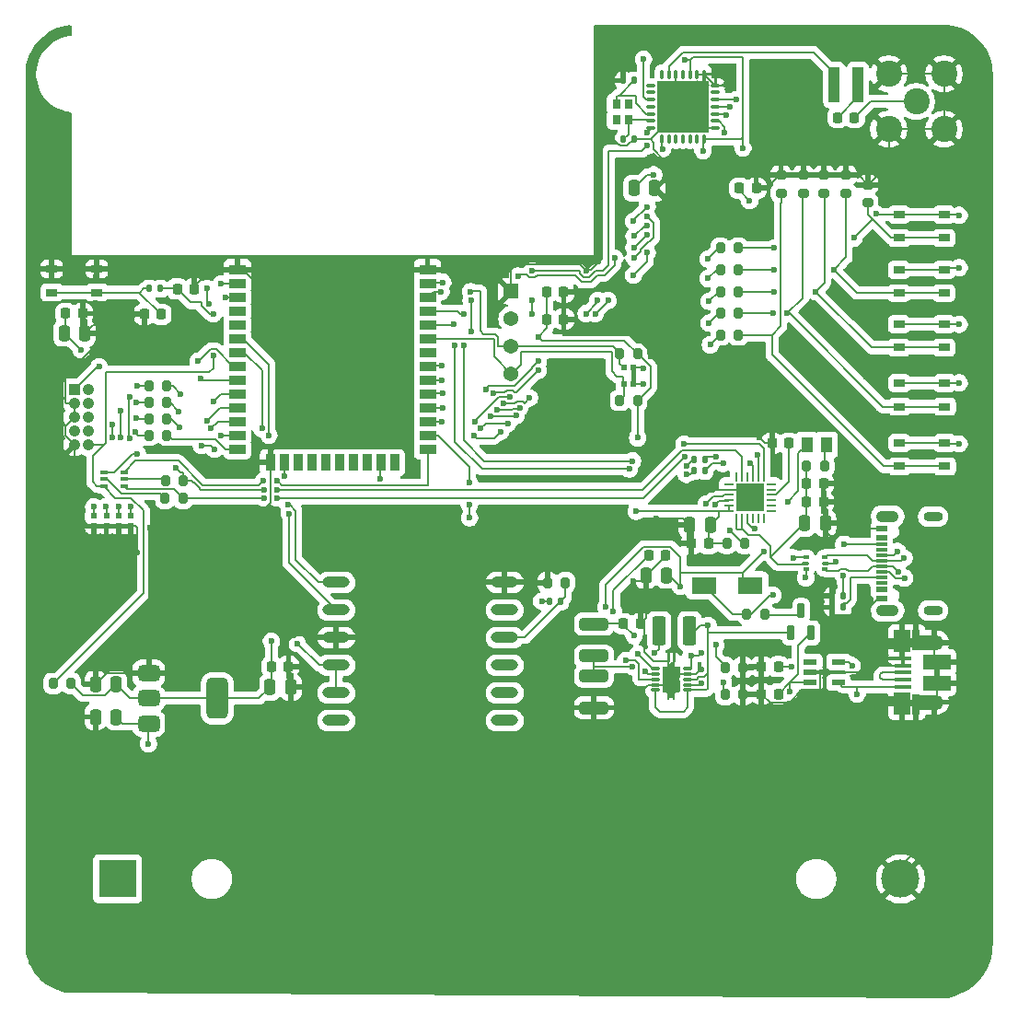
<source format=gbr>
%TF.GenerationSoftware,KiCad,Pcbnew,9.0.0*%
%TF.CreationDate,2025-06-04T09:40:56+09:00*%
%TF.ProjectId,FLP_PCB_host,464c505f-5043-4425-9f68-6f73742e6b69,rev?*%
%TF.SameCoordinates,Original*%
%TF.FileFunction,Copper,L1,Top*%
%TF.FilePolarity,Positive*%
%FSLAX46Y46*%
G04 Gerber Fmt 4.6, Leading zero omitted, Abs format (unit mm)*
G04 Created by KiCad (PCBNEW 9.0.0) date 2025-06-04 09:40:56*
%MOMM*%
%LPD*%
G01*
G04 APERTURE LIST*
G04 Aperture macros list*
%AMRoundRect*
0 Rectangle with rounded corners*
0 $1 Rounding radius*
0 $2 $3 $4 $5 $6 $7 $8 $9 X,Y pos of 4 corners*
0 Add a 4 corners polygon primitive as box body*
4,1,4,$2,$3,$4,$5,$6,$7,$8,$9,$2,$3,0*
0 Add four circle primitives for the rounded corners*
1,1,$1+$1,$2,$3*
1,1,$1+$1,$4,$5*
1,1,$1+$1,$6,$7*
1,1,$1+$1,$8,$9*
0 Add four rect primitives between the rounded corners*
20,1,$1+$1,$2,$3,$4,$5,0*
20,1,$1+$1,$4,$5,$6,$7,0*
20,1,$1+$1,$6,$7,$8,$9,0*
20,1,$1+$1,$8,$9,$2,$3,0*%
G04 Aperture macros list end*
%TA.AperFunction,SMDPad,CuDef*%
%ADD10RoundRect,0.225000X-0.225000X-0.250000X0.225000X-0.250000X0.225000X0.250000X-0.225000X0.250000X0*%
%TD*%
%TA.AperFunction,SMDPad,CuDef*%
%ADD11RoundRect,0.200000X0.275000X-0.200000X0.275000X0.200000X-0.275000X0.200000X-0.275000X-0.200000X0*%
%TD*%
%TA.AperFunction,SMDPad,CuDef*%
%ADD12RoundRect,0.200000X0.200000X0.275000X-0.200000X0.275000X-0.200000X-0.275000X0.200000X-0.275000X0*%
%TD*%
%TA.AperFunction,SMDPad,CuDef*%
%ADD13R,0.980000X0.600000*%
%TD*%
%TA.AperFunction,SMDPad,CuDef*%
%ADD14R,1.000000X0.600000*%
%TD*%
%TA.AperFunction,SMDPad,CuDef*%
%ADD15R,1.140000X0.300000*%
%TD*%
%TA.AperFunction,ComponentPad*%
%ADD16O,2.100000X1.050000*%
%TD*%
%TA.AperFunction,ComponentPad*%
%ADD17O,1.800000X0.900000*%
%TD*%
%TA.AperFunction,SMDPad,CuDef*%
%ADD18R,0.600000X0.490000*%
%TD*%
%TA.AperFunction,SMDPad,CuDef*%
%ADD19RoundRect,0.225000X0.225000X0.250000X-0.225000X0.250000X-0.225000X-0.250000X0.225000X-0.250000X0*%
%TD*%
%TA.AperFunction,SMDPad,CuDef*%
%ADD20R,1.050000X0.650000*%
%TD*%
%TA.AperFunction,SMDPad,CuDef*%
%ADD21R,0.800000X0.900000*%
%TD*%
%TA.AperFunction,SMDPad,CuDef*%
%ADD22RoundRect,0.135000X-0.135000X-0.185000X0.135000X-0.185000X0.135000X0.185000X-0.135000X0.185000X0*%
%TD*%
%TA.AperFunction,SMDPad,CuDef*%
%ADD23RoundRect,0.250000X0.375000X1.075000X-0.375000X1.075000X-0.375000X-1.075000X0.375000X-1.075000X0*%
%TD*%
%TA.AperFunction,SMDPad,CuDef*%
%ADD24R,1.000000X3.200000*%
%TD*%
%TA.AperFunction,ComponentPad*%
%ADD25C,2.400000*%
%TD*%
%TA.AperFunction,SMDPad,CuDef*%
%ADD26RoundRect,0.250000X-1.075000X0.312500X-1.075000X-0.312500X1.075000X-0.312500X1.075000X0.312500X0*%
%TD*%
%TA.AperFunction,SMDPad,CuDef*%
%ADD27RoundRect,0.100000X-0.225000X-0.100000X0.225000X-0.100000X0.225000X0.100000X-0.225000X0.100000X0*%
%TD*%
%TA.AperFunction,SMDPad,CuDef*%
%ADD28R,0.490000X0.600000*%
%TD*%
%TA.AperFunction,ComponentPad*%
%ADD29R,1.050000X1.050000*%
%TD*%
%TA.AperFunction,ComponentPad*%
%ADD30C,1.050000*%
%TD*%
%TA.AperFunction,SMDPad,CuDef*%
%ADD31RoundRect,0.075000X0.225000X-0.575000X0.225000X0.575000X-0.225000X0.575000X-0.225000X-0.575000X0*%
%TD*%
%TA.AperFunction,SMDPad,CuDef*%
%ADD32RoundRect,0.200000X-0.200000X-0.275000X0.200000X-0.275000X0.200000X0.275000X-0.200000X0.275000X0*%
%TD*%
%TA.AperFunction,SMDPad,CuDef*%
%ADD33RoundRect,0.250000X0.250000X0.475000X-0.250000X0.475000X-0.250000X-0.475000X0.250000X-0.475000X0*%
%TD*%
%TA.AperFunction,SMDPad,CuDef*%
%ADD34RoundRect,0.140000X-0.140000X-0.170000X0.140000X-0.170000X0.140000X0.170000X-0.140000X0.170000X0*%
%TD*%
%TA.AperFunction,SMDPad,CuDef*%
%ADD35R,1.140000X1.470000*%
%TD*%
%TA.AperFunction,SMDPad,CuDef*%
%ADD36R,0.280000X0.280000*%
%TD*%
%TA.AperFunction,SMDPad,CuDef*%
%ADD37O,0.850000X0.280000*%
%TD*%
%TA.AperFunction,ComponentPad*%
%ADD38C,0.600000*%
%TD*%
%TA.AperFunction,SMDPad,CuDef*%
%ADD39R,0.680000X1.050000*%
%TD*%
%TA.AperFunction,SMDPad,CuDef*%
%ADD40R,0.260000X0.500000*%
%TD*%
%TA.AperFunction,SMDPad,CuDef*%
%ADD41R,0.280000X0.700000*%
%TD*%
%TA.AperFunction,SMDPad,CuDef*%
%ADD42R,1.650000X2.400000*%
%TD*%
%TA.AperFunction,ComponentPad*%
%ADD43R,3.500000X3.500000*%
%TD*%
%TA.AperFunction,ComponentPad*%
%ADD44C,3.500000*%
%TD*%
%TA.AperFunction,SMDPad,CuDef*%
%ADD45RoundRect,0.250000X-0.250000X-0.475000X0.250000X-0.475000X0.250000X0.475000X-0.250000X0.475000X0*%
%TD*%
%TA.AperFunction,SMDPad,CuDef*%
%ADD46O,2.500000X1.000000*%
%TD*%
%TA.AperFunction,SMDPad,CuDef*%
%ADD47R,1.650000X0.400000*%
%TD*%
%TA.AperFunction,SMDPad,CuDef*%
%ADD48R,0.700000X1.825000*%
%TD*%
%TA.AperFunction,SMDPad,CuDef*%
%ADD49R,1.500000X2.000000*%
%TD*%
%TA.AperFunction,SMDPad,CuDef*%
%ADD50R,2.000000X1.350000*%
%TD*%
%TA.AperFunction,HeatsinkPad*%
%ADD51O,1.700000X1.350000*%
%TD*%
%TA.AperFunction,HeatsinkPad*%
%ADD52O,1.500000X1.100000*%
%TD*%
%TA.AperFunction,SMDPad,CuDef*%
%ADD53R,2.500000X1.430000*%
%TD*%
%TA.AperFunction,SMDPad,CuDef*%
%ADD54RoundRect,0.375000X-0.625000X-0.375000X0.625000X-0.375000X0.625000X0.375000X-0.625000X0.375000X0*%
%TD*%
%TA.AperFunction,SMDPad,CuDef*%
%ADD55RoundRect,0.500000X-0.500000X-1.400000X0.500000X-1.400000X0.500000X1.400000X-0.500000X1.400000X0*%
%TD*%
%TA.AperFunction,SMDPad,CuDef*%
%ADD56R,1.270000X0.558800*%
%TD*%
%TA.AperFunction,ComponentPad*%
%ADD57R,1.370000X1.370000*%
%TD*%
%TA.AperFunction,ComponentPad*%
%ADD58C,1.370000*%
%TD*%
%TA.AperFunction,SMDPad,CuDef*%
%ADD59RoundRect,0.093750X0.156250X0.093750X-0.156250X0.093750X-0.156250X-0.093750X0.156250X-0.093750X0*%
%TD*%
%TA.AperFunction,SMDPad,CuDef*%
%ADD60RoundRect,0.075000X0.250000X0.075000X-0.250000X0.075000X-0.250000X-0.075000X0.250000X-0.075000X0*%
%TD*%
%TA.AperFunction,SMDPad,CuDef*%
%ADD61RoundRect,0.140000X0.140000X0.170000X-0.140000X0.170000X-0.140000X-0.170000X0.140000X-0.170000X0*%
%TD*%
%TA.AperFunction,SMDPad,CuDef*%
%ADD62RoundRect,0.062500X-0.350000X-0.062500X0.350000X-0.062500X0.350000X0.062500X-0.350000X0.062500X0*%
%TD*%
%TA.AperFunction,SMDPad,CuDef*%
%ADD63RoundRect,0.062500X-0.062500X-0.350000X0.062500X-0.350000X0.062500X0.350000X-0.062500X0.350000X0*%
%TD*%
%TA.AperFunction,HeatsinkPad*%
%ADD64R,2.600000X2.600000*%
%TD*%
%TA.AperFunction,SMDPad,CuDef*%
%ADD65R,1.500000X0.900000*%
%TD*%
%TA.AperFunction,SMDPad,CuDef*%
%ADD66R,0.900000X1.500000*%
%TD*%
%TA.AperFunction,HeatsinkPad*%
%ADD67R,0.900000X0.900000*%
%TD*%
%TA.AperFunction,HeatsinkPad*%
%ADD68C,0.600000*%
%TD*%
%TA.AperFunction,SMDPad,CuDef*%
%ADD69RoundRect,0.075000X-0.312500X-0.075000X0.312500X-0.075000X0.312500X0.075000X-0.312500X0.075000X0*%
%TD*%
%TA.AperFunction,SMDPad,CuDef*%
%ADD70RoundRect,0.075000X-0.075000X-0.312500X0.075000X-0.312500X0.075000X0.312500X-0.075000X0.312500X0*%
%TD*%
%TA.AperFunction,HeatsinkPad*%
%ADD71R,4.800000X4.800000*%
%TD*%
%TA.AperFunction,SMDPad,CuDef*%
%ADD72R,2.300000X1.550000*%
%TD*%
%TA.AperFunction,ViaPad*%
%ADD73C,0.600000*%
%TD*%
%TA.AperFunction,Conductor*%
%ADD74C,0.200000*%
%TD*%
G04 APERTURE END LIST*
D10*
%TO.P,C32,1*%
%TO.N,Net-(Q1-D)*%
X70525000Y-70550000D03*
%TO.P,C32,2*%
%TO.N,GND*%
X72075000Y-70550000D03*
%TD*%
D11*
%TO.P,R16,1*%
%TO.N,Net-(Find_Host1-Pad3)*%
X93000000Y-31825000D03*
%TO.P,R16,2*%
%TO.N,GND*%
X93000000Y-30175000D03*
%TD*%
D12*
%TO.P,R28,1*%
%TO.N,Net-(Down1-Pad3)*%
X81075000Y-42000000D03*
%TO.P,R28,2*%
%TO.N,Down*%
X79425000Y-42000000D03*
%TD*%
D13*
%TO.P,UART1,A1_B12*%
%TO.N,N/C*%
X94250000Y-68200000D03*
D14*
%TO.P,UART1,A4_B9*%
X94250000Y-67400000D03*
D15*
%TO.P,UART1,A5,CC1*%
%TO.N,Net-(UART1-CC1)*%
X94250000Y-66250000D03*
%TO.P,UART1,A6,D+*%
%TO.N,Net-(U8-I{slash}O1-Pad1)*%
X94250000Y-65250000D03*
%TO.P,UART1,A7,D-*%
%TO.N,Net-(U8-I{slash}O2-Pad3)*%
X94250000Y-64750000D03*
%TO.P,UART1,A8,SBU1*%
%TO.N,unconnected-(UART1-SBU1-PadA8)*%
X94250000Y-63750000D03*
D13*
%TO.P,UART1,B1_A12*%
%TO.N,N/C*%
X94250000Y-61800000D03*
D14*
%TO.P,UART1,B4_A9*%
X94250000Y-62600000D03*
D15*
%TO.P,UART1,B5,CC2*%
%TO.N,Net-(UART1-CC2)*%
X94250000Y-63250000D03*
%TO.P,UART1,B6,D+*%
%TO.N,Net-(U8-I{slash}O1-Pad1)*%
X94250000Y-64250000D03*
%TO.P,UART1,B7,D-*%
%TO.N,Net-(U8-I{slash}O2-Pad3)*%
X94250000Y-65750000D03*
%TO.P,UART1,B8,SBU2*%
%TO.N,unconnected-(UART1-SBU2-PadB8)*%
X94250000Y-66750000D03*
D16*
%TO.P,UART1,SH1*%
%TO.N,N/C*%
X94820000Y-69320000D03*
%TO.P,UART1,SH2*%
X94820000Y-60680000D03*
D17*
%TO.P,UART1,SH3*%
X99000000Y-69320000D03*
%TO.P,UART1,SH4*%
X99000000Y-60680000D03*
%TD*%
D18*
%TO.P,C15,1*%
%TO.N,Net-(C15-Pad1)*%
X21800000Y-60643000D03*
%TO.P,C15,2*%
%TO.N,GND*%
X21800000Y-61557000D03*
%TD*%
D19*
%TO.P,C20,1*%
%TO.N,Net-(C20-Pad1)*%
X91775000Y-24000000D03*
%TO.P,C20,2*%
%TO.N,Net-(C20-Pad2)*%
X90225000Y-24000000D03*
%TD*%
D18*
%TO.P,C13,1*%
%TO.N,Net-(C13-Pad1)*%
X24100000Y-60643000D03*
%TO.P,C13,2*%
%TO.N,GND*%
X24100000Y-61557000D03*
%TD*%
D20*
%TO.P,Up1,1*%
%TO.N,3.3V OUT*%
X95925000Y-53925000D03*
%TO.P,Up1,2*%
X100075000Y-53925000D03*
%TO.P,Up1,3*%
%TO.N,Net-(R18-Pad1)*%
X95925000Y-56075000D03*
%TO.P,Up1,4*%
X100075000Y-56075000D03*
%TD*%
D21*
%TO.P,Y1,1,1*%
%TO.N,Net-(U7-XTB)*%
X70970000Y-24160000D03*
%TO.P,Y1,2,2*%
%TO.N,N/C*%
X70970000Y-22760000D03*
%TO.P,Y1,3*%
%TO.N,Net-(U7-XTA)*%
X69870000Y-22760000D03*
%TO.P,Y1,4*%
%TO.N,N/C*%
X69870000Y-24160000D03*
%TD*%
D10*
%TO.P,C37,1*%
%TO.N,EN*%
X29485000Y-39760000D03*
%TO.P,C37,2*%
%TO.N,GND*%
X31035000Y-39760000D03*
%TD*%
D20*
%TO.P,S1,1*%
%TO.N,GND*%
X17925000Y-37925000D03*
%TO.P,S1,2*%
X22075000Y-37925000D03*
%TO.P,S1,3*%
%TO.N,Net-(C27-Pad2)*%
X17925000Y-40075000D03*
%TO.P,S1,4*%
X22075000Y-40075000D03*
%TD*%
D11*
%TO.P,R19,1*%
%TO.N,Net-(Down1-Pad3)*%
X87050000Y-30955000D03*
%TO.P,R19,2*%
%TO.N,GND*%
X87050000Y-29305000D03*
%TD*%
D22*
%TO.P,R6,1*%
%TO.N,TX*%
X76990000Y-55400000D03*
%TO.P,R6,2*%
%TO.N,Net-(U5-RXD)*%
X78010000Y-55400000D03*
%TD*%
D10*
%TO.P,C19,1*%
%TO.N,3.3V OUT*%
X63475000Y-42550000D03*
%TO.P,C19,2*%
%TO.N,GND*%
X65025000Y-42550000D03*
%TD*%
D23*
%TO.P,L1,1,1*%
%TO.N,Net-(Q1-D)*%
X76600000Y-71200000D03*
%TO.P,L1,2,2*%
%TO.N,Net-(U2-L)*%
X73800000Y-71200000D03*
%TD*%
D10*
%TO.P,C27,1*%
%TO.N,GND*%
X26450000Y-42100000D03*
%TO.P,C27,2*%
%TO.N,Net-(C27-Pad2)*%
X28000000Y-42100000D03*
%TD*%
D11*
%TO.P,R18,1*%
%TO.N,Net-(R18-Pad1)*%
X85010000Y-30935000D03*
%TO.P,R18,2*%
%TO.N,GND*%
X85010000Y-29285000D03*
%TD*%
D19*
%TO.P,C4,1*%
%TO.N,Net-(Charger1-VBUS)*%
X84775000Y-74490000D03*
%TO.P,C4,2*%
%TO.N,GND*%
X83225000Y-74490000D03*
%TD*%
D22*
%TO.P,R21,1*%
%TO.N,GND*%
X89720000Y-69030000D03*
%TO.P,R21,2*%
%TO.N,Net-(UART1-CC1)*%
X90740000Y-69030000D03*
%TD*%
D24*
%TO.P,L4,1*%
%TO.N,Net-(C20-Pad2)*%
X92100000Y-21000000D03*
%TO.P,L4,2*%
%TO.N,Net-(U7-PA_BOOST)*%
X89900000Y-21000000D03*
%TD*%
D19*
%TO.P,C30,1*%
%TO.N,3.3V OUT*%
X78325000Y-63170000D03*
%TO.P,C30,2*%
%TO.N,GND*%
X76775000Y-63170000D03*
%TD*%
D25*
%TO.P,J5,1*%
%TO.N,Net-(C20-Pad1)*%
X97460000Y-22540000D03*
%TO.P,J5,2*%
%TO.N,GND*%
X100000000Y-25080000D03*
%TO.P,J5,3*%
X100000000Y-20000000D03*
%TO.P,J5,4*%
X94920000Y-20000000D03*
%TO.P,J5,5*%
X94920000Y-25080000D03*
%TD*%
D10*
%TO.P,C35,1*%
%TO.N,3.3V OUT*%
X19205000Y-42020000D03*
%TO.P,C35,2*%
%TO.N,GND*%
X20755000Y-42020000D03*
%TD*%
D26*
%TO.P,R1,1*%
%TO.N,Net-(Q1-D)*%
X67800000Y-70587500D03*
%TO.P,R1,2*%
%TO.N,Net-(U2-UVLO)*%
X67800000Y-73512500D03*
%TD*%
D27*
%TO.P,Q2,1,E1*%
%TO.N,DTR*%
X22700000Y-56600000D03*
%TO.P,Q2,2,B1*%
%TO.N,Net-(Q2A-B1)*%
X22700000Y-57250000D03*
%TO.P,Q2,3,C2*%
%TO.N,EN*%
X22700000Y-57900000D03*
%TO.P,Q2,4,E2*%
%TO.N,RTS*%
X24600000Y-57900000D03*
%TO.P,Q2,5,B2*%
%TO.N,Net-(Q2B-B2)*%
X24600000Y-57250000D03*
%TO.P,Q2,6,C1*%
%TO.N,IO0*%
X24600000Y-56600000D03*
%TD*%
D12*
%TO.P,R33,1*%
%TO.N,DTR*%
X30045000Y-57360000D03*
%TO.P,R33,2*%
%TO.N,Net-(Q2B-B2)*%
X28395000Y-57360000D03*
%TD*%
D10*
%TO.P,C23,1*%
%TO.N,3.3V OUT*%
X81175000Y-30500000D03*
%TO.P,C23,2*%
%TO.N,GND*%
X82725000Y-30500000D03*
%TD*%
D28*
%TO.P,C17,1*%
%TO.N,I2C SDL*%
X70543000Y-48500000D03*
%TO.P,C17,2*%
%TO.N,GND*%
X71457000Y-48500000D03*
%TD*%
D29*
%TO.P,J3,1,1*%
%TO.N,3.3V OUT*%
X20030000Y-49000000D03*
D30*
%TO.P,J3,2,2*%
%TO.N,Net-(C8-Pad1)*%
X21300000Y-49000000D03*
%TO.P,J3,3,3*%
%TO.N,GND*%
X20030000Y-50270000D03*
%TO.P,J3,4,4*%
%TO.N,Net-(C13-Pad1)*%
X21300000Y-50270000D03*
%TO.P,J3,5,5*%
%TO.N,GND*%
X20030000Y-51540000D03*
%TO.P,J3,6,6*%
%TO.N,Net-(C14-Pad1)*%
X21300000Y-51540000D03*
%TO.P,J3,7,7*%
%TO.N,unconnected-(J3-Pad7)*%
X20030000Y-52810000D03*
%TO.P,J3,8,8*%
%TO.N,Net-(C15-Pad1)*%
X21300000Y-52810000D03*
%TO.P,J3,9,9*%
%TO.N,GND*%
X20030000Y-54080000D03*
%TO.P,J3,10,10*%
%TO.N,EN*%
X21300000Y-54080000D03*
%TD*%
D31*
%TO.P,Q1,1,D*%
%TO.N,Net-(Q1-D)*%
X85900000Y-71375000D03*
%TO.P,Q1,2,S*%
%TO.N,Net-(BT1-+)*%
X87800000Y-71375000D03*
%TO.P,Q1,3,G*%
%TO.N,Net-(Q1-G)*%
X86850000Y-69325000D03*
%TD*%
D32*
%TO.P,R23,1*%
%TO.N,Net-(Charger1-VBUS)*%
X81875000Y-69660000D03*
%TO.P,R23,2*%
%TO.N,Net-(Q1-G)*%
X83525000Y-69660000D03*
%TD*%
D22*
%TO.P,R7,1*%
%TO.N,RX*%
X76990000Y-56500000D03*
%TO.P,R7,2*%
%TO.N,Net-(U5-TXD)*%
X78010000Y-56500000D03*
%TD*%
D32*
%TO.P,R3,1*%
%TO.N,Net-(U3-PROG)*%
X79860000Y-77070000D03*
%TO.P,R3,2*%
%TO.N,GND*%
X81510000Y-77070000D03*
%TD*%
D12*
%TO.P,R13,1*%
%TO.N,MTMS*%
X28525000Y-48700000D03*
%TO.P,R13,2*%
%TO.N,Net-(C8-Pad1)*%
X26875000Y-48700000D03*
%TD*%
D33*
%TO.P,C12,1*%
%TO.N,3.3V OUT*%
X23850000Y-76100000D03*
%TO.P,C12,2*%
%TO.N,GND*%
X21950000Y-76100000D03*
%TD*%
D32*
%TO.P,R15,1*%
%TO.N,I2C SDL*%
X70175000Y-50000000D03*
%TO.P,R15,2*%
%TO.N,3.3V OUT*%
X71825000Y-50000000D03*
%TD*%
D34*
%TO.P,C22,1*%
%TO.N,GND*%
X70520000Y-20600000D03*
%TO.P,C22,2*%
%TO.N,Net-(U7-XTA)*%
X71480000Y-20600000D03*
%TD*%
D32*
%TO.P,R14,1*%
%TO.N,I2C SCL*%
X70175000Y-45710000D03*
%TO.P,R14,2*%
%TO.N,3.3V OUT*%
X71825000Y-45710000D03*
%TD*%
D35*
%TO.P,FL1,1*%
%TO.N,Net-(F1-Pad2)*%
X89170000Y-54100000D03*
%TO.P,FL1,2*%
%TO.N,5v OUT*%
X87390000Y-54100000D03*
%TD*%
D12*
%TO.P,R25,1*%
%TO.N,Net-(Find_Host1-Pad3)*%
X81075000Y-36000000D03*
%TO.P,R25,2*%
%TO.N,Find_Host*%
X79425000Y-36000000D03*
%TD*%
D32*
%TO.P,F1,1*%
%TO.N,Net-(U5-REGIN)*%
X87375000Y-56030000D03*
%TO.P,F1,2*%
%TO.N,Net-(F1-Pad2)*%
X89025000Y-56030000D03*
%TD*%
D20*
%TO.P,Ctrl1,1*%
%TO.N,3.3V OUT*%
X95870000Y-38000000D03*
%TO.P,Ctrl1,2*%
X100020000Y-38000000D03*
%TO.P,Ctrl1,3*%
%TO.N,Net-(Ctrl1-Pad3)*%
X95870000Y-40150000D03*
%TO.P,Ctrl1,4*%
X100020000Y-40150000D03*
%TD*%
D36*
%TO.P,U2,1,VAUX*%
%TO.N,Net-(U2-VAUX)*%
X73165000Y-74650000D03*
D37*
X73450000Y-74650000D03*
D36*
%TO.P,U2,2,VOUT*%
%TO.N,5v OUT*%
X73165000Y-75150000D03*
D37*
X73450000Y-75150000D03*
D36*
%TO.P,U2,3,L*%
%TO.N,Net-(U2-L)*%
X73165000Y-75650000D03*
D37*
X73450000Y-75650000D03*
D36*
%TO.P,U2,4,PGND*%
%TO.N,GND*%
X73165000Y-76150000D03*
D37*
X73450000Y-76150000D03*
D36*
%TO.P,U2,5,VIN*%
%TO.N,Net-(Q1-D)*%
X73165000Y-76650000D03*
D37*
X73450000Y-76650000D03*
%TO.P,U2,6,EN*%
X76400000Y-76650000D03*
D36*
X76685000Y-76650000D03*
D37*
%TO.P,U2,7,UVLO*%
%TO.N,Net-(U2-UVLO)*%
X76400000Y-76150000D03*
D36*
X76685000Y-76150000D03*
D37*
%TO.P,U2,8,PS*%
%TO.N,Net-(Q1-D)*%
X76400000Y-75650000D03*
D36*
X76685000Y-75650000D03*
D37*
%TO.P,U2,9,GND*%
%TO.N,GND*%
X76400000Y-75150000D03*
D36*
X76685000Y-75150000D03*
D37*
%TO.P,U2,10,FB*%
%TO.N,5v OUT*%
X76400000Y-74650000D03*
D36*
X76685000Y-74650000D03*
D38*
%TO.P,U2,11,PAD*%
%TO.N,GND*%
X74425000Y-74900000D03*
X74425000Y-76400000D03*
D39*
X74475000Y-75015000D03*
X74475000Y-76285000D03*
D40*
X74675000Y-74020000D03*
D41*
X74675000Y-74100000D03*
X74675000Y-77200000D03*
D40*
X74675000Y-77280000D03*
D38*
X74925000Y-75650000D03*
D42*
X74925000Y-75650000D03*
D40*
X75175000Y-74020000D03*
D41*
X75175000Y-74100000D03*
X75175000Y-77200000D03*
D40*
X75175000Y-77280000D03*
D39*
X75375000Y-75015000D03*
X75375000Y-76285000D03*
D38*
X75425000Y-74900000D03*
X75425000Y-76400000D03*
%TD*%
D32*
%TO.P,R31,1*%
%TO.N,GND*%
X63535000Y-66750000D03*
%TO.P,R31,2*%
%TO.N,Net-(U6-~{RESET})*%
X65185000Y-66750000D03*
%TD*%
D43*
%TO.P,BT1,1,+*%
%TO.N,Net-(BT1-+)*%
X24000000Y-94000000D03*
D44*
%TO.P,BT1,2,-*%
%TO.N,GND*%
X96000000Y-94000000D03*
%TD*%
D22*
%TO.P,R30,1*%
%TO.N,Net-(C27-Pad2)*%
X26900000Y-39730000D03*
%TO.P,R30,2*%
%TO.N,EN*%
X27920000Y-39730000D03*
%TD*%
D11*
%TO.P,R17,1*%
%TO.N,Net-(Enter&space1-Pad3)*%
X88980000Y-30955000D03*
%TO.P,R17,2*%
%TO.N,GND*%
X88980000Y-29305000D03*
%TD*%
D20*
%TO.P,Down1,1*%
%TO.N,3.3V OUT*%
X95925000Y-48425000D03*
%TO.P,Down1,2*%
X100075000Y-48425000D03*
%TO.P,Down1,3*%
%TO.N,Net-(Down1-Pad3)*%
X95925000Y-50575000D03*
%TO.P,Down1,4*%
X100075000Y-50575000D03*
%TD*%
D19*
%TO.P,C10,1*%
%TO.N,Net-(U5-VPP)*%
X85735000Y-53950000D03*
%TO.P,C10,2*%
%TO.N,GND*%
X84185000Y-53950000D03*
%TD*%
D45*
%TO.P,C6,1*%
%TO.N,3.3V OUT*%
X19060000Y-43840000D03*
%TO.P,C6,2*%
%TO.N,GND*%
X20960000Y-43840000D03*
%TD*%
D46*
%TO.P,U6,1,RXD1*%
%TO.N,GPS_Rx*%
X44100000Y-66730000D03*
%TO.P,U6,2,TXD1*%
%TO.N,GPS_TX*%
X44100000Y-69270000D03*
%TO.P,U6,3,GND*%
%TO.N,GND*%
X44100000Y-71810000D03*
%TO.P,U6,4,VCC*%
%TO.N,3.3V OUT*%
X44100000Y-74350000D03*
%TO.P,U6,5,V_BCKP*%
X44100000Y-76890000D03*
%TO.P,U6,6,1PPS*%
%TO.N,unconnected-(U6-1PPS-Pad6)*%
X44100000Y-79430000D03*
%TO.P,U6,7,FORCE_ON*%
%TO.N,unconnected-(U6-FORCE_ON-Pad7)*%
X59600000Y-79430000D03*
%TO.P,U6,8,AADET_N*%
%TO.N,unconnected-(U6-AADET_N-Pad8)*%
X59600000Y-76890000D03*
%TO.P,U6,9*%
%TO.N,N/C*%
X59600000Y-74350000D03*
%TO.P,U6,10,~{RESET}*%
%TO.N,Net-(U6-~{RESET})*%
X59600000Y-71810000D03*
%TO.P,U6,11,EX_ANT*%
%TO.N,unconnected-(U6-EX_ANT-Pad11)*%
X59600000Y-69270000D03*
%TO.P,U6,12,GND*%
%TO.N,GND*%
X59600000Y-66730000D03*
%TD*%
D18*
%TO.P,C14,1*%
%TO.N,Net-(C14-Pad1)*%
X22950000Y-60643000D03*
%TO.P,C14,2*%
%TO.N,GND*%
X22950000Y-61557000D03*
%TD*%
D12*
%TO.P,R12,1*%
%TO.N,MTCK*%
X28525000Y-50200000D03*
%TO.P,R12,2*%
%TO.N,Net-(C13-Pad1)*%
X26875000Y-50200000D03*
%TD*%
D26*
%TO.P,R2,1*%
%TO.N,Net-(U2-UVLO)*%
X67800000Y-75337500D03*
%TO.P,R2,2*%
%TO.N,GND*%
X67800000Y-78262500D03*
%TD*%
D47*
%TO.P,Charger1,1,VBUS*%
%TO.N,Net-(Charger1-VBUS)*%
X96235000Y-76325000D03*
%TO.P,Charger1,2,D-*%
%TO.N,Net-(Charger1-D+)*%
X96235000Y-75675000D03*
%TO.P,Charger1,3,D+*%
X96235000Y-75025000D03*
%TO.P,Charger1,4,ID*%
%TO.N,GND*%
X96235000Y-74375000D03*
%TO.P,Charger1,5,GND*%
X96235000Y-73725000D03*
D48*
%TO.P,Charger1,6,Shield*%
X97435000Y-77975000D03*
D49*
X96135000Y-77875000D03*
D50*
X98185000Y-77755000D03*
D51*
X99115000Y-77755000D03*
D52*
X96115000Y-77445000D03*
D53*
X99385000Y-75985000D03*
X99385000Y-74065000D03*
D52*
X96115000Y-72605000D03*
D51*
X99115000Y-72295000D03*
D50*
X98185000Y-72275000D03*
D49*
X96115000Y-72125000D03*
D48*
X97435000Y-72025000D03*
%TD*%
D12*
%TO.P,R29,1*%
%TO.N,Net-(Ctrl1-Pad3)*%
X81075000Y-38000000D03*
%TO.P,R29,2*%
%TO.N,Ctrl*%
X79425000Y-38000000D03*
%TD*%
%TO.P,R27,1*%
%TO.N,Net-(R18-Pad1)*%
X81075000Y-44000000D03*
%TO.P,R27,2*%
%TO.N,Up*%
X79425000Y-44000000D03*
%TD*%
%TO.P,R22,1*%
%TO.N,Net-(U5-~{RST})*%
X81675000Y-63150000D03*
%TO.P,R22,2*%
%TO.N,3.3V OUT*%
X80025000Y-63150000D03*
%TD*%
D45*
%TO.P,C29,1*%
%TO.N,Net-(U5-REGIN)*%
X87190000Y-61300000D03*
%TO.P,C29,2*%
%TO.N,GND*%
X89090000Y-61300000D03*
%TD*%
D54*
%TO.P,U4,1,GND*%
%TO.N,GND*%
X26850000Y-75100000D03*
%TO.P,U4,2,VO*%
%TO.N,3.3V OUT*%
X26850000Y-77400000D03*
D55*
X33150000Y-77400000D03*
D54*
%TO.P,U4,3,VI*%
%TO.N,5v OUT*%
X26850000Y-79700000D03*
%TD*%
D56*
%TO.P,U3,1,STAT*%
%TO.N,unconnected-(U3-STAT-Pad1)*%
X87704600Y-74060200D03*
%TO.P,U3,2,V_{SS}*%
%TO.N,GND*%
X87704600Y-75000000D03*
%TO.P,U3,3,V_{BAT}*%
%TO.N,Net-(BT1-+)*%
X87704600Y-75939800D03*
%TO.P,U3,4,V_{DD}*%
%TO.N,Net-(Charger1-VBUS)*%
X90295400Y-75939800D03*
%TO.P,U3,5,PROG*%
%TO.N,Net-(U3-PROG)*%
X90295400Y-74060200D03*
%TD*%
D12*
%TO.P,R32,1*%
%TO.N,RTS*%
X30005000Y-59010000D03*
%TO.P,R32,2*%
%TO.N,Net-(Q2A-B1)*%
X28355000Y-59010000D03*
%TD*%
D33*
%TO.P,C24,1*%
%TO.N,GND*%
X73400000Y-30500000D03*
%TO.P,C24,2*%
%TO.N,3.3V OUT*%
X71500000Y-30500000D03*
%TD*%
D57*
%TO.P,J4,01,01*%
%TO.N,GND*%
X60200000Y-39977500D03*
D58*
%TO.P,J4,02,02*%
%TO.N,3.3V OUT*%
X60200000Y-42517500D03*
%TO.P,J4,03,03*%
%TO.N,I2C SCL*%
X60200000Y-45057500D03*
%TO.P,J4,04,04*%
%TO.N,I2C SDL*%
X60200000Y-47597500D03*
%TD*%
D10*
%TO.P,C34,1*%
%TO.N,Net-(U2-VAUX)*%
X72825000Y-64250000D03*
%TO.P,C34,2*%
%TO.N,GND*%
X74375000Y-64250000D03*
%TD*%
D11*
%TO.P,R20,1*%
%TO.N,Net-(Ctrl1-Pad3)*%
X91000000Y-30955000D03*
%TO.P,R20,2*%
%TO.N,GND*%
X91000000Y-29305000D03*
%TD*%
D10*
%TO.P,C18,1*%
%TO.N,3.3V OUT*%
X63475000Y-40040000D03*
%TO.P,C18,2*%
%TO.N,GND*%
X65025000Y-40040000D03*
%TD*%
D59*
%TO.P,U8,1,I/O1*%
%TO.N,Net-(U8-I{slash}O1-Pad1)*%
X89030000Y-65510000D03*
D60*
%TO.P,U8,2,GND*%
%TO.N,GND*%
X89105000Y-64972500D03*
D59*
%TO.P,U8,3,I/O2*%
%TO.N,Net-(U8-I{slash}O2-Pad3)*%
X89030000Y-64435000D03*
%TO.P,U8,4,I/O2*%
%TO.N,Net-(U5-D-)*%
X87330000Y-64435000D03*
D60*
%TO.P,U8,5,VBUS*%
%TO.N,Net-(U5-REGIN)*%
X87255000Y-64972500D03*
D59*
%TO.P,U8,6,I/O1*%
%TO.N,Net-(U5-D+)*%
X87330000Y-65510000D03*
%TD*%
D32*
%TO.P,R9,1*%
%TO.N,EN*%
X18075000Y-76040000D03*
%TO.P,R9,2*%
%TO.N,3.3V OUT*%
X19725000Y-76040000D03*
%TD*%
D19*
%TO.P,C28,1*%
%TO.N,GND*%
X88905000Y-57660000D03*
%TO.P,C28,2*%
%TO.N,Net-(U5-REGIN)*%
X87355000Y-57660000D03*
%TD*%
D12*
%TO.P,R26,1*%
%TO.N,Net-(Enter&space1-Pad3)*%
X81075000Y-40000000D03*
%TO.P,R26,2*%
%TO.N,Enter&space*%
X79425000Y-40000000D03*
%TD*%
D61*
%TO.P,C21,1*%
%TO.N,GND*%
X71480000Y-26000000D03*
%TO.P,C21,2*%
%TO.N,Net-(U7-XTB)*%
X70520000Y-26000000D03*
%TD*%
D45*
%TO.P,C25,1*%
%TO.N,3.3V OUT*%
X38010000Y-76380000D03*
%TO.P,C25,2*%
%TO.N,GND*%
X39910000Y-76380000D03*
%TD*%
D32*
%TO.P,R4,1*%
%TO.N,Net-(Charger1-VBUS)*%
X79860000Y-74570000D03*
%TO.P,R4,2*%
%TO.N,GND*%
X81510000Y-74570000D03*
%TD*%
D12*
%TO.P,R11,1*%
%TO.N,MTDO*%
X28525000Y-51700000D03*
%TO.P,R11,2*%
%TO.N,Net-(C14-Pad1)*%
X26875000Y-51700000D03*
%TD*%
D62*
%TO.P,U5,1,~{RI}*%
%TO.N,unconnected-(U5-~{RI}-Pad1)*%
X80225000Y-57700000D03*
%TO.P,U5,2,GND*%
%TO.N,GND*%
X80225000Y-58200000D03*
%TO.P,U5,3,D+*%
%TO.N,Net-(U5-D+)*%
X80225000Y-58700000D03*
%TO.P,U5,4,D-*%
%TO.N,Net-(U5-D-)*%
X80225000Y-59200000D03*
%TO.P,U5,5,VIO*%
%TO.N,3.3V OUT*%
X80225000Y-59700000D03*
%TO.P,U5,6,VDD*%
X80225000Y-60200000D03*
D63*
%TO.P,U5,7,REGIN*%
%TO.N,Net-(U5-REGIN)*%
X80912500Y-60887500D03*
%TO.P,U5,8,VBUS*%
X81412500Y-60887500D03*
%TO.P,U5,9,~{RST}*%
%TO.N,Net-(U5-~{RST})*%
X81912500Y-60887500D03*
%TO.P,U5,10,NC*%
%TO.N,unconnected-(U5-NC-Pad10)*%
X82412500Y-60887500D03*
%TO.P,U5,11,GPIO.3*%
%TO.N,unconnected-(U5-GPIO.3-Pad11)*%
X82912500Y-60887500D03*
%TO.P,U5,12,RS485/GPIO.2*%
%TO.N,unconnected-(U5-RS485{slash}GPIO.2-Pad12)*%
X83412500Y-60887500D03*
D62*
%TO.P,U5,13,RXT/GPIO.1*%
%TO.N,unconnected-(U5-RXT{slash}GPIO.1-Pad13)*%
X84100000Y-60200000D03*
%TO.P,U5,14,TXT/GPIO.0*%
%TO.N,unconnected-(U5-TXT{slash}GPIO.0-Pad14)*%
X84100000Y-59700000D03*
%TO.P,U5,15,~{SUSPEND}*%
%TO.N,unconnected-(U5-~{SUSPEND}-Pad15)*%
X84100000Y-59200000D03*
%TO.P,U5,16,VPP*%
%TO.N,Net-(U5-VPP)*%
X84100000Y-58700000D03*
%TO.P,U5,17,SUSPEND*%
%TO.N,unconnected-(U5-SUSPEND-Pad17)*%
X84100000Y-58200000D03*
%TO.P,U5,18,~{CTS}*%
%TO.N,unconnected-(U5-~{CTS}-Pad18)*%
X84100000Y-57700000D03*
D63*
%TO.P,U5,19,~{RTS}*%
%TO.N,RTS*%
X83412500Y-57012500D03*
%TO.P,U5,20,RXD*%
%TO.N,Net-(U5-RXD)*%
X82912500Y-57012500D03*
%TO.P,U5,21,TXD*%
%TO.N,Net-(U5-TXD)*%
X82412500Y-57012500D03*
%TO.P,U5,22,~{DSR}*%
%TO.N,unconnected-(U5-~{DSR}-Pad22)*%
X81912500Y-57012500D03*
%TO.P,U5,23,~{DTR}*%
%TO.N,DTR*%
X81412500Y-57012500D03*
%TO.P,U5,24,~{DCD}*%
%TO.N,unconnected-(U5-~{DCD}-Pad24)*%
X80912500Y-57012500D03*
D64*
%TO.P,U5,25,GND*%
%TO.N,GND*%
X82162500Y-58950000D03*
%TD*%
D10*
%TO.P,C7,1*%
%TO.N,3.3V OUT*%
X38160000Y-74480000D03*
%TO.P,C7,2*%
%TO.N,GND*%
X39710000Y-74480000D03*
%TD*%
D65*
%TO.P,U1,1,GND*%
%TO.N,GND*%
X35000000Y-37970000D03*
%TO.P,U1,2,VDD*%
%TO.N,3.3V OUT*%
X35000000Y-39240000D03*
%TO.P,U1,3,EN*%
%TO.N,EN*%
X35000000Y-40510000D03*
%TO.P,U1,4,SENSOR_VP*%
%TO.N,unconnected-(U1-SENSOR_VP-Pad4)*%
X35000000Y-41780000D03*
%TO.P,U1,5,SENSOR_VN*%
%TO.N,unconnected-(U1-SENSOR_VN-Pad5)*%
X35000000Y-43050000D03*
%TO.P,U1,6,IO34*%
%TO.N,Up*%
X35000000Y-44320000D03*
%TO.P,U1,7,IO35*%
%TO.N,Down*%
X35000000Y-45590000D03*
%TO.P,U1,8,IO32*%
%TO.N,GPS_TX*%
X35000000Y-46860000D03*
%TO.P,U1,9,IO33*%
%TO.N,GPS_Rx*%
X35000000Y-48130000D03*
%TO.P,U1,10,IO25*%
%TO.N,Find_Host*%
X35000000Y-49400000D03*
%TO.P,U1,11,IO26*%
%TO.N,DIO0(IRQ)*%
X35000000Y-50670000D03*
%TO.P,U1,12,IO27*%
%TO.N,Enter&space*%
X35000000Y-51940000D03*
%TO.P,U1,13,IO14*%
%TO.N,MTMS*%
X35000000Y-53210000D03*
%TO.P,U1,14,IO12*%
%TO.N,MTDI*%
X35000000Y-54480000D03*
D66*
%TO.P,U1,15,GND*%
%TO.N,GND*%
X38035000Y-55730000D03*
%TO.P,U1,16,IO13*%
%TO.N,MTCK*%
X39305000Y-55730000D03*
%TO.P,U1,17,NC*%
%TO.N,unconnected-(U1-NC-Pad17)*%
X40575000Y-55730000D03*
%TO.P,U1,18,NC*%
%TO.N,unconnected-(U1-NC-Pad18)*%
X41845000Y-55730000D03*
%TO.P,U1,19,NC*%
%TO.N,unconnected-(U1-NC-Pad19)*%
X43115000Y-55730000D03*
%TO.P,U1,20,NC*%
%TO.N,unconnected-(U1-NC-Pad20)*%
X44385000Y-55730000D03*
%TO.P,U1,21,NC*%
%TO.N,unconnected-(U1-NC-Pad21)*%
X45655000Y-55730000D03*
%TO.P,U1,22,NC*%
%TO.N,unconnected-(U1-NC-Pad22)*%
X46925000Y-55730000D03*
%TO.P,U1,23,IO15*%
%TO.N,MTDO*%
X48195000Y-55730000D03*
%TO.P,U1,24,IO2*%
%TO.N,unconnected-(U1-IO2-Pad24)*%
X49465000Y-55730000D03*
D65*
%TO.P,U1,25,IO0*%
%TO.N,IO0*%
X52500000Y-54480000D03*
%TO.P,U1,26,IO4*%
%TO.N,GPS_Reset*%
X52500000Y-53210000D03*
%TO.P,U1,27,IO16*%
%TO.N,RESET*%
X52500000Y-51940000D03*
%TO.P,U1,28,IO17*%
%TO.N,Ctrl*%
X52500000Y-50670000D03*
%TO.P,U1,29,IO5*%
%TO.N,SCK*%
X52500000Y-49400000D03*
%TO.P,U1,30,IO18*%
%TO.N,NSS(CS)*%
X52500000Y-48130000D03*
%TO.P,U1,31,IO19*%
%TO.N,MISO*%
X52500000Y-46860000D03*
%TO.P,U1,32,NC*%
%TO.N,unconnected-(U1-NC-Pad32)*%
X52500000Y-45590000D03*
%TO.P,U1,33,IO21*%
%TO.N,I2C SDL*%
X52500000Y-44320000D03*
%TO.P,U1,34,RXD0/IO3*%
%TO.N,RX*%
X52500000Y-43050000D03*
%TO.P,U1,35,TXD0/IO1*%
%TO.N,TX*%
X52500000Y-41780000D03*
%TO.P,U1,36,IO22*%
%TO.N,I2C SCL*%
X52500000Y-40510000D03*
%TO.P,U1,37,IO23*%
%TO.N,MOSI*%
X52500000Y-39240000D03*
%TO.P,U1,38,GND*%
%TO.N,GND*%
X52500000Y-37970000D03*
D67*
%TO.P,U1,39,GND*%
X40850000Y-44290000D03*
D68*
X40850000Y-44990000D03*
D67*
X40850000Y-45690000D03*
D68*
X40850000Y-46390000D03*
D67*
X40850000Y-47090000D03*
D68*
X41550000Y-44290000D03*
X41550000Y-45690000D03*
X41550000Y-47090000D03*
D67*
X42250000Y-44290000D03*
D68*
X42250000Y-44990000D03*
D67*
X42250000Y-45690000D03*
D68*
X42250000Y-46390000D03*
D67*
X42250000Y-47090000D03*
D68*
X42950000Y-44290000D03*
X42950000Y-45690000D03*
X42950000Y-47090000D03*
D67*
X43650000Y-44290000D03*
D68*
X43650000Y-44990000D03*
D67*
X43650000Y-45690000D03*
D68*
X43650000Y-46390000D03*
D67*
X43650000Y-47090000D03*
%TD*%
D22*
%TO.P,R8,1*%
%TO.N,GND*%
X89730000Y-68010000D03*
%TO.P,R8,2*%
%TO.N,Net-(UART1-CC2)*%
X90750000Y-68010000D03*
%TD*%
D69*
%TO.P,U7,1,RFI_LF*%
%TO.N,unconnected-(U7-RFI_LF-Pad1)*%
X73012500Y-21050000D03*
%TO.P,U7,2,VR_ANA*%
%TO.N,unconnected-(U7-VR_ANA-Pad2)*%
X73012500Y-21700000D03*
%TO.P,U7,3,VBAT_ANA*%
%TO.N,3.3V OUT*%
X73012500Y-22350000D03*
%TO.P,U7,4,VR_DIG*%
%TO.N,unconnected-(U7-VR_DIG-Pad4)*%
X73012500Y-23000000D03*
%TO.P,U7,5,XTA*%
%TO.N,Net-(U7-XTA)*%
X73012500Y-23650000D03*
%TO.P,U7,6,XTB*%
%TO.N,Net-(U7-XTB)*%
X73012500Y-24300000D03*
%TO.P,U7,7,~{RESET}*%
%TO.N,RESET*%
X73012500Y-24950000D03*
D70*
%TO.P,U7,8,DIO0*%
%TO.N,DIO0(IRQ)*%
X74050000Y-25987500D03*
%TO.P,U7,9,DIO1*%
%TO.N,unconnected-(U7-DIO1-Pad9)*%
X74700000Y-25987500D03*
%TO.P,U7,10,DIO2*%
%TO.N,unconnected-(U7-DIO2-Pad10)*%
X75350000Y-25987500D03*
%TO.P,U7,11,DIO3*%
%TO.N,unconnected-(U7-DIO3-Pad11)*%
X76000000Y-25987500D03*
%TO.P,U7,12,DIO4*%
%TO.N,unconnected-(U7-DIO4-Pad12)*%
X76650000Y-25987500D03*
%TO.P,U7,13,DIO5*%
%TO.N,unconnected-(U7-DIO5-Pad13)*%
X77300000Y-25987500D03*
%TO.P,U7,14,VBAT_DIG*%
%TO.N,3.3V OUT*%
X77950000Y-25987500D03*
D69*
%TO.P,U7,15,GND*%
%TO.N,GND*%
X78987500Y-24950000D03*
%TO.P,U7,16,SCK*%
%TO.N,SCK*%
X78987500Y-24300000D03*
%TO.P,U7,17,MISO*%
%TO.N,MISO*%
X78987500Y-23650000D03*
%TO.P,U7,18,MOSI*%
%TO.N,MOSI*%
X78987500Y-23000000D03*
%TO.P,U7,19,NSS*%
%TO.N,NSS(CS)*%
X78987500Y-22350000D03*
%TO.P,U7,20,RXTX/RF_MOD*%
%TO.N,unconnected-(U7-RXTX{slash}RF_MOD-Pad20)*%
X78987500Y-21700000D03*
%TO.P,U7,21,GND*%
%TO.N,GND*%
X78987500Y-21050000D03*
D70*
%TO.P,U7,22,GND*%
X77950000Y-20012500D03*
%TO.P,U7,23,GND*%
X77300000Y-20012500D03*
%TO.P,U7,24,VBAT_RF*%
%TO.N,3.3V OUT*%
X76650000Y-20012500D03*
%TO.P,U7,25,VR_PA*%
%TO.N,unconnected-(U7-VR_PA-Pad25)*%
X76000000Y-20012500D03*
%TO.P,U7,26,GND*%
%TO.N,GND*%
X75350000Y-20012500D03*
%TO.P,U7,27,PA_BOOST*%
%TO.N,Net-(U7-PA_BOOST)*%
X74700000Y-20012500D03*
%TO.P,U7,28,RFO_LF*%
%TO.N,unconnected-(U7-RFO_LF-Pad28)*%
X74050000Y-20012500D03*
D71*
%TO.P,U7,29,GND*%
%TO.N,GND*%
X76000000Y-23000000D03*
%TD*%
D33*
%TO.P,C33,1*%
%TO.N,5v OUT*%
X74500000Y-66100000D03*
%TO.P,C33,2*%
%TO.N,GND*%
X72600000Y-66100000D03*
%TD*%
D18*
%TO.P,C8,1*%
%TO.N,Net-(C8-Pad1)*%
X25200000Y-60643000D03*
%TO.P,C8,2*%
%TO.N,GND*%
X25200000Y-61557000D03*
%TD*%
D10*
%TO.P,C9,1*%
%TO.N,Net-(U5-REGIN)*%
X87375000Y-59340000D03*
%TO.P,C9,2*%
%TO.N,GND*%
X88925000Y-59340000D03*
%TD*%
D72*
%TO.P,D1,A*%
%TO.N,N/C*%
X77900000Y-67000000D03*
%TO.P,D1,C*%
X82200000Y-67000000D03*
%TD*%
D12*
%TO.P,R10,1*%
%TO.N,MTDI*%
X28525000Y-53200000D03*
%TO.P,R10,2*%
%TO.N,Net-(C15-Pad1)*%
X26875000Y-53200000D03*
%TD*%
D28*
%TO.P,C16,1*%
%TO.N,I2C SCL*%
X70543000Y-47000000D03*
%TO.P,C16,2*%
%TO.N,GND*%
X71457000Y-47000000D03*
%TD*%
D20*
%TO.P,Find_Host1,1*%
%TO.N,3.3V OUT*%
X95875000Y-32925000D03*
%TO.P,Find_Host1,2*%
X100025000Y-32925000D03*
%TO.P,Find_Host1,3*%
%TO.N,Net-(Find_Host1-Pad3)*%
X95875000Y-35075000D03*
%TO.P,Find_Host1,4*%
X100025000Y-35075000D03*
%TD*%
%TO.P,Enter&space1,1*%
%TO.N,3.3V OUT*%
X95870000Y-43000000D03*
%TO.P,Enter&space1,2*%
X100020000Y-43000000D03*
%TO.P,Enter&space1,3*%
%TO.N,Net-(Enter&space1-Pad3)*%
X95870000Y-45150000D03*
%TO.P,Enter&space1,4*%
X100020000Y-45150000D03*
%TD*%
D45*
%TO.P,C31,1*%
%TO.N,GND*%
X76600000Y-61450000D03*
%TO.P,C31,2*%
%TO.N,3.3V OUT*%
X78500000Y-61450000D03*
%TD*%
D33*
%TO.P,C11,1*%
%TO.N,5v OUT*%
X23850000Y-79110000D03*
%TO.P,C11,2*%
%TO.N,GND*%
X21950000Y-79110000D03*
%TD*%
D19*
%TO.P,C5,1*%
%TO.N,Net-(BT1-+)*%
X84775000Y-77000000D03*
%TO.P,C5,2*%
%TO.N,GND*%
X83225000Y-77000000D03*
%TD*%
D22*
%TO.P,R5,1*%
%TO.N,GPS_Reset*%
X63740000Y-68500000D03*
%TO.P,R5,2*%
%TO.N,Net-(U6-~{RESET})*%
X64760000Y-68500000D03*
%TD*%
D73*
%TO.N,Net-(Charger1-VBUS)*%
X84250000Y-67900000D03*
X79000000Y-72500000D03*
X92000000Y-77000000D03*
X86000000Y-74500000D03*
%TO.N,3.3V OUT*%
X40492464Y-72333744D03*
X101400000Y-54000000D03*
X101400000Y-37800000D03*
X20640000Y-45370000D03*
X33500000Y-39300000D03*
X38140000Y-72140000D03*
X93749265Y-32850735D03*
X101400000Y-43000000D03*
X72360000Y-18650000D03*
X101400000Y-48400000D03*
X71825000Y-53450000D03*
X62700000Y-44150000D03*
X82130000Y-31630000D03*
X22300000Y-46900000D03*
X73300000Y-29275000D03*
X76174265Y-18674265D03*
X101400000Y-33000000D03*
X77850735Y-27050735D03*
X71700000Y-60200000D03*
X81500000Y-26800000D03*
%TO.N,Net-(C8-Pad1)*%
X25200000Y-59800000D03*
X25800000Y-48700000D03*
X25092607Y-53518511D03*
X25085421Y-49670000D03*
%TO.N,EN*%
X32796902Y-45880000D03*
X32796902Y-42050000D03*
X33880267Y-40528797D03*
%TO.N,Net-(C13-Pad1)*%
X24300000Y-50940000D03*
X24100000Y-59800000D03*
X24300000Y-53410000D03*
X25700000Y-50200000D03*
%TO.N,Net-(C14-Pad1)*%
X23500000Y-52210000D03*
X23500000Y-53410000D03*
X25700000Y-51600000D03*
X22900000Y-59800000D03*
%TO.N,Net-(C15-Pad1)*%
X25600000Y-52900000D03*
X21800000Y-59800000D03*
%TO.N,TX*%
X76299188Y-56004908D03*
X71351765Y-55571765D03*
X55800000Y-42025000D03*
X55800000Y-44920000D03*
%TO.N,RX*%
X76300005Y-56804910D03*
X54999997Y-44920000D03*
X54900000Y-43000000D03*
X71059298Y-56316390D03*
%TO.N,I2C SCL*%
X56468235Y-39998235D03*
X53730000Y-40000000D03*
%TO.N,Net-(Q1-D)*%
X71500000Y-71650000D03*
X78300000Y-70700000D03*
%TO.N,GND*%
X89700000Y-62680000D03*
X73000000Y-46000000D03*
X89990000Y-67110000D03*
X72370000Y-48520000D03*
X25760000Y-64010000D03*
X67100000Y-38100000D03*
X26960000Y-61690000D03*
X80000000Y-21000000D03*
X73500000Y-60840000D03*
X71400000Y-66600000D03*
X77700000Y-74735413D03*
X21950000Y-41050000D03*
X72333235Y-47066765D03*
X83000000Y-53400000D03*
X40191338Y-71592578D03*
X68340000Y-60210000D03*
X66150000Y-39851000D03*
X22000000Y-38700000D03*
X90050000Y-64870000D03*
X82250000Y-74500000D03*
X78700000Y-58200000D03*
%TO.N,5v OUT*%
X83452500Y-63880000D03*
X85610000Y-59350000D03*
X77700000Y-73200000D03*
X68913101Y-68989911D03*
X72550000Y-74955276D03*
X75750000Y-67100000D03*
X76750000Y-73450000D03*
X26820000Y-81570000D03*
%TO.N,Net-(U2-VAUX)*%
X71869052Y-73300001D03*
X69600000Y-69400000D03*
%TO.N,Net-(U2-L)*%
X73400000Y-73250000D03*
X70730832Y-73900000D03*
%TO.N,Net-(U2-UVLO)*%
X71350000Y-74500000D03*
X77700000Y-76026388D03*
%TO.N,Net-(BT1-+)*%
X85800000Y-76800000D03*
%TO.N,Net-(U3-PROG)*%
X79700000Y-75900000D03*
X91550000Y-74400000D03*
%TO.N,Net-(Ctrl1-Pad3)*%
X84400000Y-38000000D03*
X89849265Y-38000735D03*
%TO.N,Net-(Down1-Pad3)*%
X84300000Y-42000000D03*
X85600000Y-42000000D03*
%TO.N,Net-(Enter&space1-Pad3)*%
X88200000Y-40000000D03*
X84400000Y-40000000D03*
%TO.N,Net-(U5-D-)*%
X86120000Y-64480000D03*
X78930000Y-59600000D03*
%TO.N,Net-(U5-D+)*%
X78130000Y-59540000D03*
X87290000Y-66320000D03*
%TO.N,Net-(Find_Host1-Pad3)*%
X84400000Y-36000000D03*
X91724265Y-35075735D03*
%TO.N,Net-(U5-~{RST})*%
X80340000Y-61992067D03*
X82570000Y-61800000D03*
%TO.N,DTR*%
X25800000Y-54950000D03*
X37435000Y-58200000D03*
X38635000Y-58200000D03*
X29377767Y-56202233D03*
%TO.N,MTDO*%
X32900000Y-54500000D03*
X31700000Y-54174265D03*
X48100000Y-57199000D03*
X29700000Y-52500000D03*
%TO.N,MTCK*%
X39320542Y-56987644D03*
X29600000Y-51000000D03*
%TO.N,MTMS*%
X29800000Y-49400000D03*
X33500000Y-53200000D03*
%TO.N,RESET*%
X62100000Y-40825000D03*
X72700000Y-26600000D03*
X60041260Y-49700000D03*
X53800000Y-51950000D03*
X62100000Y-42025000D03*
X56891553Y-51938889D03*
X72700000Y-25400000D03*
X62120000Y-38100000D03*
%TO.N,SCK*%
X53900000Y-49350000D03*
X79798000Y-25387500D03*
X72700000Y-33054418D03*
X68150000Y-40800000D03*
X57831939Y-48988240D03*
X71500000Y-36900000D03*
X62700000Y-46402946D03*
X67077945Y-42025000D03*
%TO.N,NSS(CS)*%
X71450735Y-38500735D03*
X58578883Y-49322587D03*
X72700000Y-36400000D03*
X67926473Y-42025000D03*
X53800000Y-48200000D03*
X62700000Y-47251473D03*
X80900000Y-22350000D03*
X69100000Y-40825000D03*
%TO.N,MISO*%
X69700000Y-36900000D03*
X56490000Y-40825000D03*
X80012816Y-23746679D03*
X72700000Y-33902945D03*
X56490000Y-43670000D03*
X53800000Y-46800000D03*
X71500000Y-34900000D03*
X60800000Y-38570000D03*
%TO.N,MOSI*%
X71500000Y-35950000D03*
X80300000Y-23000000D03*
X72700000Y-34751473D03*
X53900000Y-39150000D03*
%TO.N,DIO0(IRQ)*%
X74100000Y-26900000D03*
X32196902Y-51908975D03*
X32190000Y-39710000D03*
X71450000Y-33550000D03*
X32396111Y-41164424D03*
X72700000Y-32201472D03*
%TO.N,RTS*%
X76124265Y-55224265D03*
X38635000Y-59000003D03*
X76100000Y-54000000D03*
X37435000Y-59000003D03*
%TO.N,IO0*%
X37379136Y-57401950D03*
X38635000Y-57399997D03*
%TO.N,GPS_Reset*%
X63000000Y-68470000D03*
X56360000Y-57600000D03*
X56340000Y-59610000D03*
X56360000Y-60810000D03*
%TO.N,Net-(U5-RXD)*%
X79000000Y-55200000D03*
X82812500Y-55000000D03*
%TO.N,Net-(U5-TXD)*%
X79700000Y-55800000D03*
X82200000Y-55800000D03*
%TO.N,Net-(UART1-CC2)*%
X90760000Y-66110000D03*
X90780000Y-63210000D03*
%TO.N,GPS_TX*%
X39757413Y-60396251D03*
X31370000Y-46410000D03*
%TO.N,Find_Host*%
X78300000Y-37000000D03*
X59512110Y-50300000D03*
X61874265Y-49774265D03*
X32800000Y-50100000D03*
%TO.N,Enter&space*%
X78400000Y-40900000D03*
X58274953Y-51500000D03*
X32600000Y-52600000D03*
X60626369Y-51400000D03*
%TO.N,Up*%
X78500000Y-44900000D03*
X59200000Y-52900000D03*
X37900000Y-53200000D03*
X56751473Y-53200000D03*
%TO.N,Down*%
X59900000Y-52100000D03*
X57375735Y-52575735D03*
X78400000Y-42900000D03*
X37261397Y-52600000D03*
%TO.N,Ctrl*%
X53900000Y-50700000D03*
X60978530Y-50670000D03*
X78300000Y-38800000D03*
X58858032Y-50900000D03*
%TO.N,Net-(U8-I{slash}O2-Pad3)*%
X96340000Y-64500000D03*
X96380000Y-66350000D03*
%TO.N,Net-(U8-I{slash}O1-Pad1)*%
X95740000Y-63900000D03*
X95790000Y-65750000D03*
%TO.N,GPS_Rx*%
X31596902Y-47990000D03*
X39680000Y-59600003D03*
%TD*%
D74*
%TO.N,Net-(Charger1-VBUS)*%
X84035000Y-67900000D02*
X84250000Y-67900000D01*
X84785000Y-74500000D02*
X84775000Y-74490000D01*
X92000000Y-76325000D02*
X96235000Y-76325000D01*
X90295400Y-75939800D02*
X90680600Y-76325000D01*
X82275000Y-69660000D02*
X84035000Y-67900000D01*
X90680600Y-76325000D02*
X92000000Y-76325000D01*
X92000000Y-76325000D02*
X92000000Y-77000000D01*
X86000000Y-74500000D02*
X84785000Y-74500000D01*
X79000000Y-72500000D02*
X79000000Y-73550000D01*
X80560000Y-69660000D02*
X81875000Y-69660000D01*
X79000000Y-73550000D02*
X79860000Y-74410000D01*
X77900000Y-67000000D02*
X80560000Y-69660000D01*
X81875000Y-69660000D02*
X82275000Y-69660000D01*
X79860000Y-74410000D02*
X79860000Y-74570000D01*
%TO.N,3.3V OUT*%
X38130000Y-74580000D02*
X38130000Y-76255000D01*
X77850735Y-26086765D02*
X77950000Y-25987500D01*
X37985000Y-76400000D02*
X36985000Y-77400000D01*
X101400000Y-48400000D02*
X100100000Y-48400000D01*
X95870000Y-38000000D02*
X100020000Y-38000000D01*
X81500000Y-18401000D02*
X76950000Y-18401000D01*
X20590000Y-45370000D02*
X20640000Y-45370000D01*
X19060000Y-43840000D02*
X20590000Y-45370000D01*
X23850000Y-76100000D02*
X25150000Y-77400000D01*
X22820000Y-77130000D02*
X23850000Y-76100000D01*
X40492464Y-72333744D02*
X42508720Y-74350000D01*
X79270000Y-60680000D02*
X79270000Y-60200000D01*
X76750500Y-18600500D02*
X76650000Y-18701000D01*
X19205000Y-42020000D02*
X19205000Y-43695000D01*
X95870000Y-43000000D02*
X100020000Y-43000000D01*
X72360000Y-21318824D02*
X72360000Y-21431176D01*
X78325000Y-63170000D02*
X78325000Y-61625000D01*
X34940000Y-39300000D02*
X35000000Y-39240000D01*
X19725000Y-76040000D02*
X20815000Y-77130000D01*
X63475000Y-40040000D02*
X63475000Y-42550000D01*
X78500000Y-61450000D02*
X79270000Y-60680000D01*
X95875000Y-32925000D02*
X100025000Y-32925000D01*
X100075000Y-53925000D02*
X95925000Y-53925000D01*
X80225000Y-60200000D02*
X79270000Y-60200000D01*
X81500000Y-25800000D02*
X81500000Y-25700000D01*
X72360000Y-20781176D02*
X72324000Y-20817176D01*
X77950000Y-25987500D02*
X81312500Y-25987500D01*
X72360000Y-21968824D02*
X72360000Y-22063969D01*
X42508720Y-74350000D02*
X44100000Y-74350000D01*
X101400000Y-37800000D02*
X100220000Y-37800000D01*
X100100000Y-48400000D02*
X100075000Y-48425000D01*
X71500000Y-30500000D02*
X72725000Y-29275000D01*
X70615000Y-44500000D02*
X63050000Y-44500000D01*
X72324000Y-21467176D02*
X72324000Y-21932824D01*
X72360000Y-18650000D02*
X72360000Y-20781176D01*
X33150000Y-77400000D02*
X26850000Y-77400000D01*
X100025000Y-32925000D02*
X101325000Y-32925000D01*
X72324000Y-20817176D02*
X72324000Y-21282824D01*
X101400000Y-54000000D02*
X100150000Y-54000000D01*
X95925000Y-48425000D02*
X100075000Y-48425000D01*
X101325000Y-32925000D02*
X101400000Y-33000000D01*
X25150000Y-77400000D02*
X26850000Y-77400000D01*
X36985000Y-77400000D02*
X31875000Y-77400000D01*
X101400000Y-43000000D02*
X100020000Y-43000000D01*
X71825000Y-45710000D02*
X70615000Y-44500000D01*
X76950000Y-18401000D02*
X76750500Y-18600500D01*
X78325000Y-61625000D02*
X78500000Y-61450000D01*
X81500000Y-26800000D02*
X81500000Y-25700000D01*
X22130000Y-46900000D02*
X22300000Y-46900000D01*
X72360000Y-22063969D02*
X72646031Y-22350000D01*
X78345000Y-63150000D02*
X78325000Y-63170000D01*
X72360000Y-21431176D02*
X72324000Y-21467176D01*
X63475000Y-43375000D02*
X63475000Y-42550000D01*
X77850735Y-27050735D02*
X77850735Y-26086765D01*
X100220000Y-37800000D02*
X100020000Y-38000000D01*
X38130000Y-76255000D02*
X37985000Y-76400000D01*
X71825000Y-53450000D02*
X71825000Y-50000000D01*
X81175000Y-30675000D02*
X82130000Y-31630000D01*
X72324000Y-21282824D02*
X72360000Y-21318824D01*
X19205000Y-43695000D02*
X19060000Y-43840000D01*
X38130000Y-72150000D02*
X38140000Y-72140000D01*
X44100000Y-74350000D02*
X44100000Y-76890000D01*
X93749265Y-32850735D02*
X93823530Y-32925000D01*
X73000000Y-46885000D02*
X73000000Y-48825000D01*
X71825000Y-45710000D02*
X73000000Y-46885000D01*
X33500000Y-39300000D02*
X34940000Y-39300000D01*
X72646031Y-22350000D02*
X73012500Y-22350000D01*
X38130000Y-74580000D02*
X38130000Y-72150000D01*
X20030000Y-49000000D02*
X22130000Y-46900000D01*
X72324000Y-21932824D02*
X72360000Y-21968824D01*
X62700000Y-44150000D02*
X63475000Y-43375000D01*
X81500000Y-25700000D02*
X81500000Y-18401000D01*
X100150000Y-54000000D02*
X100075000Y-53925000D01*
X76650000Y-18701000D02*
X76650000Y-20012500D01*
X80025000Y-63150000D02*
X78345000Y-63150000D01*
X63050000Y-44500000D02*
X62700000Y-44150000D01*
X80225000Y-60200000D02*
X80225000Y-59700000D01*
X81175000Y-30500000D02*
X81175000Y-30675000D01*
X81312500Y-25987500D02*
X81500000Y-25800000D01*
X76174265Y-18674265D02*
X76676735Y-18674265D01*
X76676735Y-18674265D02*
X76750500Y-18600500D01*
X93823530Y-32925000D02*
X95875000Y-32925000D01*
X72725000Y-29275000D02*
X73300000Y-29275000D01*
X20815000Y-77130000D02*
X22820000Y-77130000D01*
X73000000Y-48825000D02*
X71825000Y-50000000D01*
X79270000Y-60200000D02*
X71700000Y-60200000D01*
%TO.N,Net-(C8-Pad1)*%
X24999000Y-49756421D02*
X25085421Y-49670000D01*
X26875000Y-48700000D02*
X25800000Y-48700000D01*
X24999000Y-53424904D02*
X24999000Y-49756421D01*
X25092607Y-53518511D02*
X24999000Y-53424904D01*
X25200000Y-60643000D02*
X25200000Y-59800000D01*
%TO.N,EN*%
X32431744Y-42050000D02*
X32796902Y-42050000D01*
X22700000Y-57900000D02*
X23760000Y-58960000D01*
X21700000Y-57500000D02*
X22100000Y-57900000D01*
X27920000Y-39730000D02*
X29455000Y-39730000D01*
X22720000Y-54080000D02*
X21700000Y-55100000D01*
X31720000Y-41338256D02*
X32431744Y-42050000D01*
X22100000Y-57900000D02*
X22700000Y-57900000D01*
X22900000Y-47420000D02*
X22930000Y-47390000D01*
X30725000Y-41000000D02*
X31720000Y-41000000D01*
X29455000Y-39730000D02*
X29485000Y-39760000D01*
X29485000Y-39760000D02*
X30725000Y-41000000D01*
X25209943Y-58960000D02*
X26360000Y-60110057D01*
X22720000Y-54080000D02*
X22900000Y-53900000D01*
X22720000Y-54080000D02*
X21300000Y-54080000D01*
X21700000Y-55100000D02*
X21700000Y-57500000D01*
X22930000Y-47390000D02*
X32430000Y-47390000D01*
X22900000Y-53900000D02*
X22900000Y-47420000D01*
X23760000Y-58960000D02*
X25209943Y-58960000D01*
X32430000Y-47390000D02*
X32796902Y-47023098D01*
X26360000Y-67755000D02*
X18075000Y-76040000D01*
X26360000Y-60110057D02*
X26360000Y-67755000D01*
X33899064Y-40510000D02*
X35000000Y-40510000D01*
X32796902Y-47023098D02*
X32796902Y-45880000D01*
X31720000Y-41000000D02*
X31720000Y-41338256D01*
%TO.N,Net-(C13-Pad1)*%
X26875000Y-50200000D02*
X25700000Y-50200000D01*
X24300000Y-53410000D02*
X24300000Y-50940000D01*
X24100000Y-60643000D02*
X24100000Y-59800000D01*
%TO.N,Net-(C14-Pad1)*%
X26875000Y-51700000D02*
X25800000Y-51700000D01*
X22950000Y-60643000D02*
X22950000Y-59850000D01*
X22950000Y-59850000D02*
X22900000Y-59800000D01*
X25800000Y-51700000D02*
X25700000Y-51600000D01*
X23500000Y-53410000D02*
X23500000Y-52210000D01*
%TO.N,Net-(C15-Pad1)*%
X25900000Y-53200000D02*
X25600000Y-52900000D01*
X26875000Y-53200000D02*
X25900000Y-53200000D01*
X21800000Y-60643000D02*
X21800000Y-59800000D01*
%TO.N,TX*%
X55280000Y-41780000D02*
X52500000Y-41780000D01*
X76990000Y-55400000D02*
X76904096Y-55400000D01*
X71351765Y-55571765D02*
X57721822Y-55571765D01*
X55525000Y-42025000D02*
X55280000Y-41780000D01*
X57721822Y-55571765D02*
X55800000Y-53649943D01*
X55800000Y-53649943D02*
X55800000Y-44920000D01*
X76904096Y-55400000D02*
X76299188Y-56004908D01*
X55800000Y-42025000D02*
X55525000Y-42025000D01*
%TO.N,RX*%
X54900000Y-43000000D02*
X54850000Y-43050000D01*
X70994120Y-56320000D02*
X57520000Y-56320000D01*
X54850000Y-43050000D02*
X52500000Y-43050000D01*
X54999997Y-53799997D02*
X54999997Y-44920000D01*
X76990000Y-56500000D02*
X76685090Y-56804910D01*
X57520000Y-56320000D02*
X54999997Y-53799997D01*
X71059298Y-56316390D02*
X71059298Y-56385178D01*
X76685090Y-56804910D02*
X76300005Y-56804910D01*
X71059298Y-56385178D02*
X70994120Y-56320000D01*
%TO.N,I2C SCL*%
X52500000Y-40510000D02*
X53010000Y-40000000D01*
X58736100Y-43919000D02*
X59001000Y-44183900D01*
X59001000Y-45057500D02*
X60200000Y-45057500D01*
X57649000Y-43919000D02*
X58736100Y-43919000D01*
X57360000Y-39969015D02*
X57360000Y-43630000D01*
X70175000Y-46632000D02*
X70543000Y-47000000D01*
X69522500Y-45057500D02*
X70175000Y-45710000D01*
X53010000Y-40000000D02*
X53730000Y-40000000D01*
X56497455Y-39969015D02*
X57360000Y-39969015D01*
X57360000Y-43630000D02*
X57649000Y-43919000D01*
X60200000Y-45057500D02*
X69522500Y-45057500D01*
X56468235Y-39998235D02*
X56497455Y-39969015D01*
X70175000Y-45710000D02*
X70175000Y-46632000D01*
X59001000Y-44183900D02*
X59001000Y-45057500D01*
%TO.N,I2C SDL*%
X58570000Y-44320000D02*
X52500000Y-44320000D01*
X58600000Y-44350000D02*
X58600000Y-45997500D01*
X69450000Y-45551050D02*
X69450000Y-47350000D01*
X70543000Y-49632000D02*
X70175000Y-50000000D01*
X61100865Y-45551050D02*
X69450000Y-45551050D01*
X58570000Y-44320000D02*
X58600000Y-44350000D01*
X61075957Y-46721543D02*
X61075957Y-45575958D01*
X70500000Y-48457000D02*
X70543000Y-48500000D01*
X60200000Y-47597500D02*
X61075957Y-46721543D01*
X70543000Y-48500000D02*
X70543000Y-49632000D01*
X58600000Y-45997500D02*
X60200000Y-47597500D01*
X69900000Y-47800000D02*
X70500000Y-47800000D01*
X70500000Y-47800000D02*
X70500000Y-48457000D01*
X61075957Y-45575958D02*
X61100865Y-45551050D01*
X69450000Y-47350000D02*
X69900000Y-47800000D01*
%TO.N,Net-(C20-Pad1)*%
X91775000Y-24000000D02*
X93235000Y-22540000D01*
X93235000Y-22540000D02*
X97460000Y-22540000D01*
%TO.N,Net-(C20-Pad2)*%
X92100000Y-21000000D02*
X92100000Y-22125000D01*
X92100000Y-22125000D02*
X90225000Y-24000000D01*
%TO.N,Net-(U7-XTB)*%
X70970000Y-24160000D02*
X72872500Y-24160000D01*
X70970000Y-25550000D02*
X70970000Y-24160000D01*
X72872500Y-24160000D02*
X73012500Y-24300000D01*
X70520000Y-26000000D02*
X70970000Y-25550000D01*
%TO.N,Net-(U7-XTA)*%
X69870000Y-22110000D02*
X69870000Y-22760000D01*
X71671000Y-22695999D02*
X71671000Y-22009000D01*
X72625001Y-23650000D02*
X71671000Y-22695999D01*
X73012500Y-23650000D02*
X72625001Y-23650000D01*
X70116000Y-21964000D02*
X71480000Y-20600000D01*
X71671000Y-22009000D02*
X69971000Y-22009000D01*
X69870000Y-22110000D02*
X69971000Y-22009000D01*
%TO.N,Net-(U5-REGIN)*%
X81300000Y-61900000D02*
X81412500Y-61787500D01*
X87355000Y-57660000D02*
X87355000Y-59320000D01*
X84706000Y-65081000D02*
X84052500Y-64427500D01*
X87190000Y-61300000D02*
X84062500Y-64427500D01*
X87355000Y-59320000D02*
X87375000Y-59340000D01*
X81000000Y-61900000D02*
X81300000Y-61900000D01*
X84052500Y-63402500D02*
X83050000Y-62400000D01*
X87255000Y-64972500D02*
X87056642Y-64972500D01*
X80912500Y-60887500D02*
X80912500Y-61812500D01*
X87375000Y-61115000D02*
X87190000Y-61300000D01*
X84062500Y-64427500D02*
X84052500Y-64427500D01*
X87375000Y-57640000D02*
X87355000Y-57660000D01*
X81999000Y-62374000D02*
X81412500Y-61787500D01*
X87375000Y-56030000D02*
X87375000Y-57640000D01*
X82088064Y-62374000D02*
X81999000Y-62374000D01*
X82114064Y-62400000D02*
X82088064Y-62374000D01*
X83050000Y-62400000D02*
X82114064Y-62400000D01*
X80912500Y-61812500D02*
X81000000Y-61900000D01*
X84052500Y-64427500D02*
X84052500Y-63402500D01*
X87375000Y-59340000D02*
X87375000Y-61115000D01*
X81412500Y-61787500D02*
X81412500Y-60887500D01*
X87056642Y-64972500D02*
X86948142Y-65081000D01*
X86948142Y-65081000D02*
X84706000Y-65081000D01*
%TO.N,Net-(Q1-D)*%
X77600000Y-70700000D02*
X77100000Y-71200000D01*
X77948942Y-75425388D02*
X77948943Y-75425388D01*
X78300000Y-70700000D02*
X77600000Y-70700000D01*
X76400000Y-76650000D02*
X76400000Y-78250000D01*
X78150000Y-76650000D02*
X76685000Y-76650000D01*
X78300000Y-76500000D02*
X78150000Y-76650000D01*
X67837500Y-70550000D02*
X67800000Y-70587500D01*
X70525000Y-70550000D02*
X67837500Y-70550000D01*
X77948943Y-75425388D02*
X77451057Y-75425388D01*
X85900000Y-71375000D02*
X78325000Y-71375000D01*
X77100000Y-71200000D02*
X76600000Y-71200000D01*
X78300000Y-74417000D02*
X78300000Y-75074331D01*
X78300000Y-75074331D02*
X77948942Y-75425388D01*
X78300000Y-70700000D02*
X78300000Y-71400000D01*
X78325000Y-71375000D02*
X78300000Y-71400000D01*
X76400000Y-78250000D02*
X76050000Y-78600000D01*
X77451057Y-75425388D02*
X77226445Y-75650000D01*
X70525000Y-70550000D02*
X70525000Y-70675000D01*
X70525000Y-70675000D02*
X71500000Y-71650000D01*
X78300000Y-74417000D02*
X78300000Y-76500000D01*
X73450000Y-78200000D02*
X73450000Y-76650000D01*
X73850000Y-78600000D02*
X73450000Y-78200000D01*
X77226445Y-75650000D02*
X76685000Y-75650000D01*
X78300000Y-71400000D02*
X78300000Y-74417000D01*
X76050000Y-78600000D02*
X73850000Y-78600000D01*
%TO.N,GND*%
X82250000Y-74500000D02*
X81580000Y-74500000D01*
X72600000Y-70025000D02*
X72075000Y-70550000D01*
X43882578Y-71592578D02*
X44100000Y-71810000D01*
X75990000Y-60840000D02*
X73500000Y-60840000D01*
X25760000Y-61720000D02*
X25597000Y-61557000D01*
X89720000Y-69890000D02*
X89720000Y-70820000D01*
X71400000Y-66600000D02*
X72100000Y-66600000D01*
X92560000Y-62420000D02*
X89960000Y-62420000D01*
X89960000Y-62420000D02*
X89700000Y-62680000D01*
X22925000Y-44000000D02*
X19204000Y-47721000D01*
X86950000Y-76600000D02*
X88650000Y-76600000D01*
X67230000Y-37970000D02*
X67530000Y-37970000D01*
X19204000Y-52366000D02*
X19204000Y-53254000D01*
X96115000Y-73605000D02*
X96235000Y-73725000D01*
X38035000Y-54780000D02*
X38035000Y-55730000D01*
X65025000Y-40040000D02*
X65961000Y-40040000D01*
X26960000Y-61690000D02*
X27580000Y-61070000D01*
X78987500Y-21050000D02*
X79950000Y-21050000D01*
X73320000Y-74020000D02*
X74675000Y-74020000D01*
X70193450Y-26611000D02*
X69991225Y-26408775D01*
X74675000Y-77280000D02*
X75175000Y-77280000D01*
X68500000Y-26800000D02*
X68891225Y-26408775D01*
X83225000Y-77000000D02*
X83225000Y-74490000D01*
X71457000Y-47000000D02*
X71457000Y-48500000D01*
X81412500Y-58200000D02*
X80225000Y-58200000D01*
X73450000Y-76150000D02*
X74175000Y-76150000D01*
X88905000Y-59320000D02*
X88925000Y-59340000D01*
X68820000Y-21362450D02*
X69582450Y-20600000D01*
X81580000Y-74500000D02*
X81510000Y-74570000D01*
X93149322Y-61800000D02*
X92560000Y-62389322D01*
X60680000Y-37490000D02*
X66490000Y-37490000D01*
X52500000Y-37970000D02*
X60200000Y-37970000D01*
X40850000Y-51965000D02*
X38035000Y-54780000D01*
X75375000Y-75015000D02*
X75510000Y-75150000D01*
X72450000Y-70925000D02*
X72450000Y-73150000D01*
X77573932Y-74735413D02*
X77700000Y-74735413D01*
X75175000Y-76650000D02*
X75425000Y-76400000D01*
X88905000Y-57660000D02*
X88905000Y-59320000D01*
X87704600Y-75000000D02*
X88700000Y-75000000D01*
X25597000Y-61557000D02*
X25200000Y-61557000D01*
X74675000Y-76650000D02*
X74425000Y-76400000D01*
X97855000Y-72605000D02*
X98185000Y-72275000D01*
X96425000Y-77755000D02*
X96115000Y-77445000D01*
X20030000Y-60287000D02*
X21300000Y-61557000D01*
X26850000Y-75100000D02*
X26850000Y-61800000D01*
X68340000Y-60210000D02*
X61820000Y-66730000D01*
X97435000Y-77975000D02*
X97435000Y-91465000D01*
X20960000Y-42225000D02*
X20755000Y-42020000D01*
X77300000Y-20012500D02*
X77950000Y-20012500D01*
X38035000Y-59435000D02*
X38035000Y-55730000D01*
X68500000Y-37000000D02*
X68500000Y-26800000D01*
X83225000Y-77000000D02*
X84001000Y-77776000D01*
X31035000Y-39525000D02*
X32590000Y-37970000D01*
X25750000Y-42100000D02*
X23850000Y-44000000D01*
X76775000Y-61625000D02*
X76600000Y-61450000D01*
X39680000Y-76195000D02*
X39885000Y-76400000D01*
X74425000Y-74850000D02*
X75175000Y-74100000D01*
X67230000Y-37970000D02*
X67100000Y-38100000D01*
X26850000Y-75100000D02*
X26824000Y-75074000D01*
X96235000Y-74375000D02*
X96235000Y-73725000D01*
X68820000Y-25237550D02*
X68820000Y-21362450D01*
X88700000Y-75000000D02*
X92850000Y-75000000D01*
X61840000Y-66750000D02*
X61820000Y-66730000D01*
X100000000Y-20000000D02*
X100000000Y-25080000D01*
X79037500Y-21000000D02*
X78987500Y-21050000D01*
X21750000Y-43050000D02*
X20960000Y-43840000D01*
X92130000Y-29305000D02*
X93000000Y-30175000D01*
X72075000Y-70550000D02*
X72450000Y-70925000D01*
X63535000Y-66750000D02*
X61840000Y-66750000D01*
X20960000Y-43840000D02*
X20960000Y-42225000D01*
X67800000Y-78262500D02*
X71462500Y-78262500D01*
X94250000Y-68200000D02*
X93980000Y-68200000D01*
X60200000Y-37970000D02*
X60680000Y-37490000D01*
X74675000Y-77280000D02*
X74675000Y-76650000D01*
X65025000Y-42550000D02*
X65025000Y-40040000D01*
X77950000Y-24950000D02*
X76000000Y-23000000D01*
X72266470Y-47000000D02*
X72333235Y-47066765D01*
X89720000Y-69730000D02*
X89720000Y-69890000D01*
X19204000Y-50186462D02*
X19287538Y-50270000D01*
X100000000Y-25080000D02*
X94920000Y-25080000D01*
X39680000Y-74580000D02*
X39680000Y-76195000D01*
X76000000Y-23000000D02*
X73000000Y-26000000D01*
X26850000Y-61800000D02*
X26960000Y-61690000D01*
X93375000Y-74475000D02*
X93475000Y-74375000D01*
X93475000Y-74375000D02*
X96235000Y-74375000D01*
X32590000Y-37970000D02*
X24120000Y-37970000D01*
X79950000Y-21050000D02*
X80000000Y-21000000D01*
X71457000Y-47000000D02*
X72266470Y-47000000D01*
X96115000Y-72605000D02*
X97855000Y-72605000D01*
X73301000Y-26950943D02*
X73301000Y-26301000D01*
X83550000Y-53950000D02*
X83000000Y-53400000D01*
X80225000Y-58200000D02*
X78700000Y-58200000D01*
X89730000Y-69020000D02*
X89720000Y-69030000D01*
X75510000Y-75150000D02*
X76400000Y-75150000D01*
X73000000Y-45500000D02*
X71500000Y-44000000D01*
X72350000Y-48500000D02*
X72370000Y-48520000D01*
X39680000Y-72103916D02*
X39680000Y-74580000D01*
X99115000Y-77755000D02*
X96425000Y-77755000D01*
X99385000Y-77485000D02*
X99115000Y-77755000D01*
X21800000Y-61557000D02*
X22950000Y-61557000D01*
X76775000Y-63170000D02*
X76775000Y-61625000D01*
X73400000Y-30500000D02*
X74250057Y-29649943D01*
X94920000Y-25080000D02*
X94920000Y-28255000D01*
X71500000Y-77433000D02*
X71500000Y-78225000D01*
X89730000Y-68010000D02*
X89730000Y-69020000D01*
X73000000Y-46000000D02*
X73000000Y-45500000D01*
X35532000Y-37970000D02*
X40850000Y-43288000D01*
X75175000Y-77280000D02*
X75175000Y-76650000D01*
X89947500Y-64972500D02*
X90050000Y-64870000D01*
X40850000Y-43288000D02*
X40850000Y-44290000D01*
X89090000Y-61300000D02*
X89090000Y-62070000D01*
X24120000Y-37970000D02*
X24075000Y-37925000D01*
X97435000Y-91465000D02*
X96000000Y-92900000D01*
X81510000Y-77070000D02*
X83155000Y-77070000D01*
X20030000Y-54080000D02*
X20030000Y-60287000D01*
X83720000Y-30500000D02*
X84915000Y-29305000D01*
X82162500Y-58950000D02*
X81412500Y-58200000D01*
X49970000Y-37970000D02*
X52500000Y-37970000D01*
X23850000Y-44000000D02*
X22925000Y-44000000D01*
X77950000Y-20012500D02*
X78987500Y-21050000D01*
X70869000Y-26611000D02*
X70193450Y-26611000D01*
X22000000Y-38700000D02*
X22000000Y-37975000D01*
X99385000Y-74065000D02*
X99385000Y-75985000D01*
X89990000Y-67750000D02*
X89730000Y-68010000D01*
X36400000Y-61070000D02*
X38035000Y-59435000D01*
X74175000Y-76150000D02*
X74425000Y-76400000D01*
X27580000Y-61070000D02*
X36400000Y-61070000D01*
X93980000Y-68200000D02*
X92450000Y-69730000D01*
X84185000Y-53950000D02*
X83550000Y-53950000D01*
X60200000Y-39977500D02*
X60200000Y-37970000D01*
X88650000Y-75050000D02*
X88700000Y-75000000D01*
X92560000Y-62389322D02*
X92560000Y-62420000D01*
X74250057Y-29649943D02*
X74250057Y-27900000D01*
X21975000Y-41075000D02*
X21950000Y-41050000D01*
X40850000Y-47090000D02*
X40850000Y-51965000D01*
X94920000Y-20000000D02*
X100000000Y-20000000D01*
X22976000Y-75074000D02*
X21950000Y-76100000D01*
X25760000Y-64010000D02*
X25760000Y-61720000D01*
X35000000Y-37970000D02*
X35532000Y-37970000D01*
X69991225Y-26408775D02*
X68820000Y-25237550D01*
X61820000Y-66730000D02*
X59600000Y-66730000D01*
X72450000Y-73150000D02*
X73320000Y-74020000D01*
X82725000Y-30500000D02*
X83720000Y-30500000D01*
X71480000Y-26000000D02*
X70869000Y-26611000D01*
X74425000Y-74900000D02*
X74425000Y-74850000D01*
X81510000Y-74570000D02*
X81510000Y-77070000D01*
X26450000Y-42100000D02*
X25750000Y-42100000D01*
X89990000Y-67110000D02*
X89990000Y-67750000D01*
X78987500Y-24950000D02*
X77950000Y-24950000D01*
X71457000Y-48500000D02*
X72350000Y-48500000D01*
X43650000Y-44290000D02*
X49970000Y-37970000D01*
X31035000Y-39760000D02*
X31035000Y-39525000D01*
X69582450Y-20600000D02*
X70520000Y-20600000D01*
X99115000Y-73795000D02*
X99385000Y-74065000D01*
X84001000Y-77776000D02*
X85774000Y-77776000D01*
X88650000Y-76600000D02*
X88650000Y-75050000D01*
X71500000Y-44000000D02*
X65025000Y-44000000D01*
X19204000Y-47721000D02*
X19204000Y-50186462D01*
X89090000Y-62070000D02*
X89700000Y-62680000D01*
X89720000Y-70820000D02*
X93375000Y-74475000D01*
X20030000Y-51540000D02*
X19204000Y-52366000D01*
X19204000Y-53254000D02*
X20030000Y-54080000D01*
X96115000Y-72605000D02*
X96115000Y-73605000D01*
X74425000Y-76400000D02*
X75425000Y-76400000D01*
X74375000Y-64250000D02*
X74375000Y-64325000D01*
X71500000Y-78225000D02*
X71462500Y-78262500D01*
X20030000Y-50270000D02*
X20030000Y-51540000D01*
X75350000Y-22350000D02*
X76000000Y-23000000D01*
X19287538Y-50270000D02*
X20030000Y-50270000D01*
X65961000Y-40040000D02*
X66150000Y-39851000D01*
X67530000Y-37970000D02*
X68500000Y-37000000D01*
X72100000Y-66600000D02*
X72600000Y-66100000D01*
X71500000Y-77433000D02*
X72783000Y-76150000D01*
X99385000Y-75985000D02*
X99385000Y-77485000D01*
X89720000Y-69030000D02*
X89720000Y-69730000D01*
X93149322Y-61800000D02*
X94250000Y-61800000D01*
X21975000Y-43050000D02*
X21750000Y-43050000D01*
X73301000Y-26301000D02*
X73000000Y-26000000D01*
X77159345Y-75150000D02*
X77573932Y-74735413D01*
X96000000Y-92900000D02*
X96000000Y-94000000D01*
X65025000Y-44000000D02*
X65025000Y-42550000D01*
X74675000Y-77200000D02*
X74675000Y-76650000D01*
X22000000Y-37975000D02*
X22050000Y-37925000D01*
X74250057Y-27900000D02*
X73301000Y-26950943D01*
X74375000Y-64325000D02*
X72600000Y-66100000D01*
X24075000Y-37925000D02*
X17925000Y-37925000D01*
X26824000Y-75074000D02*
X22976000Y-75074000D01*
X40191338Y-71592578D02*
X43882578Y-71592578D01*
X21300000Y-61557000D02*
X21800000Y-61557000D01*
X85774000Y-77776000D02*
X86950000Y-76600000D01*
X74425000Y-75065000D02*
X74475000Y-75015000D01*
X66490000Y-37490000D02*
X67100000Y-38100000D01*
X88925000Y-59340000D02*
X88925000Y-61135000D01*
X74425000Y-76400000D02*
X74425000Y-75065000D01*
X92850000Y-75000000D02*
X93375000Y-74475000D01*
X72783000Y-76150000D02*
X73165000Y-76150000D01*
X88925000Y-61135000D02*
X89090000Y-61300000D01*
X68891225Y-26408775D02*
X69991225Y-26408775D01*
X24100000Y-61557000D02*
X25200000Y-61557000D01*
X84915000Y-29305000D02*
X92130000Y-29305000D01*
X40191338Y-71592578D02*
X39680000Y-72103916D01*
X22925000Y-44000000D02*
X21975000Y-43050000D01*
X35000000Y-37970000D02*
X32590000Y-37970000D01*
X72600000Y-66100000D02*
X72600000Y-70025000D01*
X76400000Y-75150000D02*
X77159345Y-75150000D01*
X73000000Y-26000000D02*
X71480000Y-26000000D01*
X99115000Y-72295000D02*
X99115000Y-73795000D01*
X83155000Y-77070000D02*
X83225000Y-77000000D01*
X22950000Y-61557000D02*
X24100000Y-61557000D01*
X94920000Y-28255000D02*
X93000000Y-30175000D01*
X21975000Y-43050000D02*
X21975000Y-41075000D01*
X92450000Y-69730000D02*
X89720000Y-69730000D01*
X76600000Y-61450000D02*
X75990000Y-60840000D01*
X75350000Y-20012500D02*
X75350000Y-22350000D01*
X89105000Y-64972500D02*
X89947500Y-64972500D01*
%TO.N,5v OUT*%
X68900000Y-69000000D02*
X68903012Y-69000000D01*
X76750000Y-74585000D02*
X76685000Y-74650000D01*
X75750000Y-65770000D02*
X75750000Y-64399890D01*
X68903012Y-69000000D02*
X68913101Y-68989911D01*
X75750000Y-67100000D02*
X75750000Y-65770000D01*
X81492500Y-66292500D02*
X81492500Y-65840000D01*
X75820000Y-65840000D02*
X75750000Y-65770000D01*
X83452500Y-63880000D02*
X81492500Y-65840000D01*
X74500000Y-66100000D02*
X74750000Y-66100000D01*
X72375890Y-63474000D02*
X68900000Y-66949890D01*
X81492500Y-65840000D02*
X75820000Y-65840000D01*
X72744724Y-75150000D02*
X72550000Y-74955276D01*
X75750000Y-64399890D02*
X74824110Y-63474000D01*
X82200000Y-67000000D02*
X81492500Y-66292500D01*
X77450000Y-73450000D02*
X77700000Y-73200000D01*
X87390000Y-54100000D02*
X86604000Y-54886000D01*
X76750000Y-73450000D02*
X76750000Y-74585000D01*
X68900000Y-66949890D02*
X68900000Y-69000000D01*
X86604000Y-58356000D02*
X85610000Y-59350000D01*
X86604000Y-54886000D02*
X86604000Y-58356000D01*
X76750000Y-73450000D02*
X77450000Y-73450000D01*
X26820000Y-81570000D02*
X26820000Y-79730000D01*
X73165000Y-75150000D02*
X72744724Y-75150000D01*
X24440000Y-79700000D02*
X26850000Y-79700000D01*
X74824110Y-63474000D02*
X72375890Y-63474000D01*
X74750000Y-66100000D02*
X75750000Y-67100000D01*
X26820000Y-79730000D02*
X26850000Y-79700000D01*
X23850000Y-79110000D02*
X24440000Y-79700000D01*
%TO.N,Net-(U2-VAUX)*%
X72825000Y-64250000D02*
X69600000Y-67475000D01*
X73219051Y-74650000D02*
X73450000Y-74650000D01*
X71869052Y-73300001D02*
X73219051Y-74650000D01*
X69600000Y-67475000D02*
X69600000Y-69400000D01*
%TO.N,Net-(U2-L)*%
X70730832Y-73900000D02*
X70729832Y-73899000D01*
X71951000Y-74748943D02*
X71950000Y-74749943D01*
X73800000Y-72850000D02*
X73800000Y-71200000D01*
X71598943Y-73899000D02*
X71951000Y-74251057D01*
X71951000Y-74251057D02*
X71951000Y-74748943D01*
X71950000Y-74749943D02*
X71950000Y-75650000D01*
X71950000Y-75650000D02*
X73165000Y-75650000D01*
X73400000Y-73250000D02*
X73800000Y-72850000D01*
X70729832Y-73899000D02*
X71598943Y-73899000D01*
%TO.N,Net-(U2-UVLO)*%
X77576388Y-76150000D02*
X77700000Y-76026388D01*
X67800000Y-74400000D02*
X67900000Y-74500000D01*
X76685000Y-76150000D02*
X77576388Y-76150000D01*
X67800000Y-74600000D02*
X67800000Y-75337500D01*
X67800000Y-73512500D02*
X67800000Y-74400000D01*
X67900000Y-74500000D02*
X71350000Y-74500000D01*
X67900000Y-74500000D02*
X67800000Y-74600000D01*
%TO.N,Net-(BT1-+)*%
X85800000Y-76800000D02*
X85835200Y-76764800D01*
X87800000Y-71375000D02*
X86601000Y-72574000D01*
X85835200Y-75939800D02*
X84775000Y-77000000D01*
X86601000Y-75174000D02*
X85835200Y-75939800D01*
X86601000Y-72574000D02*
X86601000Y-75174000D01*
X87704600Y-75939800D02*
X85835200Y-75939800D01*
X85835200Y-76764800D02*
X85835200Y-75939800D01*
%TO.N,Net-(U3-PROG)*%
X91210200Y-74060200D02*
X91550000Y-74400000D01*
X79700000Y-76910000D02*
X79860000Y-77070000D01*
X79700000Y-75900000D02*
X79700000Y-76910000D01*
X90295400Y-74060200D02*
X91210200Y-74060200D01*
%TO.N,Net-(Charger1-D+)*%
X94325000Y-75675000D02*
X96235000Y-75675000D01*
X94325000Y-75025000D02*
X94150000Y-75200000D01*
X94150000Y-75200000D02*
X94150000Y-75500000D01*
X94150000Y-75500000D02*
X94325000Y-75675000D01*
X96235000Y-75025000D02*
X94325000Y-75025000D01*
%TO.N,Net-(Ctrl1-Pad3)*%
X89849265Y-38000735D02*
X91998530Y-40150000D01*
X91000000Y-30955000D02*
X91000000Y-36850000D01*
X95870000Y-40150000D02*
X100020000Y-40150000D01*
X91998530Y-40150000D02*
X95870000Y-40150000D01*
X81075000Y-38000000D02*
X84400000Y-38000000D01*
X91000000Y-36850000D02*
X89849265Y-38000735D01*
%TO.N,Net-(Down1-Pad3)*%
X87000000Y-40600000D02*
X87000000Y-40400000D01*
X85800000Y-42000000D02*
X94375000Y-50575000D01*
X95925000Y-50575000D02*
X100075000Y-50575000D01*
X85600000Y-42000000D02*
X85800000Y-42000000D01*
X87000000Y-31005000D02*
X87000000Y-40400000D01*
X81075000Y-42000000D02*
X84300000Y-42000000D01*
X85600000Y-42000000D02*
X87000000Y-40600000D01*
X87050000Y-30955000D02*
X87000000Y-31005000D01*
X94375000Y-50575000D02*
X95925000Y-50575000D01*
%TO.N,Net-(Enter&space1-Pad3)*%
X81075000Y-40000000D02*
X84400000Y-40000000D01*
X88200000Y-40000000D02*
X93350000Y-45150000D01*
X95870000Y-45150000D02*
X100020000Y-45150000D01*
X88980000Y-30955000D02*
X89000000Y-30975000D01*
X93350000Y-45150000D02*
X95870000Y-45150000D01*
X89000000Y-39200000D02*
X88200000Y-40000000D01*
X89000000Y-30975000D02*
X89000000Y-39200000D01*
%TO.N,Net-(F1-Pad2)*%
X89025000Y-54245000D02*
X89170000Y-54100000D01*
X89025000Y-56030000D02*
X89025000Y-54245000D01*
%TO.N,Net-(U5-D-)*%
X87330000Y-64435000D02*
X86165000Y-64435000D01*
X86165000Y-64435000D02*
X86120000Y-64480000D01*
X80165000Y-59260000D02*
X80225000Y-59200000D01*
X79270000Y-59260000D02*
X80165000Y-59260000D01*
X78930000Y-59600000D02*
X79270000Y-59260000D01*
%TO.N,Net-(U5-D+)*%
X78811000Y-58859000D02*
X78130000Y-59540000D01*
X87290000Y-66320000D02*
X87330000Y-66280000D01*
X79796702Y-58700000D02*
X79637702Y-58859000D01*
X87330000Y-66280000D02*
X87330000Y-65510000D01*
X80225000Y-58700000D02*
X79796702Y-58700000D01*
X79637702Y-58859000D02*
X78811000Y-58859000D01*
%TO.N,Net-(Find_Host1-Pad3)*%
X93000000Y-31825000D02*
X93000000Y-32950000D01*
X95875000Y-35075000D02*
X100025000Y-35075000D01*
X93425000Y-33375000D02*
X95125000Y-35075000D01*
X95125000Y-35075000D02*
X95875000Y-35075000D01*
X93000000Y-32950000D02*
X93425000Y-33375000D01*
X81075000Y-36000000D02*
X84400000Y-36000000D01*
X91724265Y-35075735D02*
X93425000Y-33375000D01*
%TO.N,Net-(U5-VPP)*%
X84528298Y-58700000D02*
X84100000Y-58700000D01*
X85735000Y-57493298D02*
X84528298Y-58700000D01*
X85735000Y-53950000D02*
X85735000Y-57493298D01*
%TO.N,Net-(U5-~{RST})*%
X82396702Y-61800000D02*
X81912500Y-61315798D01*
X82570000Y-61800000D02*
X82396702Y-61800000D01*
X81497933Y-63150000D02*
X80340000Y-61992067D01*
X81675000Y-63150000D02*
X81497933Y-63150000D01*
X81912500Y-61315798D02*
X81912500Y-60887500D01*
%TO.N,DTR*%
X30045000Y-57360000D02*
X30816964Y-57360000D01*
X31133900Y-57676936D02*
X31423064Y-57966100D01*
X30045000Y-56588036D02*
X29763570Y-56588036D01*
X37147186Y-58201000D02*
X37148186Y-58200000D01*
X80800000Y-54600000D02*
X81412500Y-55212500D01*
X38635000Y-58200000D02*
X72300000Y-58200000D01*
X31423064Y-57966100D02*
X31657964Y-58201000D01*
X31657964Y-58201000D02*
X31990164Y-58201000D01*
X30045000Y-57360000D02*
X30045000Y-56588036D01*
X22700000Y-56600000D02*
X23702000Y-56600000D01*
X30816964Y-57360000D02*
X30899000Y-57442036D01*
X72300000Y-58200000D02*
X75900000Y-54600000D01*
X31990164Y-58201000D02*
X36814986Y-58201000D01*
X75900000Y-54600000D02*
X80800000Y-54600000D01*
X25352000Y-54950000D02*
X23702000Y-56600000D01*
X25800000Y-54950000D02*
X25352000Y-54950000D01*
X36814986Y-58201000D02*
X37147186Y-58201000D01*
X37148186Y-58200000D02*
X37435000Y-58200000D01*
X29763570Y-56588036D02*
X29377767Y-56202233D01*
X30899000Y-57442036D02*
X31133900Y-57676936D01*
X81412500Y-55212500D02*
X81412500Y-57012500D01*
%TO.N,Net-(U7-PA_BOOST)*%
X74700000Y-19300000D02*
X74700000Y-20012500D01*
X88000000Y-18000000D02*
X76000000Y-18000000D01*
X89900000Y-19900000D02*
X88000000Y-18000000D01*
X76000000Y-18000000D02*
X74700000Y-19300000D01*
X89900000Y-21000000D02*
X89900000Y-19900000D01*
%TO.N,MTDI*%
X28525000Y-53200000D02*
X28600000Y-53200000D01*
X28600000Y-53200000D02*
X29000000Y-53600000D01*
X33930057Y-54480000D02*
X35000000Y-54480000D01*
X33023322Y-53573265D02*
X33930057Y-54480000D01*
X29026735Y-53573265D02*
X33023322Y-53573265D01*
X29000000Y-53600000D02*
X29026735Y-53573265D01*
%TO.N,MTDO*%
X31700000Y-54174265D02*
X32574265Y-54174265D01*
X48100000Y-57199000D02*
X48100000Y-55825000D01*
X28525000Y-51700000D02*
X28900000Y-51700000D01*
X32574265Y-54174265D02*
X32900000Y-54500000D01*
X28900000Y-51700000D02*
X29700000Y-52500000D01*
X48100000Y-55825000D02*
X48195000Y-55730000D01*
%TO.N,MTCK*%
X28800000Y-50200000D02*
X29600000Y-51000000D01*
X28525000Y-50200000D02*
X28800000Y-50200000D01*
X39320542Y-55745542D02*
X39305000Y-55730000D01*
X39320542Y-56987644D02*
X39320542Y-55745542D01*
%TO.N,MTMS*%
X34990000Y-53200000D02*
X35000000Y-53210000D01*
X29100000Y-48700000D02*
X29800000Y-49400000D01*
X33500000Y-53200000D02*
X34990000Y-53200000D01*
X28525000Y-48700000D02*
X29100000Y-48700000D01*
%TO.N,RESET*%
X69100000Y-36650057D02*
X69100000Y-27100000D01*
X67348943Y-38701000D02*
X67678943Y-38371000D01*
X66499000Y-38080000D02*
X66499000Y-38348943D01*
X66851057Y-38701000D02*
X67348943Y-38701000D01*
X73012500Y-24950000D02*
X73012500Y-25087500D01*
X62100000Y-38130000D02*
X62100000Y-38080000D01*
X69099000Y-36651057D02*
X69100000Y-36650057D01*
X60041260Y-49700000D02*
X59050000Y-49700000D01*
X53800000Y-51950000D02*
X52510000Y-51950000D01*
X73012500Y-25087500D02*
X72700000Y-25400000D01*
X66499000Y-38348943D02*
X66851057Y-38701000D01*
X67987100Y-38080000D02*
X68620000Y-38080000D01*
X69099000Y-37148943D02*
X69099000Y-36651057D01*
X69100000Y-27100000D02*
X72200000Y-27100000D01*
X72200000Y-27100000D02*
X72700000Y-26600000D01*
X56891553Y-51858447D02*
X56891553Y-51938889D01*
X67696100Y-38371000D02*
X67987100Y-38080000D01*
X69100000Y-37149943D02*
X69099000Y-37148943D01*
X62100000Y-40825000D02*
X62100000Y-42025000D01*
X59050000Y-49700000D02*
X56891553Y-51858447D01*
X67678943Y-38371000D02*
X67696100Y-38371000D01*
X52510000Y-51950000D02*
X52500000Y-51940000D01*
X69100000Y-37600000D02*
X69100000Y-37149943D01*
X62100000Y-38080000D02*
X66499000Y-38080000D01*
X62120000Y-38110000D02*
X62100000Y-38130000D01*
X68620000Y-38080000D02*
X69100000Y-37600000D01*
X62120000Y-38100000D02*
X62120000Y-38110000D01*
%TO.N,SCK*%
X79798000Y-24839176D02*
X79798000Y-25387500D01*
X53900000Y-49350000D02*
X52550000Y-49350000D01*
X72700000Y-33054418D02*
X73301000Y-33655418D01*
X72101000Y-36299000D02*
X71500000Y-36900000D01*
X72898527Y-35352473D02*
X72101000Y-36150000D01*
X58122179Y-48698000D02*
X57831939Y-48988240D01*
X52550000Y-49350000D02*
X52500000Y-49400000D01*
X68150000Y-40952945D02*
X67077945Y-42025000D01*
X62700000Y-46402946D02*
X62099000Y-47003946D01*
X62099000Y-47101001D02*
X60502001Y-48698000D01*
X60502001Y-48698000D02*
X58122179Y-48698000D01*
X62099000Y-47003946D02*
X62099000Y-47101001D01*
X73301000Y-35000416D02*
X72948943Y-35352473D01*
X79258824Y-24300000D02*
X79798000Y-24839176D01*
X73301000Y-33655418D02*
X73301000Y-35000416D01*
X72101000Y-36150000D02*
X72101000Y-36299000D01*
X68150000Y-40800000D02*
X68150000Y-40952945D01*
X72948943Y-35352473D02*
X72898527Y-35352473D01*
X78987500Y-24300000D02*
X79258824Y-24300000D01*
%TO.N,NSS(CS)*%
X60651473Y-49300000D02*
X62700000Y-47251473D01*
X69100000Y-40825000D02*
X69100000Y-40851473D01*
X78987500Y-22350000D02*
X80900000Y-22350000D01*
X53800000Y-48200000D02*
X52570000Y-48200000D01*
X59792317Y-49099000D02*
X60290203Y-49099000D01*
X58592228Y-49300000D02*
X58882900Y-49300000D01*
X58882900Y-49300000D02*
X58883900Y-49299000D01*
X69100000Y-40851473D02*
X67926473Y-42025000D01*
X60491203Y-49300000D02*
X60651473Y-49300000D01*
X58578883Y-49322587D02*
X58578883Y-49313345D01*
X72700000Y-36400000D02*
X72700000Y-37251470D01*
X58578883Y-49313345D02*
X58592228Y-49300000D01*
X52570000Y-48200000D02*
X52500000Y-48130000D01*
X60290203Y-49099000D02*
X60491203Y-49300000D01*
X72700000Y-37251470D02*
X71450735Y-38500735D01*
X58883900Y-49299000D02*
X59592317Y-49299000D01*
X59592317Y-49299000D02*
X59792317Y-49099000D01*
%TO.N,MISO*%
X69700000Y-36900000D02*
X69700000Y-37567100D01*
X56490000Y-40825000D02*
X56490000Y-43670000D01*
X52560000Y-46800000D02*
X52500000Y-46860000D01*
X72497055Y-33902945D02*
X71500000Y-34900000D01*
X62368943Y-38701000D02*
X61871057Y-38701000D01*
X61600057Y-38430000D02*
X60940000Y-38430000D01*
X79916137Y-23650000D02*
X80012816Y-23746679D01*
X78987500Y-23650000D02*
X79916137Y-23650000D01*
X67515043Y-39102000D02*
X67845043Y-38772000D01*
X61871057Y-38701000D02*
X61600057Y-38430000D01*
X62588943Y-38481000D02*
X62368943Y-38701000D01*
X60940000Y-38430000D02*
X60800000Y-38570000D01*
X66098000Y-38515043D02*
X66098000Y-38481000D01*
X67862200Y-38772000D02*
X68153200Y-38481000D01*
X68153200Y-38481000D02*
X68786100Y-38481000D01*
X72700000Y-33902945D02*
X72497055Y-33902945D01*
X68786100Y-38481000D02*
X69700000Y-37567100D01*
X67862200Y-38772000D02*
X67845043Y-38772000D01*
X66684957Y-39102000D02*
X67515043Y-39102000D01*
X66098000Y-38481000D02*
X62588943Y-38481000D01*
X53800000Y-46800000D02*
X52560000Y-46800000D01*
X66098000Y-38515043D02*
X66684957Y-39102000D01*
%TO.N,MOSI*%
X72698527Y-34751473D02*
X71500000Y-35950000D01*
X53900000Y-39150000D02*
X52590000Y-39150000D01*
X78987500Y-23000000D02*
X80300000Y-23000000D01*
X52590000Y-39150000D02*
X52500000Y-39240000D01*
X72700000Y-34751473D02*
X72698527Y-34751473D01*
%TO.N,DIO0(IRQ)*%
X32196902Y-51908975D02*
X33435877Y-50670000D01*
X74050000Y-25987500D02*
X74050000Y-26850000D01*
X33435877Y-50670000D02*
X35000000Y-50670000D01*
X32190000Y-40958313D02*
X32396111Y-41164424D01*
X71450000Y-33451472D02*
X71450000Y-33550000D01*
X74050000Y-26850000D02*
X74100000Y-26900000D01*
X32190000Y-39710000D02*
X32190000Y-40958313D01*
X72700000Y-32201472D02*
X71450000Y-33451472D01*
%TO.N,RTS*%
X83000000Y-54000000D02*
X83412500Y-54412500D01*
X30005000Y-59010000D02*
X37425003Y-59010000D01*
X37334997Y-58900000D02*
X37435000Y-59000003D01*
X30005000Y-59010000D02*
X29153000Y-58158000D01*
X72348527Y-59000003D02*
X76124265Y-55224265D01*
X38635000Y-59000003D02*
X72348527Y-59000003D01*
X29153000Y-58158000D02*
X24858000Y-58158000D01*
X24858000Y-58158000D02*
X24600000Y-57900000D01*
X37425003Y-59010000D02*
X37435000Y-59000003D01*
X76100000Y-54000000D02*
X83000000Y-54000000D01*
X83412500Y-54412500D02*
X83412500Y-57012500D01*
%TO.N,IO0*%
X38635000Y-57399997D02*
X38700997Y-57399997D01*
X38700997Y-57399997D02*
X39100000Y-57799000D01*
X29574064Y-55550000D02*
X31824064Y-57800000D01*
X31824064Y-57800000D02*
X36981086Y-57800000D01*
X39100000Y-57799000D02*
X52500000Y-57799000D01*
X36981086Y-57800000D02*
X37379136Y-57401950D01*
X52500000Y-57799000D02*
X52500000Y-54480000D01*
X24600000Y-56600000D02*
X25650000Y-55550000D01*
X25650000Y-55550000D02*
X29574064Y-55550000D01*
%TO.N,GPS_Reset*%
X56360000Y-60810000D02*
X56360000Y-59630000D01*
X63030000Y-68500000D02*
X63740000Y-68500000D01*
X56360000Y-57600000D02*
X56360000Y-56120000D01*
X53450000Y-53210000D02*
X52500000Y-53210000D01*
X56360000Y-56120000D02*
X53450000Y-53210000D01*
X56360000Y-59630000D02*
X56340000Y-59610000D01*
X63000000Y-68470000D02*
X63030000Y-68500000D01*
%TO.N,Net-(U5-RXD)*%
X78210000Y-55200000D02*
X78010000Y-55400000D01*
X82912500Y-55100000D02*
X82812500Y-55000000D01*
X82912500Y-57012500D02*
X82912500Y-55100000D01*
X79000000Y-55200000D02*
X78210000Y-55200000D01*
%TO.N,Net-(U5-TXD)*%
X78710000Y-55800000D02*
X78010000Y-56500000D01*
X82412500Y-56012500D02*
X82200000Y-55800000D01*
X79700000Y-55800000D02*
X78710000Y-55800000D01*
X82412500Y-57012500D02*
X82412500Y-56012500D01*
%TO.N,Net-(UART1-CC2)*%
X90750000Y-68010000D02*
X90750000Y-66120000D01*
X90780000Y-63210000D02*
X90820000Y-63250000D01*
X90820000Y-63250000D02*
X94250000Y-63250000D01*
X90750000Y-66120000D02*
X90760000Y-66110000D01*
%TO.N,Net-(U6-~{RESET})*%
X65185000Y-66750000D02*
X65185000Y-68075000D01*
X65185000Y-68075000D02*
X61450000Y-71810000D01*
X61450000Y-71810000D02*
X59600000Y-71810000D01*
%TO.N,Net-(R18-Pad1)*%
X81075000Y-44000000D02*
X84150000Y-44000000D01*
X85010000Y-30935000D02*
X85010000Y-31815000D01*
X95925000Y-56075000D02*
X100075000Y-56075000D01*
X84175000Y-43975000D02*
X84175000Y-45775000D01*
X85010000Y-31815000D02*
X85000000Y-31825000D01*
X84175000Y-43975000D02*
X85000000Y-43150000D01*
X84150000Y-44000000D02*
X84175000Y-43975000D01*
X85000000Y-31825000D02*
X85000000Y-43150000D01*
X94475000Y-56075000D02*
X95925000Y-56075000D01*
X84175000Y-45775000D02*
X94475000Y-56075000D01*
%TO.N,GPS_TX*%
X31370000Y-46410000D02*
X31493041Y-46286959D01*
X39757413Y-64927413D02*
X44100000Y-69270000D01*
X32547959Y-45279000D02*
X33045845Y-45279000D01*
X39757413Y-60396251D02*
X39757413Y-64927413D01*
X31540000Y-46286959D02*
X32547959Y-45279000D01*
X34626845Y-46860000D02*
X35000000Y-46860000D01*
X31493041Y-46286959D02*
X31540000Y-46286959D01*
X33045845Y-45279000D02*
X34626845Y-46860000D01*
%TO.N,Net-(UART1-CC1)*%
X90740000Y-69030000D02*
X90740000Y-68631000D01*
X90740000Y-68631000D02*
X91069340Y-68631000D01*
X91361000Y-68339340D02*
X91361000Y-66250000D01*
X91069340Y-68631000D02*
X91361000Y-68339340D01*
X91361000Y-66250000D02*
X94250000Y-66250000D01*
%TO.N,Net-(Q1-G)*%
X86449000Y-69726000D02*
X86566450Y-69608550D01*
X83591000Y-69726000D02*
X86449000Y-69726000D01*
X83525000Y-69660000D02*
X83591000Y-69726000D01*
%TO.N,Net-(Q2B-B2)*%
X24600000Y-57250000D02*
X28285000Y-57250000D01*
X28285000Y-57250000D02*
X28395000Y-57360000D01*
X24352000Y-57250000D02*
X24600000Y-57250000D01*
%TO.N,Find_Host*%
X79425000Y-36000000D02*
X79400000Y-36000000D01*
X61403502Y-50245028D02*
X61874265Y-49774265D01*
X61227473Y-50069000D02*
X61403502Y-50245028D01*
X60498587Y-50300000D02*
X60729587Y-50069000D01*
X79425000Y-36000000D02*
X79300000Y-36000000D01*
X79300000Y-36000000D02*
X78300000Y-37000000D01*
X33500000Y-49400000D02*
X35000000Y-49400000D01*
X59512110Y-50300000D02*
X60498587Y-50300000D01*
X32800000Y-50100000D02*
X33500000Y-49400000D01*
X60729587Y-50069000D02*
X61227473Y-50069000D01*
%TO.N,Enter&space*%
X79425000Y-40000000D02*
X79300000Y-40000000D01*
X60626369Y-51400000D02*
X60526369Y-51500000D01*
X60526369Y-51500000D02*
X58274953Y-51500000D01*
X32600000Y-52600000D02*
X33260000Y-51940000D01*
X33260000Y-51940000D02*
X35000000Y-51940000D01*
X79300000Y-40000000D02*
X78400000Y-40900000D01*
%TO.N,Up*%
X37900000Y-46688000D02*
X35532000Y-44320000D01*
X58624265Y-53475735D02*
X59200000Y-52900000D01*
X79400000Y-44000000D02*
X78500000Y-44900000D01*
X56751473Y-53200000D02*
X57027208Y-53475735D01*
X79425000Y-44000000D02*
X79400000Y-44000000D01*
X57027208Y-53475735D02*
X58624265Y-53475735D01*
X35532000Y-44320000D02*
X35000000Y-44320000D01*
X37900000Y-53200000D02*
X37900000Y-46688000D01*
%TO.N,Down*%
X57375735Y-52575735D02*
X57851470Y-52100000D01*
X37261397Y-47261397D02*
X35590000Y-45590000D01*
X35590000Y-45590000D02*
X35000000Y-45590000D01*
X57851470Y-52100000D02*
X59900000Y-52100000D01*
X79425000Y-42000000D02*
X79300000Y-42000000D01*
X37261397Y-52600000D02*
X37261397Y-47261397D01*
X79300000Y-42000000D02*
X78400000Y-42900000D01*
%TO.N,Ctrl*%
X60276426Y-50900000D02*
X60377426Y-50799000D01*
X79100000Y-38000000D02*
X78300000Y-38800000D01*
X52500000Y-50670000D02*
X53870000Y-50670000D01*
X53870000Y-50670000D02*
X53900000Y-50700000D01*
X79425000Y-38000000D02*
X79100000Y-38000000D01*
X58858032Y-50900000D02*
X60276426Y-50900000D01*
X60377426Y-50799000D02*
X60849530Y-50799000D01*
X60849530Y-50799000D02*
X60978530Y-50670000D01*
%TO.N,Net-(U8-I{slash}O2-Pad3)*%
X89245000Y-64220000D02*
X92898000Y-64220000D01*
X92898000Y-64220000D02*
X93428000Y-64750000D01*
X96380000Y-66350000D02*
X95540057Y-66350000D01*
X94250000Y-64750000D02*
X96090000Y-64750000D01*
X89030000Y-64435000D02*
X89245000Y-64220000D01*
X95540057Y-66350000D02*
X94940057Y-65750000D01*
X96090000Y-64750000D02*
X96340000Y-64500000D01*
X94940057Y-65750000D02*
X94250000Y-65750000D01*
X93428000Y-64750000D02*
X94250000Y-64750000D01*
%TO.N,Net-(U8-I{slash}O1-Pad1)*%
X92978000Y-65700000D02*
X93428000Y-65250000D01*
X95390000Y-64250000D02*
X95740000Y-63900000D01*
X95790000Y-65750000D02*
X95290000Y-65250000D01*
X89030000Y-65510000D02*
X89220000Y-65700000D01*
X89220000Y-65700000D02*
X90320057Y-65700000D01*
X91199943Y-65700000D02*
X92978000Y-65700000D01*
X95290000Y-65250000D02*
X94250000Y-65250000D01*
X91008943Y-65509000D02*
X91199943Y-65700000D01*
X90320057Y-65700000D02*
X90511057Y-65509000D01*
X94250000Y-64250000D02*
X95390000Y-64250000D01*
X93428000Y-65250000D02*
X94250000Y-65250000D01*
X90511057Y-65509000D02*
X91008943Y-65509000D01*
%TO.N,Net-(C27-Pad2)*%
X26410000Y-39730000D02*
X26900000Y-39730000D01*
X25975000Y-40075000D02*
X28000000Y-42100000D01*
X25975000Y-40075000D02*
X26065000Y-40075000D01*
X26065000Y-40075000D02*
X26410000Y-39730000D01*
X25975000Y-40075000D02*
X17925000Y-40075000D01*
%TO.N,GPS_Rx*%
X40370000Y-64670000D02*
X42430000Y-66730000D01*
X39811108Y-59600003D02*
X40370000Y-60158895D01*
X31736902Y-48130000D02*
X35000000Y-48130000D01*
X39680000Y-59600003D02*
X39811108Y-59600003D01*
X42430000Y-66730000D02*
X44100000Y-66730000D01*
X31596902Y-47990000D02*
X31736902Y-48130000D01*
X40370000Y-60158895D02*
X40370000Y-64670000D01*
%TO.N,Net-(Q2A-B1)*%
X27904000Y-58559000D02*
X24333999Y-58559000D01*
X28355000Y-59010000D02*
X27904000Y-58559000D01*
X23024999Y-57250000D02*
X22700000Y-57250000D01*
X24333999Y-58559000D02*
X23024999Y-57250000D01*
%TD*%
%TA.AperFunction,Conductor*%
%TO.N,GND*%
G36*
X74968334Y-74105626D02*
G01*
X75012681Y-74134127D01*
X75438181Y-74559627D01*
X75471666Y-74620950D01*
X75474500Y-74647308D01*
X75474500Y-74713088D01*
X75484267Y-74762190D01*
X75454837Y-74750000D01*
X75395163Y-74750000D01*
X75340032Y-74772836D01*
X75297836Y-74815032D01*
X75275000Y-74870163D01*
X75275000Y-74929837D01*
X75297836Y-74984968D01*
X75340032Y-75027164D01*
X75395163Y-75050000D01*
X75454837Y-75050000D01*
X75509968Y-75027164D01*
X75552164Y-74984968D01*
X75558413Y-74969880D01*
X75617487Y-75058290D01*
X75617493Y-75058298D01*
X75621514Y-75062319D01*
X75654999Y-75123642D01*
X75650015Y-75193334D01*
X75621514Y-75237681D01*
X75617493Y-75241701D01*
X75617487Y-75241709D01*
X75547396Y-75346607D01*
X75547394Y-75346611D01*
X75499115Y-75463168D01*
X75499112Y-75463180D01*
X75474500Y-75586911D01*
X75474500Y-75713088D01*
X75499112Y-75836819D01*
X75499115Y-75836831D01*
X75505626Y-75852550D01*
X75513093Y-75922020D01*
X75505626Y-75947450D01*
X75499115Y-75963168D01*
X75499112Y-75963180D01*
X75474500Y-76086911D01*
X75474500Y-76213082D01*
X75484267Y-76262190D01*
X75454837Y-76250000D01*
X75395163Y-76250000D01*
X75340032Y-76272836D01*
X75297836Y-76315032D01*
X75275000Y-76370163D01*
X75275000Y-76429837D01*
X75297836Y-76484968D01*
X75340032Y-76527164D01*
X75395163Y-76550000D01*
X75454837Y-76550000D01*
X75484266Y-76537809D01*
X75474500Y-76586915D01*
X75474500Y-76652691D01*
X75454815Y-76719730D01*
X75438181Y-76740372D01*
X75012681Y-77165872D01*
X74951358Y-77199357D01*
X74881666Y-77194373D01*
X74837319Y-77165872D01*
X74411819Y-76740372D01*
X74397795Y-76714689D01*
X74381388Y-76690449D01*
X74380120Y-76682320D01*
X74378334Y-76679049D01*
X74375535Y-76655643D01*
X74375500Y-76654173D01*
X74375500Y-76586916D01*
X74373477Y-76576747D01*
X74365732Y-76537809D01*
X74395163Y-76550000D01*
X74454837Y-76550000D01*
X74491050Y-76535000D01*
X74913555Y-76535000D01*
X74925000Y-76546445D01*
X74936445Y-76535000D01*
X74913555Y-76535000D01*
X74491050Y-76535000D01*
X74509968Y-76527164D01*
X74552164Y-76484968D01*
X74575000Y-76429837D01*
X74575000Y-76370163D01*
X74552164Y-76315032D01*
X74509968Y-76272836D01*
X74454837Y-76250000D01*
X74395163Y-76250000D01*
X74340032Y-76272836D01*
X74297836Y-76315032D01*
X74291586Y-76330119D01*
X74232512Y-76241709D01*
X74232513Y-76241709D01*
X74230731Y-76239927D01*
X74228488Y-76237684D01*
X74195001Y-76176365D01*
X74199982Y-76106673D01*
X74228488Y-76062315D01*
X74232509Y-76058295D01*
X74271460Y-76000000D01*
X74302603Y-75953392D01*
X74302605Y-75953388D01*
X74332264Y-75881784D01*
X74350886Y-75836827D01*
X74375500Y-75713084D01*
X74375500Y-75586916D01*
X74375500Y-75586913D01*
X74368864Y-75553554D01*
X74725000Y-75553554D01*
X74725000Y-75746446D01*
X74779864Y-75691581D01*
X74797836Y-75734968D01*
X74840032Y-75777164D01*
X74895163Y-75800000D01*
X74954837Y-75800000D01*
X75009968Y-75777164D01*
X75052164Y-75734968D01*
X75070135Y-75691581D01*
X75125000Y-75746445D01*
X75125000Y-75553553D01*
X75124999Y-75553552D01*
X75070134Y-75608417D01*
X75052164Y-75565032D01*
X75009968Y-75522836D01*
X74954837Y-75500000D01*
X74895163Y-75500000D01*
X74840032Y-75522836D01*
X74797836Y-75565032D01*
X74779864Y-75608418D01*
X74725000Y-75553554D01*
X74368864Y-75553554D01*
X74361679Y-75517438D01*
X74350886Y-75463173D01*
X74341555Y-75440647D01*
X74339563Y-75433561D01*
X74339884Y-75405691D01*
X74336905Y-75377987D01*
X74340338Y-75366293D01*
X74340368Y-75363696D01*
X74341689Y-75361690D01*
X74344373Y-75352548D01*
X74350886Y-75336827D01*
X74375500Y-75213084D01*
X74375500Y-75086916D01*
X74365732Y-75037809D01*
X74395163Y-75050000D01*
X74454837Y-75050000D01*
X74509968Y-75027164D01*
X74552164Y-74984968D01*
X74575000Y-74929837D01*
X74575000Y-74870163D01*
X74552164Y-74815032D01*
X74509968Y-74772836D01*
X74491050Y-74765000D01*
X74913554Y-74765000D01*
X74936445Y-74765000D01*
X74925000Y-74753553D01*
X74913554Y-74765000D01*
X74491050Y-74765000D01*
X74454837Y-74750000D01*
X74395163Y-74750000D01*
X74365732Y-74762190D01*
X74375500Y-74713084D01*
X74375500Y-74647308D01*
X74395185Y-74580269D01*
X74411819Y-74559627D01*
X74837319Y-74134127D01*
X74898642Y-74100642D01*
X74968334Y-74105626D01*
G37*
%TD.AperFunction*%
%TA.AperFunction,Conductor*%
G36*
X77613254Y-74048317D02*
G01*
X77671117Y-74087478D01*
X77698623Y-74151706D01*
X77699500Y-74166430D01*
X77699500Y-74700888D01*
X77679815Y-74767927D01*
X77627011Y-74813682D01*
X77575500Y-74824888D01*
X77469006Y-74824888D01*
X77401967Y-74805203D01*
X77356212Y-74752399D01*
X77345052Y-74697526D01*
X77345448Y-74682912D01*
X77350501Y-74664057D01*
X77350501Y-74505943D01*
X77350500Y-74505939D01*
X77350500Y-74174501D01*
X77370185Y-74107462D01*
X77422989Y-74061707D01*
X77474500Y-74050501D01*
X77529055Y-74050501D01*
X77529057Y-74050501D01*
X77543406Y-74046656D01*
X77613254Y-74048317D01*
G37*
%TD.AperFunction*%
%TA.AperFunction,Conductor*%
G36*
X72793039Y-66119685D02*
G01*
X72838794Y-66172489D01*
X72850000Y-66224000D01*
X72850000Y-67324999D01*
X72899972Y-67324999D01*
X72899986Y-67324998D01*
X73002697Y-67314505D01*
X73169119Y-67259358D01*
X73169124Y-67259356D01*
X73318345Y-67167315D01*
X73442318Y-67043342D01*
X73444165Y-67040348D01*
X73445969Y-67038724D01*
X73446798Y-67037677D01*
X73446976Y-67037818D01*
X73496110Y-66993621D01*
X73565073Y-66982396D01*
X73629156Y-67010236D01*
X73655243Y-67040341D01*
X73657288Y-67043656D01*
X73781344Y-67167712D01*
X73930666Y-67259814D01*
X74097203Y-67314999D01*
X74199991Y-67325500D01*
X74800008Y-67325499D01*
X74877930Y-67317539D01*
X74946623Y-67330309D01*
X74997507Y-67378189D01*
X75005093Y-67393444D01*
X75040604Y-67479175D01*
X75040609Y-67479185D01*
X75128210Y-67610288D01*
X75128213Y-67610292D01*
X75239707Y-67721786D01*
X75239711Y-67721789D01*
X75370814Y-67809390D01*
X75370827Y-67809397D01*
X75516498Y-67869735D01*
X75516503Y-67869737D01*
X75639044Y-67894112D01*
X75671153Y-67900499D01*
X75671156Y-67900500D01*
X75671158Y-67900500D01*
X75828844Y-67900500D01*
X75828845Y-67900499D01*
X75983497Y-67869737D01*
X76039138Y-67846690D01*
X76096612Y-67822884D01*
X76166081Y-67815415D01*
X76228560Y-67846690D01*
X76260246Y-67894112D01*
X76306202Y-68017328D01*
X76306206Y-68017335D01*
X76392452Y-68132544D01*
X76392455Y-68132547D01*
X76507664Y-68218793D01*
X76507671Y-68218797D01*
X76642517Y-68269091D01*
X76642516Y-68269091D01*
X76646321Y-68269500D01*
X76702127Y-68275500D01*
X78274902Y-68275499D01*
X78341941Y-68295184D01*
X78362583Y-68311818D01*
X80075139Y-70024374D01*
X80075149Y-70024385D01*
X80079479Y-70028715D01*
X80079480Y-70028716D01*
X80191284Y-70140520D01*
X80261890Y-70181284D01*
X80328215Y-70219577D01*
X80480943Y-70260500D01*
X80639057Y-70260500D01*
X80983285Y-70260500D01*
X81050324Y-70280185D01*
X81089401Y-70320349D01*
X81107795Y-70350776D01*
X81119530Y-70370188D01*
X81239811Y-70490469D01*
X81239813Y-70490470D01*
X81239815Y-70490472D01*
X81328995Y-70544384D01*
X81376183Y-70595911D01*
X81388021Y-70664771D01*
X81360752Y-70729099D01*
X81303033Y-70768473D01*
X81264845Y-70774500D01*
X79224500Y-70774500D01*
X79157461Y-70754815D01*
X79111706Y-70702011D01*
X79100500Y-70650500D01*
X79100500Y-70621155D01*
X79100499Y-70621153D01*
X79092682Y-70581853D01*
X79069737Y-70466503D01*
X79037361Y-70388339D01*
X79009397Y-70320827D01*
X79009390Y-70320814D01*
X78921789Y-70189711D01*
X78921786Y-70189707D01*
X78810292Y-70078213D01*
X78810288Y-70078210D01*
X78679185Y-69990609D01*
X78679172Y-69990602D01*
X78533501Y-69930264D01*
X78533489Y-69930261D01*
X78378845Y-69899500D01*
X78378842Y-69899500D01*
X78221158Y-69899500D01*
X78221155Y-69899500D01*
X78066510Y-69930261D01*
X78066498Y-69930264D01*
X77920827Y-69990602D01*
X77920811Y-69990611D01*
X77892682Y-70009406D01*
X77826004Y-70030283D01*
X77758624Y-70011797D01*
X77711935Y-69959818D01*
X77706087Y-69945308D01*
X77693652Y-69907782D01*
X77659814Y-69805666D01*
X77567712Y-69656344D01*
X77443656Y-69532288D01*
X77294334Y-69440186D01*
X77127797Y-69385001D01*
X77127795Y-69385000D01*
X77025010Y-69374500D01*
X76174998Y-69374500D01*
X76174980Y-69374501D01*
X76072203Y-69385000D01*
X76072200Y-69385001D01*
X75905668Y-69440185D01*
X75905663Y-69440187D01*
X75756342Y-69532289D01*
X75632289Y-69656342D01*
X75540187Y-69805663D01*
X75540185Y-69805668D01*
X75540156Y-69805756D01*
X75485001Y-69972203D01*
X75485001Y-69972204D01*
X75485000Y-69972204D01*
X75474500Y-70074983D01*
X75474500Y-72325001D01*
X75474501Y-72325018D01*
X75485000Y-72427796D01*
X75485001Y-72427799D01*
X75540185Y-72594331D01*
X75540187Y-72594336D01*
X75548921Y-72608496D01*
X75632288Y-72743656D01*
X75756344Y-72867712D01*
X75905666Y-72959814D01*
X75938161Y-72970581D01*
X75995603Y-73010351D01*
X76022427Y-73074867D01*
X76013716Y-73135738D01*
X75980264Y-73216498D01*
X75980261Y-73216510D01*
X75949500Y-73371153D01*
X75949500Y-73390693D01*
X75929815Y-73457732D01*
X75877011Y-73503487D01*
X75807853Y-73513431D01*
X75744297Y-73484406D01*
X75726234Y-73465005D01*
X75672187Y-73392809D01*
X75557093Y-73306649D01*
X75557086Y-73306645D01*
X75422379Y-73256403D01*
X75422372Y-73256401D01*
X75362844Y-73250000D01*
X75315000Y-73250000D01*
X75315000Y-73976000D01*
X75312449Y-73984685D01*
X75313738Y-73993647D01*
X75302759Y-74017687D01*
X75295315Y-74043039D01*
X75288474Y-74048966D01*
X75284713Y-74057203D01*
X75262478Y-74071492D01*
X75242511Y-74088794D01*
X75231996Y-74091081D01*
X75225935Y-74094977D01*
X75191000Y-74100000D01*
X75159000Y-74100000D01*
X75091961Y-74080315D01*
X75046206Y-74027511D01*
X75035000Y-73976000D01*
X75035000Y-73250000D01*
X74987172Y-73250000D01*
X74938255Y-73255259D01*
X74911745Y-73255259D01*
X74862828Y-73250000D01*
X74815000Y-73250000D01*
X74815000Y-73976000D01*
X74812449Y-73984685D01*
X74813738Y-73993647D01*
X74802759Y-74017687D01*
X74795315Y-74043039D01*
X74788474Y-74048966D01*
X74784713Y-74057203D01*
X74762478Y-74071492D01*
X74742511Y-74088794D01*
X74731996Y-74091081D01*
X74725935Y-74094977D01*
X74691000Y-74100000D01*
X74659000Y-74100000D01*
X74591961Y-74080315D01*
X74546206Y-74027511D01*
X74535000Y-73976000D01*
X74535000Y-73250000D01*
X74487172Y-73250000D01*
X74483847Y-73250178D01*
X74483784Y-73249012D01*
X74456431Y-73244071D01*
X74424168Y-73239560D01*
X74422229Y-73237893D01*
X74419714Y-73237439D01*
X74395883Y-73215241D01*
X74371188Y-73194010D01*
X74370458Y-73191560D01*
X74368587Y-73189817D01*
X74360538Y-73158253D01*
X74351244Y-73127047D01*
X74351826Y-73124088D01*
X74351323Y-73122114D01*
X74356132Y-73092093D01*
X74358652Y-73083386D01*
X74359577Y-73081784D01*
X74365329Y-73060314D01*
X74365671Y-73059135D01*
X74383810Y-73030667D01*
X74401372Y-73001856D01*
X74402641Y-73001113D01*
X74403217Y-73000211D01*
X74407822Y-72998086D01*
X74445777Y-72975903D01*
X74494334Y-72959814D01*
X74643656Y-72867712D01*
X74767712Y-72743656D01*
X74859814Y-72594334D01*
X74914999Y-72427797D01*
X74925500Y-72325009D01*
X74925499Y-70074992D01*
X74922653Y-70047136D01*
X74914999Y-69972203D01*
X74914998Y-69972200D01*
X74893652Y-69907782D01*
X74859814Y-69805666D01*
X74767712Y-69656344D01*
X74643656Y-69532288D01*
X74494334Y-69440186D01*
X74327797Y-69385001D01*
X74327795Y-69385000D01*
X74225010Y-69374500D01*
X73374998Y-69374500D01*
X73374980Y-69374501D01*
X73272203Y-69385000D01*
X73272200Y-69385001D01*
X73105668Y-69440185D01*
X73105663Y-69440187D01*
X72956345Y-69532287D01*
X72827302Y-69661330D01*
X72765979Y-69694814D01*
X72696287Y-69689830D01*
X72674525Y-69679187D01*
X72608490Y-69638456D01*
X72608481Y-69638452D01*
X72447606Y-69585144D01*
X72348322Y-69575000D01*
X72325000Y-69575000D01*
X72325000Y-70426000D01*
X72305315Y-70493039D01*
X72252511Y-70538794D01*
X72201000Y-70550000D01*
X71949000Y-70550000D01*
X71881961Y-70530315D01*
X71836206Y-70477511D01*
X71825000Y-70426000D01*
X71825000Y-69574999D01*
X71801693Y-69575000D01*
X71801674Y-69575001D01*
X71702392Y-69585144D01*
X71541518Y-69638452D01*
X71541507Y-69638457D01*
X71397271Y-69727424D01*
X71397265Y-69727428D01*
X71388031Y-69736663D01*
X71326707Y-69770146D01*
X71257015Y-69765159D01*
X71212672Y-69736660D01*
X71203044Y-69727032D01*
X71203040Y-69727029D01*
X71058705Y-69638001D01*
X71058699Y-69637998D01*
X71058697Y-69637997D01*
X71001751Y-69619127D01*
X70897709Y-69584651D01*
X70798352Y-69574500D01*
X70798345Y-69574500D01*
X70524500Y-69574500D01*
X70457461Y-69554815D01*
X70411706Y-69502011D01*
X70400500Y-69450500D01*
X70400500Y-69321155D01*
X70400499Y-69321153D01*
X70392313Y-69280000D01*
X70369737Y-69166503D01*
X70352046Y-69123793D01*
X70309397Y-69020827D01*
X70309390Y-69020814D01*
X70221398Y-68889125D01*
X70200520Y-68822447D01*
X70200500Y-68820234D01*
X70200500Y-67775096D01*
X70220185Y-67708057D01*
X70236814Y-67687420D01*
X71388323Y-66535911D01*
X71449642Y-66502429D01*
X71519334Y-66507413D01*
X71575267Y-66549285D01*
X71599684Y-66614749D01*
X71600000Y-66623568D01*
X71600000Y-66624957D01*
X71600001Y-66624987D01*
X71610494Y-66727697D01*
X71665641Y-66894119D01*
X71665643Y-66894124D01*
X71757684Y-67043345D01*
X71881654Y-67167315D01*
X72030875Y-67259356D01*
X72030880Y-67259358D01*
X72197302Y-67314505D01*
X72197309Y-67314506D01*
X72300019Y-67324999D01*
X72349999Y-67324998D01*
X72350000Y-67324998D01*
X72350000Y-66224000D01*
X72369685Y-66156961D01*
X72422489Y-66111206D01*
X72474000Y-66100000D01*
X72726000Y-66100000D01*
X72793039Y-66119685D01*
G37*
%TD.AperFunction*%
%TA.AperFunction,Conductor*%
G36*
X72551325Y-71492314D02*
G01*
X72581324Y-71491283D01*
X72585865Y-71493985D01*
X72591142Y-71494241D01*
X72615575Y-71511666D01*
X72641366Y-71527015D01*
X72643724Y-71531742D01*
X72648026Y-71534810D01*
X72659158Y-71562677D01*
X72672559Y-71589535D01*
X72673322Y-71598130D01*
X72673947Y-71599694D01*
X72673614Y-71601414D01*
X72674500Y-71611391D01*
X72674500Y-72325001D01*
X72674501Y-72325019D01*
X72685000Y-72427796D01*
X72685001Y-72427799D01*
X72702152Y-72479555D01*
X72740186Y-72594334D01*
X72763262Y-72631747D01*
X72767956Y-72648903D01*
X72777304Y-72664036D01*
X72776984Y-72681901D01*
X72781701Y-72699138D01*
X72776373Y-72716132D01*
X72776056Y-72733895D01*
X72760824Y-72765731D01*
X72752954Y-72777511D01*
X72720923Y-72825448D01*
X72667310Y-72870252D01*
X72597985Y-72878959D01*
X72534958Y-72848804D01*
X72514719Y-72825447D01*
X72490841Y-72789712D01*
X72490838Y-72789708D01*
X72379344Y-72678214D01*
X72379340Y-72678211D01*
X72248237Y-72590610D01*
X72248224Y-72590603D01*
X72102553Y-72530265D01*
X72102542Y-72530262D01*
X72026969Y-72515229D01*
X71965058Y-72482843D01*
X71930484Y-72422127D01*
X71934225Y-72352358D01*
X71975092Y-72295686D01*
X71982253Y-72290522D01*
X72010289Y-72271789D01*
X72121789Y-72160289D01*
X72209394Y-72029179D01*
X72269737Y-71883497D01*
X72300500Y-71728842D01*
X72300500Y-71641861D01*
X72308757Y-71613738D01*
X72314326Y-71584961D01*
X72318487Y-71580602D01*
X72320185Y-71574822D01*
X72342332Y-71555630D01*
X72362578Y-71534429D01*
X72369309Y-71532255D01*
X72372989Y-71529067D01*
X72395354Y-71521335D01*
X72521354Y-71490865D01*
X72551325Y-71492314D01*
G37*
%TD.AperFunction*%
%TA.AperFunction,Conductor*%
G36*
X82695014Y-57909501D02*
G01*
X82695174Y-57908905D01*
X82703024Y-57911008D01*
X82703026Y-57911008D01*
X82703028Y-57911009D01*
X82813099Y-57925500D01*
X83011900Y-57925499D01*
X83053330Y-57920045D01*
X83122366Y-57930811D01*
X83174621Y-57977191D01*
X83193506Y-58044460D01*
X83192454Y-58059169D01*
X83187000Y-58100597D01*
X83187000Y-58299403D01*
X83201489Y-58409468D01*
X83203594Y-58417322D01*
X83200314Y-58418200D01*
X83206081Y-58472073D01*
X83203017Y-58482522D01*
X83203595Y-58482677D01*
X83201490Y-58490529D01*
X83187000Y-58600598D01*
X83187000Y-58799403D01*
X83201489Y-58909468D01*
X83203594Y-58917322D01*
X83200314Y-58918200D01*
X83206081Y-58972073D01*
X83203017Y-58982522D01*
X83203595Y-58982677D01*
X83201490Y-58990529D01*
X83187000Y-59100598D01*
X83187000Y-59299403D01*
X83201489Y-59409468D01*
X83203594Y-59417322D01*
X83200314Y-59418200D01*
X83206081Y-59472073D01*
X83203017Y-59482522D01*
X83203595Y-59482677D01*
X83201490Y-59490529D01*
X83187000Y-59600598D01*
X83187000Y-59799396D01*
X83192455Y-59840833D01*
X83181687Y-59909868D01*
X83135306Y-59962123D01*
X83068036Y-59981006D01*
X83053330Y-59979954D01*
X83011901Y-59974500D01*
X82813096Y-59974500D01*
X82703031Y-59988989D01*
X82695178Y-59991094D01*
X82694302Y-59987824D01*
X82640353Y-59993567D01*
X82629977Y-59990518D01*
X82629823Y-59991095D01*
X82621970Y-59988990D01*
X82511901Y-59974500D01*
X82313096Y-59974500D01*
X82203031Y-59988989D01*
X82195178Y-59991094D01*
X82194302Y-59987824D01*
X82140353Y-59993567D01*
X82129977Y-59990518D01*
X82129823Y-59991095D01*
X82121970Y-59988990D01*
X82011901Y-59974500D01*
X81813096Y-59974500D01*
X81703031Y-59988989D01*
X81695178Y-59991094D01*
X81694302Y-59987824D01*
X81640353Y-59993567D01*
X81629977Y-59990518D01*
X81629823Y-59991095D01*
X81621970Y-59988990D01*
X81511901Y-59974500D01*
X81313103Y-59974500D01*
X81271666Y-59979955D01*
X81202631Y-59969187D01*
X81150376Y-59922805D01*
X81131493Y-59855536D01*
X81132545Y-59840833D01*
X81138000Y-59799401D01*
X81137999Y-59600600D01*
X81135762Y-59583610D01*
X81128979Y-59532081D01*
X81123509Y-59490528D01*
X81123508Y-59490525D01*
X81121405Y-59482674D01*
X81124707Y-59481789D01*
X81118892Y-59428075D01*
X81122001Y-59417485D01*
X81121405Y-59417326D01*
X81123508Y-59409475D01*
X81123508Y-59409474D01*
X81123509Y-59409472D01*
X81138000Y-59299401D01*
X81137999Y-59100600D01*
X81136683Y-59090606D01*
X81130242Y-59041677D01*
X81123509Y-58990528D01*
X81123508Y-58990525D01*
X81121405Y-58982674D01*
X81124707Y-58981789D01*
X81118892Y-58928075D01*
X81122001Y-58917485D01*
X81121405Y-58917326D01*
X81123508Y-58909475D01*
X81123508Y-58909474D01*
X81123509Y-58909472D01*
X81138000Y-58799401D01*
X81137999Y-58600600D01*
X81137999Y-58600598D01*
X81137999Y-58600596D01*
X81123511Y-58490536D01*
X81121406Y-58482682D01*
X81124507Y-58481850D01*
X81118628Y-58427382D01*
X81121647Y-58417389D01*
X81120918Y-58417194D01*
X81123021Y-58409342D01*
X81134126Y-58325000D01*
X81106006Y-58325000D01*
X81102335Y-58323922D01*
X81098607Y-58324779D01*
X81069074Y-58314155D01*
X81038967Y-58305315D01*
X81035417Y-58302048D01*
X81032861Y-58301129D01*
X81007615Y-58276466D01*
X81006848Y-58275466D01*
X80981667Y-58210292D01*
X80995719Y-58141850D01*
X81006848Y-58124534D01*
X81007615Y-58123534D01*
X81028555Y-58108236D01*
X81044544Y-58091870D01*
X81053904Y-58089718D01*
X81064034Y-58082319D01*
X81106006Y-58075000D01*
X81134126Y-58075000D01*
X81132033Y-58059103D01*
X81142798Y-57990068D01*
X81189178Y-57937812D01*
X81256447Y-57918926D01*
X81271151Y-57919977D01*
X81313099Y-57925500D01*
X81511900Y-57925499D01*
X81511901Y-57925499D01*
X81528587Y-57923302D01*
X81621972Y-57911009D01*
X81621975Y-57911007D01*
X81629826Y-57908905D01*
X81630710Y-57912207D01*
X81684425Y-57906392D01*
X81695014Y-57909501D01*
X81695174Y-57908905D01*
X81703024Y-57911008D01*
X81703026Y-57911008D01*
X81703028Y-57911009D01*
X81813099Y-57925500D01*
X82011900Y-57925499D01*
X82011901Y-57925499D01*
X82028587Y-57923302D01*
X82121972Y-57911009D01*
X82121975Y-57911007D01*
X82129826Y-57908905D01*
X82130710Y-57912207D01*
X82184425Y-57906392D01*
X82195014Y-57909501D01*
X82195174Y-57908905D01*
X82203024Y-57911008D01*
X82203026Y-57911008D01*
X82203028Y-57911009D01*
X82313099Y-57925500D01*
X82511900Y-57925499D01*
X82511901Y-57925499D01*
X82528587Y-57923302D01*
X82621972Y-57911009D01*
X82621975Y-57911007D01*
X82629826Y-57908905D01*
X82630710Y-57912207D01*
X82684425Y-57906392D01*
X82695014Y-57909501D01*
G37*
%TD.AperFunction*%
%TA.AperFunction,Conductor*%
G36*
X79187273Y-56420185D02*
G01*
X79189125Y-56421398D01*
X79320814Y-56509390D01*
X79320827Y-56509397D01*
X79466498Y-56569735D01*
X79466503Y-56569737D01*
X79555713Y-56587482D01*
X79621153Y-56600499D01*
X79621156Y-56600500D01*
X79621158Y-56600500D01*
X79778844Y-56600500D01*
X79778845Y-56600499D01*
X79933497Y-56569737D01*
X80079179Y-56509394D01*
X80082039Y-56507483D01*
X80096265Y-56497978D01*
X80162941Y-56477098D01*
X80230322Y-56495581D01*
X80277014Y-56547559D01*
X80288192Y-56616528D01*
X80288097Y-56617261D01*
X80287001Y-56625583D01*
X80287000Y-56625605D01*
X80287000Y-56950500D01*
X80267315Y-57017539D01*
X80214511Y-57063294D01*
X80163000Y-57074500D01*
X79838096Y-57074500D01*
X79728036Y-57088988D01*
X79728027Y-57088991D01*
X79591074Y-57145719D01*
X79591071Y-57145720D01*
X79591071Y-57145721D01*
X79473464Y-57235964D01*
X79400287Y-57331331D01*
X79383219Y-57353574D01*
X79326491Y-57490527D01*
X79326490Y-57490529D01*
X79312000Y-57600598D01*
X79312000Y-57799403D01*
X79326489Y-57909468D01*
X79328594Y-57917322D01*
X79326563Y-57917866D01*
X79333260Y-57954836D01*
X79327054Y-58138683D01*
X79319505Y-58161513D01*
X79316224Y-58185339D01*
X79308734Y-58194087D01*
X79305119Y-58205021D01*
X79286424Y-58220146D01*
X79270785Y-58238414D01*
X79259755Y-58241724D01*
X79250802Y-58248968D01*
X79226896Y-58251585D01*
X79203864Y-58258498D01*
X79203125Y-58258500D01*
X78731941Y-58258500D01*
X78711158Y-58264068D01*
X78711159Y-58264069D01*
X78579214Y-58299423D01*
X78579209Y-58299426D01*
X78442290Y-58378475D01*
X78442282Y-58378481D01*
X78330478Y-58490286D01*
X78115338Y-58705425D01*
X78054015Y-58738910D01*
X78051849Y-58739361D01*
X77896508Y-58770261D01*
X77896498Y-58770264D01*
X77750827Y-58830602D01*
X77750814Y-58830609D01*
X77619711Y-58918210D01*
X77619707Y-58918213D01*
X77508213Y-59029707D01*
X77508210Y-59029711D01*
X77420609Y-59160814D01*
X77420602Y-59160827D01*
X77360264Y-59306498D01*
X77360261Y-59306510D01*
X77329500Y-59461153D01*
X77329500Y-59475500D01*
X77309815Y-59542539D01*
X77257011Y-59588294D01*
X77205500Y-59599500D01*
X72897628Y-59599500D01*
X72876385Y-59593262D01*
X72854300Y-59591684D01*
X72843513Y-59583610D01*
X72830589Y-59579815D01*
X72816092Y-59563085D01*
X72798365Y-59549816D01*
X72793655Y-59537191D01*
X72784834Y-59527011D01*
X72781683Y-59505098D01*
X72773944Y-59484352D01*
X72776807Y-59471187D01*
X72774890Y-59457853D01*
X72784087Y-59437712D01*
X72788793Y-59416079D01*
X72802064Y-59398349D01*
X72803915Y-59394297D01*
X72809928Y-59387837D01*
X72829047Y-59368719D01*
X72829048Y-59368716D01*
X75304691Y-56893072D01*
X75366012Y-56859589D01*
X75435704Y-56864573D01*
X75491637Y-56906445D01*
X75513987Y-56956563D01*
X75530266Y-57038401D01*
X75530269Y-57038411D01*
X75590607Y-57184082D01*
X75590614Y-57184095D01*
X75678215Y-57315198D01*
X75678218Y-57315202D01*
X75789712Y-57426696D01*
X75789716Y-57426699D01*
X75920819Y-57514300D01*
X75920832Y-57514307D01*
X76038826Y-57563181D01*
X76066508Y-57574647D01*
X76191452Y-57599500D01*
X76221158Y-57605409D01*
X76221161Y-57605410D01*
X76221163Y-57605410D01*
X76378849Y-57605410D01*
X76378850Y-57605409D01*
X76533502Y-57574647D01*
X76679184Y-57514304D01*
X76810294Y-57426699D01*
X76832771Y-57404220D01*
X76869766Y-57378734D01*
X76878793Y-57374690D01*
X76916875Y-57364487D01*
X76969799Y-57333930D01*
X76975604Y-57331331D01*
X76996491Y-57328483D01*
X77026290Y-57320499D01*
X77189168Y-57320499D01*
X77189180Y-57320499D01*
X77225204Y-57317665D01*
X77379393Y-57272869D01*
X77436882Y-57238869D01*
X77504602Y-57221688D01*
X77563117Y-57238869D01*
X77620607Y-57272869D01*
X77620610Y-57272869D01*
X77620612Y-57272871D01*
X77774791Y-57317664D01*
X77774794Y-57317664D01*
X77774796Y-57317665D01*
X77810819Y-57320500D01*
X78209180Y-57320499D01*
X78245204Y-57317665D01*
X78399393Y-57272869D01*
X78537598Y-57191135D01*
X78651135Y-57077598D01*
X78732869Y-56939393D01*
X78777665Y-56785204D01*
X78780500Y-56749181D01*
X78780499Y-56630095D01*
X78789143Y-56600654D01*
X78795667Y-56570668D01*
X78799420Y-56565654D01*
X78800183Y-56563057D01*
X78816814Y-56542420D01*
X78922417Y-56436818D01*
X78983740Y-56403334D01*
X79010097Y-56400500D01*
X79120234Y-56400500D01*
X79187273Y-56420185D01*
G37*
%TD.AperFunction*%
%TA.AperFunction,Conductor*%
G36*
X71645039Y-47019685D02*
G01*
X71690794Y-47072489D01*
X71702000Y-47124000D01*
X71702000Y-48376000D01*
X71699449Y-48384685D01*
X71700738Y-48393647D01*
X71689759Y-48417687D01*
X71682315Y-48443039D01*
X71675474Y-48448966D01*
X71671713Y-48457203D01*
X71649478Y-48471492D01*
X71629511Y-48488794D01*
X71618996Y-48491081D01*
X71612935Y-48494977D01*
X71578000Y-48500000D01*
X71412499Y-48500000D01*
X71345460Y-48480315D01*
X71299705Y-48427511D01*
X71288499Y-48376000D01*
X71288499Y-48152129D01*
X71288498Y-48152123D01*
X71287485Y-48142700D01*
X71282627Y-48097500D01*
X71282091Y-48092516D01*
X71255350Y-48020821D01*
X71231796Y-47957669D01*
X71231794Y-47957667D01*
X71231794Y-47957665D01*
X71227545Y-47949882D01*
X71230711Y-47948152D01*
X71212310Y-47898714D01*
X71212000Y-47889952D01*
X71212000Y-47610046D01*
X71229314Y-47551079D01*
X71227546Y-47550114D01*
X71231793Y-47542334D01*
X71231796Y-47542331D01*
X71282091Y-47407483D01*
X71288500Y-47347873D01*
X71288499Y-47123998D01*
X71291049Y-47115314D01*
X71289761Y-47106353D01*
X71300738Y-47082315D01*
X71308183Y-47056961D01*
X71315025Y-47051032D01*
X71318786Y-47042797D01*
X71341017Y-47028510D01*
X71360987Y-47011206D01*
X71371502Y-47008918D01*
X71377564Y-47005023D01*
X71412499Y-47000000D01*
X71578000Y-47000000D01*
X71645039Y-47019685D01*
G37*
%TD.AperFunction*%
%TA.AperFunction,Conductor*%
G36*
X80842539Y-19021185D02*
G01*
X80888294Y-19073989D01*
X80899500Y-19125500D01*
X80899500Y-21432152D01*
X80879815Y-21499191D01*
X80827011Y-21544946D01*
X80799692Y-21553769D01*
X80666508Y-21580261D01*
X80666498Y-21580264D01*
X80520827Y-21640602D01*
X80520814Y-21640609D01*
X80389125Y-21728602D01*
X80322447Y-21749480D01*
X80320234Y-21749500D01*
X79999500Y-21749500D01*
X79932461Y-21729815D01*
X79886706Y-21677011D01*
X79875500Y-21625500D01*
X79875500Y-21587286D01*
X79875499Y-21587272D01*
X79870526Y-21549500D01*
X79860687Y-21474764D01*
X79838747Y-21421798D01*
X79831279Y-21352330D01*
X79838748Y-21326892D01*
X79860200Y-21275103D01*
X79870088Y-21200000D01*
X79733582Y-21200000D01*
X79711649Y-21193559D01*
X79688868Y-21191658D01*
X79671003Y-21181624D01*
X79666543Y-21180315D01*
X79658095Y-21174375D01*
X79642915Y-21162727D01*
X79590327Y-21122374D01*
X79549126Y-21065947D01*
X79544971Y-20996201D01*
X79579184Y-20935281D01*
X79640901Y-20902529D01*
X79665815Y-20900000D01*
X79870088Y-20900000D01*
X79870088Y-20899999D01*
X79860199Y-20824896D01*
X79860198Y-20824891D01*
X79802263Y-20685021D01*
X79710094Y-20564905D01*
X79589978Y-20472736D01*
X79450108Y-20414801D01*
X79450104Y-20414800D01*
X79337697Y-20400000D01*
X79137500Y-20400000D01*
X79137500Y-20925500D01*
X79134949Y-20934185D01*
X79136238Y-20943147D01*
X79125259Y-20967187D01*
X79117815Y-20992539D01*
X79110974Y-20998466D01*
X79107213Y-21006703D01*
X79084978Y-21020992D01*
X79065011Y-21038294D01*
X79054496Y-21040581D01*
X79048435Y-21044477D01*
X79013500Y-21049500D01*
X78961500Y-21049500D01*
X78894461Y-21029815D01*
X78848706Y-20977011D01*
X78837500Y-20925500D01*
X78837500Y-20400000D01*
X78724000Y-20400000D01*
X78656961Y-20380315D01*
X78611206Y-20327511D01*
X78600000Y-20276000D01*
X78600000Y-20162500D01*
X78100000Y-20162500D01*
X78100000Y-20895516D01*
X78104483Y-20900000D01*
X78309185Y-20900000D01*
X78376224Y-20919685D01*
X78421979Y-20972489D01*
X78431923Y-21041647D01*
X78402898Y-21105203D01*
X78384672Y-21122374D01*
X78332085Y-21162727D01*
X78316905Y-21174375D01*
X78251736Y-21199570D01*
X78241418Y-21200000D01*
X78104912Y-21200000D01*
X78114800Y-21275103D01*
X78114801Y-21275108D01*
X78136251Y-21326894D01*
X78143720Y-21396364D01*
X78136252Y-21421797D01*
X78114313Y-21474763D01*
X78114313Y-21474764D01*
X78099500Y-21587272D01*
X78099500Y-21812727D01*
X78114313Y-21925235D01*
X78114313Y-21925236D01*
X78135981Y-21977549D01*
X78143448Y-22047019D01*
X78135981Y-22072451D01*
X78114313Y-22124763D01*
X78114313Y-22124764D01*
X78099500Y-22237272D01*
X78099500Y-22462727D01*
X78114313Y-22575235D01*
X78114313Y-22575236D01*
X78135981Y-22627549D01*
X78143448Y-22697019D01*
X78135981Y-22722451D01*
X78114313Y-22774763D01*
X78114313Y-22774764D01*
X78099500Y-22887272D01*
X78099500Y-23112727D01*
X78114313Y-23225235D01*
X78114313Y-23225236D01*
X78135981Y-23277549D01*
X78143448Y-23347019D01*
X78135981Y-23372451D01*
X78114313Y-23424763D01*
X78114313Y-23424764D01*
X78099500Y-23537272D01*
X78099500Y-23762727D01*
X78114313Y-23875235D01*
X78114313Y-23875236D01*
X78135981Y-23927549D01*
X78143448Y-23997019D01*
X78135981Y-24022451D01*
X78114313Y-24074763D01*
X78114313Y-24074764D01*
X78099500Y-24187272D01*
X78099500Y-24412727D01*
X78114312Y-24525233D01*
X78114312Y-24525235D01*
X78114313Y-24525236D01*
X78132867Y-24570030D01*
X78136252Y-24578201D01*
X78143720Y-24647671D01*
X78136252Y-24673103D01*
X78114800Y-24724895D01*
X78104911Y-24799999D01*
X78104912Y-24800000D01*
X78241418Y-24800000D01*
X78263350Y-24806440D01*
X78286132Y-24808342D01*
X78303996Y-24818375D01*
X78308457Y-24819685D01*
X78316899Y-24825620D01*
X78360371Y-24858978D01*
X78384672Y-24877625D01*
X78425874Y-24934053D01*
X78430029Y-25003799D01*
X78395816Y-25064719D01*
X78334099Y-25097471D01*
X78309185Y-25100000D01*
X78074406Y-25100000D01*
X78066294Y-25099734D01*
X78062725Y-25099500D01*
X78062720Y-25099500D01*
X77837280Y-25099500D01*
X77837272Y-25099500D01*
X77724764Y-25114313D01*
X77724763Y-25114313D01*
X77672451Y-25135981D01*
X77602981Y-25143448D01*
X77577549Y-25135981D01*
X77550646Y-25124838D01*
X77525236Y-25114313D01*
X77511171Y-25112461D01*
X77412727Y-25099500D01*
X77412720Y-25099500D01*
X77187280Y-25099500D01*
X77187272Y-25099500D01*
X77074764Y-25114313D01*
X77074763Y-25114313D01*
X77022451Y-25135981D01*
X76952981Y-25143448D01*
X76927549Y-25135981D01*
X76900646Y-25124838D01*
X76875236Y-25114313D01*
X76861171Y-25112461D01*
X76762727Y-25099500D01*
X76762720Y-25099500D01*
X76537280Y-25099500D01*
X76537272Y-25099500D01*
X76424764Y-25114313D01*
X76424763Y-25114313D01*
X76372451Y-25135981D01*
X76302981Y-25143448D01*
X76277549Y-25135981D01*
X76250646Y-25124838D01*
X76225236Y-25114313D01*
X76211171Y-25112461D01*
X76112727Y-25099500D01*
X76112720Y-25099500D01*
X75887280Y-25099500D01*
X75887272Y-25099500D01*
X75774764Y-25114313D01*
X75774763Y-25114313D01*
X75722451Y-25135981D01*
X75652981Y-25143448D01*
X75627549Y-25135981D01*
X75600646Y-25124838D01*
X75575236Y-25114313D01*
X75561171Y-25112461D01*
X75462727Y-25099500D01*
X75462720Y-25099500D01*
X75237280Y-25099500D01*
X75237272Y-25099500D01*
X75124764Y-25114313D01*
X75124763Y-25114313D01*
X75072451Y-25135981D01*
X75002981Y-25143448D01*
X74977549Y-25135981D01*
X74950646Y-25124838D01*
X74925236Y-25114313D01*
X74911171Y-25112461D01*
X74812727Y-25099500D01*
X74812720Y-25099500D01*
X74587280Y-25099500D01*
X74587272Y-25099500D01*
X74474764Y-25114313D01*
X74474763Y-25114313D01*
X74422451Y-25135981D01*
X74352981Y-25143448D01*
X74327549Y-25135981D01*
X74300646Y-25124838D01*
X74275236Y-25114313D01*
X74261171Y-25112461D01*
X74162727Y-25099500D01*
X74162720Y-25099500D01*
X74024500Y-25099500D01*
X73957461Y-25079815D01*
X73911706Y-25027011D01*
X73900500Y-24975500D01*
X73900500Y-24837286D01*
X73900499Y-24837272D01*
X73895592Y-24799999D01*
X73885687Y-24724764D01*
X73864017Y-24672449D01*
X73856549Y-24602985D01*
X73864014Y-24577556D01*
X73885687Y-24525236D01*
X73900500Y-24412720D01*
X73900500Y-24187280D01*
X73885687Y-24074764D01*
X73864017Y-24022449D01*
X73856549Y-23952985D01*
X73864014Y-23927556D01*
X73885687Y-23875236D01*
X73900500Y-23762720D01*
X73900500Y-23537280D01*
X73885687Y-23424764D01*
X73864017Y-23372449D01*
X73856549Y-23302985D01*
X73864014Y-23277556D01*
X73885687Y-23225236D01*
X73900500Y-23112720D01*
X73900500Y-22887280D01*
X73885687Y-22774764D01*
X73864017Y-22722449D01*
X73856549Y-22652985D01*
X73864014Y-22627556D01*
X73885687Y-22575236D01*
X73900500Y-22462720D01*
X73900500Y-22237280D01*
X73885687Y-22124764D01*
X73864017Y-22072449D01*
X73856549Y-22002985D01*
X73864014Y-21977556D01*
X73885687Y-21925236D01*
X73900500Y-21812720D01*
X73900500Y-21587280D01*
X73885687Y-21474764D01*
X73864017Y-21422449D01*
X73856549Y-21352985D01*
X73864014Y-21327556D01*
X73885687Y-21275236D01*
X73900500Y-21162720D01*
X73900500Y-21024500D01*
X73920185Y-20957461D01*
X73972989Y-20911706D01*
X74024500Y-20900500D01*
X74162713Y-20900500D01*
X74162720Y-20900500D01*
X74275236Y-20885687D01*
X74327550Y-20864017D01*
X74397015Y-20856549D01*
X74422443Y-20864014D01*
X74474764Y-20885687D01*
X74549423Y-20895516D01*
X74583474Y-20899999D01*
X74587280Y-20900500D01*
X74587287Y-20900500D01*
X74812713Y-20900500D01*
X74812720Y-20900500D01*
X74925236Y-20885687D01*
X74978201Y-20863747D01*
X75047668Y-20856279D01*
X75073106Y-20863748D01*
X75124894Y-20885199D01*
X75124903Y-20885202D01*
X75199998Y-20895087D01*
X75200000Y-20895086D01*
X75200000Y-20758582D01*
X75206440Y-20736649D01*
X75208342Y-20713869D01*
X75218375Y-20696003D01*
X75219685Y-20691543D01*
X75225617Y-20683105D01*
X75251625Y-20649210D01*
X75308052Y-20608009D01*
X75377798Y-20603854D01*
X75438718Y-20638066D01*
X75448368Y-20649203D01*
X75474376Y-20683097D01*
X75499570Y-20748265D01*
X75500000Y-20758582D01*
X75500000Y-20895086D01*
X75500001Y-20895087D01*
X75575096Y-20885202D01*
X75575104Y-20885199D01*
X75626893Y-20863748D01*
X75696362Y-20856279D01*
X75721798Y-20863747D01*
X75774764Y-20885687D01*
X75879691Y-20899501D01*
X75883474Y-20899999D01*
X75887280Y-20900500D01*
X75887287Y-20900500D01*
X76112713Y-20900500D01*
X76112720Y-20900500D01*
X76225236Y-20885687D01*
X76277550Y-20864017D01*
X76347015Y-20856549D01*
X76372443Y-20864014D01*
X76424764Y-20885687D01*
X76499423Y-20895516D01*
X76533474Y-20899999D01*
X76537280Y-20900500D01*
X76537287Y-20900500D01*
X76762713Y-20900500D01*
X76762720Y-20900500D01*
X76875236Y-20885687D01*
X76928201Y-20863747D01*
X76997668Y-20856279D01*
X77023106Y-20863748D01*
X77074894Y-20885199D01*
X77074903Y-20885202D01*
X77149998Y-20895087D01*
X77150000Y-20895086D01*
X77150000Y-20758582D01*
X77156440Y-20736649D01*
X77158342Y-20713868D01*
X77168375Y-20696003D01*
X77169685Y-20691543D01*
X77175620Y-20683100D01*
X77227625Y-20615327D01*
X77284053Y-20574126D01*
X77353799Y-20569971D01*
X77414719Y-20604184D01*
X77447471Y-20665901D01*
X77450000Y-20690815D01*
X77450000Y-20895086D01*
X77450001Y-20895087D01*
X77525096Y-20885202D01*
X77525101Y-20885200D01*
X77577546Y-20863477D01*
X77647016Y-20856008D01*
X77672454Y-20863477D01*
X77724898Y-20885200D01*
X77724903Y-20885202D01*
X77799998Y-20895087D01*
X77800000Y-20895086D01*
X77800000Y-20136500D01*
X77802550Y-20127814D01*
X77801262Y-20118853D01*
X77812240Y-20094812D01*
X77819685Y-20069461D01*
X77826525Y-20063533D01*
X77830287Y-20055297D01*
X77852521Y-20041007D01*
X77872489Y-20023706D01*
X77883003Y-20021418D01*
X77889065Y-20017523D01*
X77924000Y-20012500D01*
X77950000Y-20012500D01*
X77950000Y-19986500D01*
X77969685Y-19919461D01*
X78022489Y-19873706D01*
X78074000Y-19862500D01*
X78600000Y-19862500D01*
X78600000Y-19662316D01*
X78599999Y-19662302D01*
X78585199Y-19549895D01*
X78585198Y-19549891D01*
X78527263Y-19410021D01*
X78435092Y-19289903D01*
X78349044Y-19223875D01*
X78307842Y-19167447D01*
X78303687Y-19097701D01*
X78337900Y-19036781D01*
X78399617Y-19004029D01*
X78424531Y-19001500D01*
X80775500Y-19001500D01*
X80842539Y-19021185D01*
G37*
%TD.AperFunction*%
%TA.AperFunction,Conductor*%
G36*
X94211049Y-20378942D02*
G01*
X94298599Y-20509970D01*
X94410030Y-20621401D01*
X94541058Y-20708951D01*
X94557705Y-20715846D01*
X93907595Y-21365955D01*
X93907595Y-21365956D01*
X93973507Y-21416533D01*
X94166485Y-21527949D01*
X94166497Y-21527954D01*
X94372381Y-21613236D01*
X94587632Y-21670911D01*
X94587645Y-21670914D01*
X94752070Y-21692561D01*
X94815967Y-21720827D01*
X94854438Y-21779152D01*
X94855269Y-21849016D01*
X94818197Y-21908240D01*
X94754991Y-21938019D01*
X94735885Y-21939500D01*
X93321669Y-21939500D01*
X93314061Y-21939499D01*
X93314058Y-21939499D01*
X93224498Y-21939499D01*
X93157458Y-21919814D01*
X93111704Y-21867009D01*
X93111702Y-21866998D01*
X93100499Y-21815499D01*
X93100499Y-20673040D01*
X93120184Y-20606001D01*
X93172988Y-20560246D01*
X93242146Y-20550302D01*
X93305702Y-20579327D01*
X93339060Y-20625587D01*
X93392045Y-20753502D01*
X93392054Y-20753520D01*
X93503464Y-20946491D01*
X93503473Y-20946504D01*
X93554040Y-21012403D01*
X93554043Y-21012403D01*
X94204152Y-20362293D01*
X94211049Y-20378942D01*
G37*
%TD.AperFunction*%
%TA.AperFunction,Conductor*%
G36*
X100002702Y-15500617D02*
G01*
X100386771Y-15517386D01*
X100397506Y-15518326D01*
X100775971Y-15568152D01*
X100786597Y-15570025D01*
X101159284Y-15652648D01*
X101169710Y-15655442D01*
X101533765Y-15770227D01*
X101543911Y-15773920D01*
X101896578Y-15920000D01*
X101906369Y-15924566D01*
X102244942Y-16100816D01*
X102254310Y-16106224D01*
X102576244Y-16311318D01*
X102585105Y-16317523D01*
X102887930Y-16549889D01*
X102896217Y-16556843D01*
X103177635Y-16814715D01*
X103185284Y-16822364D01*
X103443156Y-17103782D01*
X103450110Y-17112069D01*
X103682476Y-17414894D01*
X103688681Y-17423755D01*
X103893775Y-17745689D01*
X103899183Y-17755057D01*
X104075430Y-18093623D01*
X104080002Y-18103427D01*
X104226075Y-18456078D01*
X104229775Y-18466244D01*
X104344554Y-18830278D01*
X104347354Y-18840727D01*
X104429971Y-19213389D01*
X104431849Y-19224042D01*
X104481671Y-19602473D01*
X104482614Y-19613249D01*
X104499382Y-19997297D01*
X104499500Y-20002706D01*
X104499500Y-99997438D01*
X104499394Y-100002562D01*
X104482636Y-100407726D01*
X104481790Y-100417940D01*
X104431947Y-100817802D01*
X104430260Y-100827910D01*
X104347569Y-101222285D01*
X104345053Y-101232221D01*
X104230075Y-101618423D01*
X104226747Y-101628116D01*
X104080271Y-102003502D01*
X104076154Y-102012887D01*
X103899186Y-102374880D01*
X103894309Y-102383894D01*
X103688037Y-102730064D01*
X103682431Y-102738644D01*
X103448284Y-103066587D01*
X103441989Y-103074674D01*
X103181566Y-103382155D01*
X103174625Y-103389695D01*
X102889695Y-103674625D01*
X102882155Y-103681566D01*
X102574674Y-103941989D01*
X102566587Y-103948284D01*
X102238644Y-104182431D01*
X102230064Y-104188037D01*
X101883894Y-104394309D01*
X101874880Y-104399186D01*
X101512887Y-104576154D01*
X101503502Y-104580271D01*
X101128116Y-104726747D01*
X101118423Y-104730075D01*
X100732221Y-104845053D01*
X100722285Y-104847569D01*
X100327910Y-104930260D01*
X100317802Y-104931947D01*
X99917940Y-104981790D01*
X99907726Y-104982636D01*
X99503175Y-104999368D01*
X99497271Y-104999472D01*
X20076832Y-104499972D01*
X20076827Y-104499972D01*
X20067434Y-104499912D01*
X20065892Y-104499500D01*
X20002256Y-104499500D01*
X20001940Y-104499498D01*
X20001885Y-104499481D01*
X19997316Y-104499382D01*
X19995418Y-104499299D01*
X19613247Y-104482613D01*
X19602474Y-104481671D01*
X19483647Y-104466027D01*
X19224042Y-104431849D01*
X19213389Y-104429971D01*
X18840727Y-104347354D01*
X18830278Y-104344554D01*
X18466244Y-104229775D01*
X18456078Y-104226075D01*
X18103427Y-104080002D01*
X18093623Y-104075430D01*
X17755057Y-103899183D01*
X17745689Y-103893775D01*
X17423755Y-103688681D01*
X17414894Y-103682476D01*
X17112069Y-103450110D01*
X17103782Y-103443156D01*
X16822364Y-103185284D01*
X16814715Y-103177635D01*
X16556843Y-102896217D01*
X16549889Y-102887930D01*
X16317523Y-102585105D01*
X16311318Y-102576244D01*
X16106224Y-102254310D01*
X16100816Y-102244942D01*
X16014160Y-102078478D01*
X15924566Y-101906369D01*
X15919997Y-101896572D01*
X15808799Y-101628116D01*
X15773920Y-101543911D01*
X15770224Y-101533755D01*
X15655442Y-101169710D01*
X15652648Y-101159284D01*
X15570025Y-100786597D01*
X15568152Y-100775971D01*
X15518326Y-100397506D01*
X15517386Y-100386771D01*
X15500618Y-100002702D01*
X15500500Y-99997293D01*
X15500500Y-92202135D01*
X21749500Y-92202135D01*
X21749500Y-95797870D01*
X21749501Y-95797876D01*
X21755908Y-95857483D01*
X21806202Y-95992328D01*
X21806206Y-95992335D01*
X21892452Y-96107544D01*
X21892455Y-96107547D01*
X22007664Y-96193793D01*
X22007671Y-96193797D01*
X22142517Y-96244091D01*
X22142516Y-96244091D01*
X22149444Y-96244835D01*
X22202127Y-96250500D01*
X25797872Y-96250499D01*
X25857483Y-96244091D01*
X25992331Y-96193796D01*
X26107546Y-96107546D01*
X26193796Y-95992331D01*
X26244091Y-95857483D01*
X26250500Y-95797873D01*
X26250499Y-93878711D01*
X30794500Y-93878711D01*
X30794500Y-94121288D01*
X30826161Y-94361785D01*
X30888947Y-94596104D01*
X30906079Y-94637463D01*
X30981776Y-94820212D01*
X31103064Y-95030289D01*
X31103066Y-95030292D01*
X31103067Y-95030293D01*
X31250733Y-95222736D01*
X31250739Y-95222743D01*
X31422256Y-95394260D01*
X31422262Y-95394265D01*
X31614711Y-95541936D01*
X31824788Y-95663224D01*
X32048900Y-95756054D01*
X32283211Y-95818838D01*
X32463586Y-95842584D01*
X32523711Y-95850500D01*
X32523712Y-95850500D01*
X32766289Y-95850500D01*
X32814388Y-95844167D01*
X33006789Y-95818838D01*
X33241100Y-95756054D01*
X33465212Y-95663224D01*
X33675289Y-95541936D01*
X33867738Y-95394265D01*
X34039265Y-95222738D01*
X34186936Y-95030289D01*
X34308224Y-94820212D01*
X34401054Y-94596100D01*
X34463838Y-94361789D01*
X34495500Y-94121288D01*
X34495500Y-93878712D01*
X34495500Y-93878711D01*
X86404500Y-93878711D01*
X86404500Y-94121288D01*
X86436161Y-94361785D01*
X86498947Y-94596104D01*
X86516079Y-94637463D01*
X86591776Y-94820212D01*
X86713064Y-95030289D01*
X86713066Y-95030292D01*
X86713067Y-95030293D01*
X86860733Y-95222736D01*
X86860739Y-95222743D01*
X87032256Y-95394260D01*
X87032262Y-95394265D01*
X87224711Y-95541936D01*
X87434788Y-95663224D01*
X87658900Y-95756054D01*
X87893211Y-95818838D01*
X88073586Y-95842584D01*
X88133711Y-95850500D01*
X88133712Y-95850500D01*
X88376289Y-95850500D01*
X88424388Y-95844167D01*
X88616789Y-95818838D01*
X88851100Y-95756054D01*
X89075212Y-95663224D01*
X89285289Y-95541936D01*
X89477738Y-95394265D01*
X89649265Y-95222738D01*
X89796936Y-95030289D01*
X89918224Y-94820212D01*
X90011054Y-94596100D01*
X90073838Y-94361789D01*
X90105500Y-94121288D01*
X90105500Y-93878712D01*
X90102054Y-93852533D01*
X93750000Y-93852533D01*
X93750000Y-94147466D01*
X93750001Y-94147483D01*
X93788496Y-94439884D01*
X93788499Y-94439897D01*
X93864835Y-94724790D01*
X93864838Y-94724800D01*
X93977704Y-94997281D01*
X93977709Y-94997292D01*
X94125174Y-95252707D01*
X94125180Y-95252715D01*
X94241777Y-95404667D01*
X95137425Y-94509018D01*
X95223249Y-94637463D01*
X95362537Y-94776751D01*
X95490979Y-94862573D01*
X94595331Y-95758221D01*
X94747284Y-95874819D01*
X94747292Y-95874825D01*
X95002707Y-96022290D01*
X95002718Y-96022295D01*
X95275199Y-96135161D01*
X95275209Y-96135164D01*
X95560102Y-96211500D01*
X95560115Y-96211503D01*
X95852516Y-96249998D01*
X95852534Y-96250000D01*
X96147466Y-96250000D01*
X96147483Y-96249998D01*
X96439884Y-96211503D01*
X96439897Y-96211500D01*
X96724790Y-96135164D01*
X96724800Y-96135161D01*
X96997281Y-96022295D01*
X96997292Y-96022290D01*
X97252707Y-95874825D01*
X97252725Y-95874813D01*
X97404667Y-95758222D01*
X97404667Y-95758220D01*
X96509020Y-94862573D01*
X96637463Y-94776751D01*
X96776751Y-94637463D01*
X96862573Y-94509020D01*
X97758220Y-95404667D01*
X97758222Y-95404667D01*
X97874813Y-95252725D01*
X97874825Y-95252707D01*
X98022290Y-94997292D01*
X98022295Y-94997281D01*
X98135161Y-94724800D01*
X98135164Y-94724790D01*
X98211500Y-94439897D01*
X98211503Y-94439884D01*
X98249998Y-94147483D01*
X98250000Y-94147466D01*
X98250000Y-93852533D01*
X98249998Y-93852516D01*
X98211503Y-93560115D01*
X98211500Y-93560102D01*
X98135164Y-93275209D01*
X98135161Y-93275199D01*
X98022295Y-93002718D01*
X98022290Y-93002707D01*
X97874825Y-92747292D01*
X97874819Y-92747284D01*
X97758221Y-92595331D01*
X96862573Y-93490979D01*
X96776751Y-93362537D01*
X96637463Y-93223249D01*
X96509020Y-93137425D01*
X97404667Y-92241777D01*
X97252715Y-92125180D01*
X97252707Y-92125174D01*
X96997292Y-91977709D01*
X96997281Y-91977704D01*
X96724800Y-91864838D01*
X96724790Y-91864835D01*
X96439897Y-91788499D01*
X96439884Y-91788496D01*
X96147483Y-91750001D01*
X96147466Y-91750000D01*
X95852534Y-91750000D01*
X95852516Y-91750001D01*
X95560115Y-91788496D01*
X95560102Y-91788499D01*
X95275209Y-91864835D01*
X95275199Y-91864838D01*
X95002718Y-91977704D01*
X95002707Y-91977709D01*
X94747292Y-92125174D01*
X94747276Y-92125185D01*
X94595331Y-92241775D01*
X94595331Y-92241777D01*
X95490979Y-93137425D01*
X95362537Y-93223249D01*
X95223249Y-93362537D01*
X95137425Y-93490979D01*
X94241777Y-92595331D01*
X94241775Y-92595331D01*
X94125185Y-92747276D01*
X94125174Y-92747292D01*
X93977709Y-93002707D01*
X93977704Y-93002718D01*
X93864838Y-93275199D01*
X93864835Y-93275209D01*
X93788499Y-93560102D01*
X93788496Y-93560115D01*
X93750001Y-93852516D01*
X93750000Y-93852533D01*
X90102054Y-93852533D01*
X90073838Y-93638211D01*
X90011054Y-93403900D01*
X89918224Y-93179788D01*
X89796936Y-92969711D01*
X89649265Y-92777262D01*
X89649260Y-92777256D01*
X89477743Y-92605739D01*
X89477736Y-92605733D01*
X89285293Y-92458067D01*
X89285292Y-92458066D01*
X89285289Y-92458064D01*
X89075212Y-92336776D01*
X89075205Y-92336773D01*
X88851104Y-92243947D01*
X88616785Y-92181161D01*
X88376289Y-92149500D01*
X88376288Y-92149500D01*
X88133712Y-92149500D01*
X88133711Y-92149500D01*
X87893214Y-92181161D01*
X87658895Y-92243947D01*
X87434794Y-92336773D01*
X87434785Y-92336777D01*
X87224706Y-92458067D01*
X87032263Y-92605733D01*
X87032256Y-92605739D01*
X86860739Y-92777256D01*
X86860733Y-92777263D01*
X86713067Y-92969706D01*
X86591777Y-93179785D01*
X86591773Y-93179794D01*
X86498947Y-93403895D01*
X86436161Y-93638214D01*
X86404500Y-93878711D01*
X34495500Y-93878711D01*
X34463838Y-93638211D01*
X34401054Y-93403900D01*
X34308224Y-93179788D01*
X34186936Y-92969711D01*
X34039265Y-92777262D01*
X34039260Y-92777256D01*
X33867743Y-92605739D01*
X33867736Y-92605733D01*
X33675293Y-92458067D01*
X33675292Y-92458066D01*
X33675289Y-92458064D01*
X33465212Y-92336776D01*
X33465205Y-92336773D01*
X33241104Y-92243947D01*
X33006785Y-92181161D01*
X32766289Y-92149500D01*
X32766288Y-92149500D01*
X32523712Y-92149500D01*
X32523711Y-92149500D01*
X32283214Y-92181161D01*
X32048895Y-92243947D01*
X31824794Y-92336773D01*
X31824785Y-92336777D01*
X31614706Y-92458067D01*
X31422263Y-92605733D01*
X31422256Y-92605739D01*
X31250739Y-92777256D01*
X31250733Y-92777263D01*
X31103067Y-92969706D01*
X30981777Y-93179785D01*
X30981773Y-93179794D01*
X30888947Y-93403895D01*
X30826161Y-93638214D01*
X30794500Y-93878711D01*
X26250499Y-93878711D01*
X26250499Y-92202128D01*
X26244091Y-92142517D01*
X26237622Y-92125174D01*
X26193797Y-92007671D01*
X26193793Y-92007664D01*
X26107547Y-91892455D01*
X26107544Y-91892452D01*
X25992335Y-91806206D01*
X25992328Y-91806202D01*
X25857482Y-91755908D01*
X25857483Y-91755908D01*
X25797883Y-91749501D01*
X25797881Y-91749500D01*
X25797873Y-91749500D01*
X25797864Y-91749500D01*
X22202129Y-91749500D01*
X22202123Y-91749501D01*
X22142516Y-91755908D01*
X22007671Y-91806202D01*
X22007664Y-91806206D01*
X21892455Y-91892452D01*
X21892452Y-91892455D01*
X21806206Y-92007664D01*
X21806202Y-92007671D01*
X21755908Y-92142517D01*
X21751754Y-92181161D01*
X21749501Y-92202123D01*
X21749500Y-92202135D01*
X15500500Y-92202135D01*
X15500500Y-79634986D01*
X20950001Y-79634986D01*
X20960494Y-79737697D01*
X21015641Y-79904119D01*
X21015643Y-79904124D01*
X21107684Y-80053345D01*
X21231654Y-80177315D01*
X21380875Y-80269356D01*
X21380880Y-80269358D01*
X21547302Y-80324505D01*
X21547309Y-80324506D01*
X21650019Y-80334999D01*
X21699999Y-80334998D01*
X21700000Y-80334998D01*
X21700000Y-79360000D01*
X20950001Y-79360000D01*
X20950001Y-79634986D01*
X15500500Y-79634986D01*
X15500500Y-61849844D01*
X21000000Y-61849844D01*
X21006401Y-61909372D01*
X21006403Y-61909379D01*
X21056645Y-62044086D01*
X21056649Y-62044093D01*
X21142809Y-62159187D01*
X21142812Y-62159190D01*
X21257906Y-62245350D01*
X21257913Y-62245354D01*
X21392620Y-62295596D01*
X21392627Y-62295598D01*
X21452155Y-62301999D01*
X21452172Y-62302000D01*
X21555000Y-62302000D01*
X22045000Y-62302000D01*
X22147828Y-62302000D01*
X22147844Y-62301999D01*
X22207372Y-62295598D01*
X22207383Y-62295595D01*
X22331666Y-62249240D01*
X22401357Y-62244255D01*
X22418334Y-62249240D01*
X22542616Y-62295595D01*
X22542627Y-62295598D01*
X22602155Y-62301999D01*
X22602172Y-62302000D01*
X22705000Y-62302000D01*
X23195000Y-62302000D01*
X23297828Y-62302000D01*
X23297844Y-62301999D01*
X23357372Y-62295598D01*
X23357383Y-62295595D01*
X23481666Y-62249240D01*
X23551357Y-62244255D01*
X23568334Y-62249240D01*
X23692616Y-62295595D01*
X23692627Y-62295598D01*
X23752155Y-62301999D01*
X23752172Y-62302000D01*
X23855000Y-62302000D01*
X24345000Y-62302000D01*
X24447828Y-62302000D01*
X24447844Y-62301999D01*
X24507372Y-62295598D01*
X24507376Y-62295597D01*
X24606666Y-62258564D01*
X24676358Y-62253580D01*
X24693334Y-62258564D01*
X24792623Y-62295597D01*
X24792627Y-62295598D01*
X24852155Y-62301999D01*
X24852172Y-62302000D01*
X24955000Y-62302000D01*
X24955000Y-61802000D01*
X24345000Y-61802000D01*
X24345000Y-62302000D01*
X23855000Y-62302000D01*
X23855000Y-61802000D01*
X23195000Y-61802000D01*
X23195000Y-62302000D01*
X22705000Y-62302000D01*
X22705000Y-61802000D01*
X22045000Y-61802000D01*
X22045000Y-62302000D01*
X21555000Y-62302000D01*
X21555000Y-61802000D01*
X21000000Y-61802000D01*
X21000000Y-61849844D01*
X15500500Y-61849844D01*
X15500500Y-43314983D01*
X18059500Y-43314983D01*
X18059500Y-44365001D01*
X18059501Y-44365019D01*
X18070000Y-44467796D01*
X18070001Y-44467799D01*
X18125185Y-44634331D01*
X18125187Y-44634336D01*
X18145025Y-44666498D01*
X18217288Y-44783656D01*
X18341344Y-44907712D01*
X18490666Y-44999814D01*
X18657203Y-45054999D01*
X18759991Y-45065500D01*
X19360008Y-45065499D01*
X19370574Y-45064419D01*
X19439266Y-45077186D01*
X19470860Y-45100096D01*
X19817841Y-45447077D01*
X19851326Y-45508400D01*
X19851777Y-45510566D01*
X19870261Y-45603491D01*
X19870264Y-45603501D01*
X19930602Y-45749172D01*
X19930609Y-45749185D01*
X20018210Y-45880288D01*
X20018213Y-45880292D01*
X20129707Y-45991786D01*
X20129711Y-45991789D01*
X20260814Y-46079390D01*
X20260827Y-46079397D01*
X20383633Y-46130264D01*
X20406503Y-46139737D01*
X20555874Y-46169449D01*
X20561153Y-46170499D01*
X20561156Y-46170500D01*
X20561158Y-46170500D01*
X20718844Y-46170500D01*
X20718845Y-46170499D01*
X20873497Y-46139737D01*
X20992120Y-46090602D01*
X21019172Y-46079397D01*
X21019172Y-46079396D01*
X21019179Y-46079394D01*
X21150289Y-45991789D01*
X21261789Y-45880289D01*
X21349394Y-45749179D01*
X21409737Y-45603497D01*
X21440500Y-45448842D01*
X21440500Y-45291158D01*
X21440500Y-45291155D01*
X21412898Y-45152393D01*
X21419125Y-45082801D01*
X21461988Y-45027624D01*
X21495514Y-45010494D01*
X21529119Y-44999359D01*
X21678345Y-44907315D01*
X21802315Y-44783345D01*
X21894356Y-44634124D01*
X21894358Y-44634119D01*
X21949505Y-44467697D01*
X21949506Y-44467690D01*
X21959999Y-44364986D01*
X21960000Y-44364973D01*
X21960000Y-44090000D01*
X21084000Y-44090000D01*
X21016961Y-44070315D01*
X20971206Y-44017511D01*
X20960000Y-43966000D01*
X20960000Y-43840000D01*
X20834000Y-43840000D01*
X20766961Y-43820315D01*
X20721206Y-43767511D01*
X20710000Y-43716000D01*
X20710000Y-43125000D01*
X20629000Y-43125000D01*
X20561961Y-43105315D01*
X20516206Y-43052511D01*
X20505000Y-43001000D01*
X20505000Y-42485000D01*
X21005000Y-42485000D01*
X21086000Y-42485000D01*
X21153039Y-42504685D01*
X21198794Y-42557489D01*
X21210000Y-42609000D01*
X21210000Y-43590000D01*
X21959999Y-43590000D01*
X21959999Y-43315028D01*
X21959998Y-43315013D01*
X21949505Y-43212302D01*
X21894358Y-43045880D01*
X21894356Y-43045875D01*
X21802315Y-42896654D01*
X21678344Y-42772683D01*
X21670452Y-42767815D01*
X21623729Y-42715866D01*
X21612509Y-42646903D01*
X21630017Y-42597176D01*
X21641545Y-42578487D01*
X21694855Y-42417606D01*
X21696825Y-42398322D01*
X25500001Y-42398322D01*
X25510144Y-42497607D01*
X25563452Y-42658481D01*
X25563457Y-42658492D01*
X25652424Y-42802728D01*
X25652427Y-42802732D01*
X25772267Y-42922572D01*
X25772271Y-42922575D01*
X25916507Y-43011542D01*
X25916518Y-43011547D01*
X26077393Y-43064855D01*
X26176683Y-43074999D01*
X26200000Y-43074998D01*
X26200000Y-42350000D01*
X25500001Y-42350000D01*
X25500001Y-42398322D01*
X21696825Y-42398322D01*
X21704999Y-42318322D01*
X21705000Y-42318309D01*
X21705000Y-42270000D01*
X21005000Y-42270000D01*
X21005000Y-42485000D01*
X20505000Y-42485000D01*
X20505000Y-41770000D01*
X21005000Y-41770000D01*
X21704999Y-41770000D01*
X21704999Y-41721692D01*
X21704998Y-41721677D01*
X21694855Y-41622392D01*
X21641547Y-41461518D01*
X21641542Y-41461507D01*
X21552575Y-41317271D01*
X21552572Y-41317267D01*
X21432732Y-41197427D01*
X21432728Y-41197424D01*
X21288492Y-41108457D01*
X21288481Y-41108452D01*
X21127606Y-41055144D01*
X21028322Y-41045000D01*
X21005000Y-41045000D01*
X21005000Y-41770000D01*
X20505000Y-41770000D01*
X20505000Y-41044999D01*
X20481693Y-41045000D01*
X20481674Y-41045001D01*
X20382392Y-41055144D01*
X20221518Y-41108452D01*
X20221507Y-41108457D01*
X20077271Y-41197424D01*
X20077265Y-41197428D01*
X20068031Y-41206663D01*
X20006707Y-41240146D01*
X19937015Y-41235159D01*
X19892672Y-41206660D01*
X19883044Y-41197032D01*
X19883040Y-41197029D01*
X19738705Y-41108001D01*
X19738699Y-41107998D01*
X19738697Y-41107997D01*
X19735721Y-41107011D01*
X19577709Y-41054651D01*
X19478346Y-41044500D01*
X18931662Y-41044500D01*
X18931644Y-41044501D01*
X18832292Y-41054650D01*
X18832290Y-41054651D01*
X18801887Y-41064725D01*
X18801865Y-41064733D01*
X18671303Y-41107997D01*
X18641673Y-41126272D01*
X18641665Y-41126276D01*
X18526956Y-41197031D01*
X18407032Y-41316955D01*
X18407029Y-41316959D01*
X18318001Y-41461294D01*
X18317996Y-41461305D01*
X18264651Y-41622290D01*
X18254500Y-41721647D01*
X18254500Y-42318337D01*
X18254501Y-42318355D01*
X18264650Y-42417707D01*
X18264651Y-42417710D01*
X18298819Y-42520821D01*
X18317997Y-42578697D01*
X18349286Y-42629424D01*
X18367727Y-42696815D01*
X18346805Y-42763479D01*
X18331430Y-42782202D01*
X18217287Y-42896345D01*
X18125187Y-43045663D01*
X18125185Y-43045668D01*
X18104299Y-43108699D01*
X18070001Y-43212203D01*
X18070001Y-43212204D01*
X18070000Y-43212204D01*
X18059500Y-43314983D01*
X15500500Y-43314983D01*
X15500500Y-39702127D01*
X16899500Y-39702127D01*
X16899500Y-39702134D01*
X16899500Y-39702135D01*
X16899500Y-40447870D01*
X16899501Y-40447876D01*
X16905908Y-40507483D01*
X16956202Y-40642328D01*
X16956206Y-40642335D01*
X17042452Y-40757544D01*
X17042455Y-40757547D01*
X17157664Y-40843793D01*
X17157671Y-40843797D01*
X17292517Y-40894091D01*
X17292516Y-40894091D01*
X17299444Y-40894835D01*
X17352127Y-40900500D01*
X18497872Y-40900499D01*
X18557483Y-40894091D01*
X18692331Y-40843796D01*
X18807546Y-40757546D01*
X18816074Y-40746155D01*
X18831768Y-40725190D01*
X18887701Y-40683318D01*
X18931035Y-40675500D01*
X21068965Y-40675500D01*
X21136004Y-40695185D01*
X21168232Y-40725190D01*
X21192449Y-40757541D01*
X21192452Y-40757544D01*
X21192454Y-40757546D01*
X21209338Y-40770185D01*
X21307664Y-40843793D01*
X21307671Y-40843797D01*
X21442517Y-40894091D01*
X21442516Y-40894091D01*
X21449444Y-40894835D01*
X21502127Y-40900500D01*
X22647872Y-40900499D01*
X22707483Y-40894091D01*
X22842331Y-40843796D01*
X22957546Y-40757546D01*
X22966074Y-40746155D01*
X22981768Y-40725190D01*
X23037701Y-40683318D01*
X23081035Y-40675500D01*
X25674903Y-40675500D01*
X25741942Y-40695185D01*
X25762584Y-40711819D01*
X26016747Y-40965982D01*
X26050232Y-41027305D01*
X26045248Y-41096997D01*
X26003376Y-41152930D01*
X25968072Y-41171368D01*
X25916522Y-41188450D01*
X25916507Y-41188457D01*
X25772271Y-41277424D01*
X25772267Y-41277427D01*
X25652427Y-41397267D01*
X25652424Y-41397271D01*
X25563457Y-41541507D01*
X25563452Y-41541518D01*
X25510144Y-41702393D01*
X25500000Y-41801677D01*
X25500000Y-41850000D01*
X26326000Y-41850000D01*
X26393039Y-41869685D01*
X26438794Y-41922489D01*
X26450000Y-41974000D01*
X26450000Y-42100000D01*
X26576000Y-42100000D01*
X26643039Y-42119685D01*
X26688794Y-42172489D01*
X26700000Y-42224000D01*
X26700000Y-43074999D01*
X26723308Y-43074999D01*
X26723322Y-43074998D01*
X26822607Y-43064855D01*
X26983481Y-43011547D01*
X26983492Y-43011542D01*
X27127731Y-42922573D01*
X27136959Y-42913345D01*
X27198279Y-42879856D01*
X27267971Y-42884835D01*
X27312327Y-42913339D01*
X27321955Y-42922967D01*
X27321959Y-42922970D01*
X27466294Y-43011998D01*
X27466297Y-43011999D01*
X27466303Y-43012003D01*
X27627292Y-43065349D01*
X27726655Y-43075500D01*
X28273344Y-43075499D01*
X28273352Y-43075498D01*
X28273355Y-43075498D01*
X28327760Y-43069940D01*
X28372708Y-43065349D01*
X28533697Y-43012003D01*
X28678044Y-42922968D01*
X28797968Y-42803044D01*
X28887003Y-42658697D01*
X28940349Y-42497708D01*
X28950500Y-42398345D01*
X28950499Y-41801656D01*
X28949461Y-41791498D01*
X28940349Y-41702292D01*
X28940348Y-41702289D01*
X28934643Y-41685071D01*
X28887003Y-41541303D01*
X28886999Y-41541297D01*
X28886998Y-41541294D01*
X28797970Y-41396959D01*
X28797967Y-41396955D01*
X28678044Y-41277032D01*
X28678040Y-41277029D01*
X28533705Y-41188001D01*
X28533699Y-41187998D01*
X28533697Y-41187997D01*
X28533694Y-41187996D01*
X28372709Y-41134651D01*
X28273352Y-41124500D01*
X28273345Y-41124500D01*
X27925097Y-41124500D01*
X27858058Y-41104815D01*
X27837416Y-41088181D01*
X27479553Y-40730318D01*
X27446068Y-40668995D01*
X27451052Y-40599303D01*
X27492924Y-40543370D01*
X27558388Y-40518953D01*
X27601829Y-40523561D01*
X27684791Y-40547664D01*
X27684794Y-40547664D01*
X27684796Y-40547665D01*
X27720819Y-40550500D01*
X28119180Y-40550499D01*
X28155204Y-40547665D01*
X28309393Y-40502869D01*
X28447598Y-40421135D01*
X28468809Y-40399923D01*
X28530130Y-40366439D01*
X28599821Y-40371422D01*
X28655756Y-40413293D01*
X28662028Y-40422507D01*
X28687031Y-40463043D01*
X28806955Y-40582967D01*
X28806959Y-40582970D01*
X28951294Y-40671998D01*
X28951297Y-40671999D01*
X28951303Y-40672003D01*
X29112292Y-40725349D01*
X29211655Y-40735500D01*
X29559902Y-40735499D01*
X29626941Y-40755183D01*
X29647583Y-40771818D01*
X30240139Y-41364374D01*
X30240149Y-41364385D01*
X30244479Y-41368715D01*
X30244480Y-41368716D01*
X30356284Y-41480520D01*
X30423767Y-41519481D01*
X30493215Y-41559577D01*
X30645943Y-41600501D01*
X30645946Y-41600501D01*
X30811653Y-41600501D01*
X30811669Y-41600500D01*
X31106418Y-41600500D01*
X31173457Y-41620185D01*
X31213804Y-41662500D01*
X31218612Y-41670827D01*
X31239477Y-41706968D01*
X31239481Y-41706973D01*
X31358349Y-41825841D01*
X31358355Y-41825846D01*
X31946883Y-42414374D01*
X31946893Y-42414385D01*
X31951223Y-42418715D01*
X31951224Y-42418716D01*
X32063028Y-42530520D01*
X32142608Y-42576465D01*
X32199959Y-42609577D01*
X32214238Y-42613403D01*
X32226171Y-42619581D01*
X32238632Y-42631504D01*
X32256840Y-42642017D01*
X32286609Y-42671786D01*
X32286613Y-42671789D01*
X32417716Y-42759390D01*
X32417729Y-42759397D01*
X32523104Y-42803044D01*
X32563405Y-42819737D01*
X32707045Y-42848309D01*
X32718055Y-42850499D01*
X32718058Y-42850500D01*
X32718060Y-42850500D01*
X32875746Y-42850500D01*
X32875747Y-42850499D01*
X33030399Y-42819737D01*
X33176081Y-42759394D01*
X33307191Y-42671789D01*
X33418691Y-42560289D01*
X33506296Y-42429179D01*
X33535029Y-42359808D01*
X33550268Y-42340897D01*
X33561910Y-42319580D01*
X33571799Y-42314180D01*
X33578869Y-42305407D01*
X33601914Y-42297736D01*
X33623234Y-42286095D01*
X33634472Y-42286899D01*
X33645162Y-42283341D01*
X33668697Y-42289347D01*
X33692925Y-42291081D01*
X33701943Y-42297832D01*
X33712862Y-42300619D01*
X33729414Y-42318397D01*
X33748858Y-42332953D01*
X33757212Y-42348254D01*
X33760473Y-42351756D01*
X33765772Y-42363930D01*
X33768658Y-42371668D01*
X33773642Y-42441360D01*
X33768659Y-42458331D01*
X33755908Y-42492518D01*
X33752865Y-42520827D01*
X33749501Y-42552123D01*
X33749500Y-42552135D01*
X33749500Y-43547870D01*
X33749501Y-43547876D01*
X33755908Y-43607481D01*
X33768659Y-43641669D01*
X33773642Y-43711361D01*
X33768659Y-43728331D01*
X33755908Y-43762518D01*
X33750246Y-43815184D01*
X33749501Y-43822123D01*
X33749500Y-43822135D01*
X33749500Y-44817870D01*
X33749501Y-44817883D01*
X33749940Y-44821964D01*
X33744867Y-44850060D01*
X33742831Y-44878541D01*
X33738739Y-44884006D01*
X33737527Y-44890723D01*
X33718069Y-44911617D01*
X33700959Y-44934474D01*
X33694564Y-44936859D01*
X33689912Y-44941855D01*
X33662243Y-44948914D01*
X33635495Y-44958891D01*
X33628826Y-44957440D01*
X33622211Y-44959128D01*
X33595118Y-44950107D01*
X33567222Y-44944039D01*
X33559475Y-44938240D01*
X33555919Y-44937056D01*
X33538968Y-44922888D01*
X33533435Y-44917355D01*
X33533433Y-44917352D01*
X33414562Y-44798481D01*
X33414561Y-44798480D01*
X33314853Y-44740914D01*
X33277630Y-44719423D01*
X33124902Y-44678499D01*
X32966788Y-44678499D01*
X32959192Y-44678499D01*
X32959176Y-44678500D01*
X32468901Y-44678500D01*
X32316172Y-44719423D01*
X32278951Y-44740914D01*
X32278950Y-44740914D01*
X32179246Y-44798477D01*
X32179241Y-44798481D01*
X32067437Y-44910286D01*
X31404543Y-45573181D01*
X31343220Y-45606666D01*
X31316862Y-45609500D01*
X31291155Y-45609500D01*
X31136510Y-45640261D01*
X31136498Y-45640264D01*
X30990827Y-45700602D01*
X30990814Y-45700609D01*
X30859711Y-45788210D01*
X30859707Y-45788213D01*
X30748213Y-45899707D01*
X30748210Y-45899711D01*
X30660609Y-46030814D01*
X30660602Y-46030827D01*
X30600264Y-46176498D01*
X30600261Y-46176510D01*
X30569500Y-46331153D01*
X30569500Y-46488846D01*
X30599827Y-46641309D01*
X30593600Y-46710900D01*
X30550737Y-46766078D01*
X30484847Y-46789322D01*
X30478210Y-46789500D01*
X23195967Y-46789500D01*
X23128928Y-46769815D01*
X23083173Y-46717011D01*
X23074350Y-46689692D01*
X23069738Y-46666508D01*
X23069737Y-46666507D01*
X23069737Y-46666503D01*
X23060208Y-46643497D01*
X23009397Y-46520827D01*
X23009390Y-46520814D01*
X22921789Y-46389711D01*
X22921786Y-46389707D01*
X22810292Y-46278213D01*
X22810288Y-46278210D01*
X22679185Y-46190609D01*
X22679172Y-46190602D01*
X22533501Y-46130264D01*
X22533489Y-46130261D01*
X22378845Y-46099500D01*
X22378842Y-46099500D01*
X22221158Y-46099500D01*
X22221155Y-46099500D01*
X22066510Y-46130261D01*
X22066498Y-46130264D01*
X21920827Y-46190602D01*
X21920814Y-46190609D01*
X21789711Y-46278210D01*
X21789707Y-46278213D01*
X21678213Y-46389707D01*
X21678210Y-46389711D01*
X21590609Y-46520814D01*
X21590604Y-46520824D01*
X21551015Y-46616400D01*
X21524135Y-46656628D01*
X20242582Y-47938181D01*
X20181259Y-47971666D01*
X20154901Y-47974500D01*
X19457129Y-47974500D01*
X19457123Y-47974501D01*
X19397516Y-47980908D01*
X19262671Y-48031202D01*
X19262664Y-48031206D01*
X19147455Y-48117452D01*
X19147452Y-48117455D01*
X19061206Y-48232664D01*
X19061202Y-48232671D01*
X19010908Y-48367517D01*
X19004501Y-48427116D01*
X19004500Y-48427135D01*
X19004500Y-49572870D01*
X19004501Y-49572876D01*
X19010908Y-49632483D01*
X19061202Y-49767328D01*
X19061203Y-49767330D01*
X19061204Y-49767331D01*
X19062377Y-49768898D01*
X19063062Y-49770733D01*
X19065454Y-49775114D01*
X19064824Y-49775457D01*
X19086796Y-49834361D01*
X19077674Y-49890662D01*
X19044389Y-49971021D01*
X19044387Y-49971025D01*
X19005000Y-50169041D01*
X19005000Y-50370958D01*
X19044387Y-50568974D01*
X19044390Y-50568983D01*
X19121654Y-50755516D01*
X19175504Y-50836110D01*
X19196381Y-50902788D01*
X19177896Y-50970168D01*
X19175504Y-50973890D01*
X19121654Y-51054483D01*
X19044390Y-51241016D01*
X19044387Y-51241025D01*
X19005000Y-51439041D01*
X19005000Y-51640958D01*
X19044387Y-51838974D01*
X19044390Y-51838983D01*
X19121652Y-52025513D01*
X19121659Y-52025526D01*
X19175203Y-52105659D01*
X19196081Y-52172336D01*
X19177597Y-52239716D01*
X19175204Y-52243439D01*
X19121214Y-52324243D01*
X19043909Y-52510872D01*
X19043907Y-52510880D01*
X19004500Y-52708992D01*
X19004500Y-52911007D01*
X19043907Y-53109119D01*
X19043909Y-53109127D01*
X19121212Y-53295754D01*
X19175204Y-53376558D01*
X19196081Y-53443235D01*
X19177596Y-53510615D01*
X19175204Y-53514337D01*
X19121655Y-53594479D01*
X19121654Y-53594481D01*
X19044390Y-53781016D01*
X19044387Y-53781025D01*
X19005000Y-53979041D01*
X19005000Y-54180958D01*
X19044387Y-54378974D01*
X19044390Y-54378983D01*
X19121652Y-54565513D01*
X19149402Y-54607043D01*
X19655000Y-54101445D01*
X19655000Y-54129370D01*
X19680556Y-54224745D01*
X19729925Y-54310255D01*
X19799745Y-54380075D01*
X19885255Y-54429444D01*
X19980630Y-54455000D01*
X20008552Y-54455000D01*
X19502954Y-54960596D01*
X19502955Y-54960597D01*
X19544475Y-54988341D01*
X19544484Y-54988346D01*
X19731016Y-55065609D01*
X19731025Y-55065612D01*
X19929041Y-55104999D01*
X19929045Y-55105000D01*
X20130955Y-55105000D01*
X20130958Y-55104999D01*
X20328974Y-55065612D01*
X20328983Y-55065609D01*
X20515515Y-54988346D01*
X20515518Y-54988344D01*
X20595658Y-54934796D01*
X20662335Y-54913917D01*
X20729716Y-54932401D01*
X20733422Y-54934783D01*
X20814244Y-54988786D01*
X21000873Y-55066091D01*
X21000883Y-55066093D01*
X21006703Y-55067859D01*
X21006265Y-55069300D01*
X21027773Y-55080545D01*
X21056643Y-55093708D01*
X21058516Y-55096619D01*
X21061584Y-55098223D01*
X21077288Y-55125788D01*
X21094454Y-55152462D01*
X21095120Y-55157089D01*
X21096170Y-55158931D01*
X21097318Y-55168750D01*
X21097812Y-55168668D01*
X21097813Y-55168674D01*
X21099031Y-55183394D01*
X21099499Y-55187394D01*
X21099500Y-55188981D01*
X21099499Y-55188984D01*
X21099499Y-55189046D01*
X21099500Y-55189059D01*
X21099500Y-57413330D01*
X21099499Y-57413348D01*
X21099499Y-57579054D01*
X21099498Y-57579054D01*
X21140423Y-57731785D01*
X21161742Y-57768709D01*
X21161743Y-57768713D01*
X21219475Y-57868709D01*
X21219481Y-57868717D01*
X21338349Y-57987585D01*
X21338355Y-57987590D01*
X21615139Y-58264374D01*
X21615149Y-58264385D01*
X21619479Y-58268715D01*
X21619480Y-58268716D01*
X21731284Y-58380520D01*
X21731286Y-58380521D01*
X21731290Y-58380524D01*
X21851628Y-58450000D01*
X21868216Y-58459577D01*
X21955513Y-58482968D01*
X22020942Y-58500500D01*
X22020943Y-58500500D01*
X22106407Y-58500500D01*
X22114014Y-58501444D01*
X22139320Y-58512415D01*
X22165782Y-58520185D01*
X22171099Y-58523924D01*
X22172157Y-58524534D01*
X22172159Y-58524536D01*
X22172160Y-58524536D01*
X22172163Y-58524538D01*
X22232427Y-58549500D01*
X22318238Y-58585044D01*
X22435639Y-58600500D01*
X22499901Y-58600499D01*
X22566940Y-58620183D01*
X22587583Y-58636818D01*
X22764804Y-58814039D01*
X22798289Y-58875362D01*
X22793305Y-58945054D01*
X22751433Y-59000987D01*
X22701318Y-59023337D01*
X22666504Y-59030262D01*
X22666498Y-59030264D01*
X22520827Y-59090602D01*
X22520814Y-59090609D01*
X22418891Y-59158713D01*
X22352213Y-59179591D01*
X22284833Y-59161107D01*
X22281109Y-59158713D01*
X22179185Y-59090609D01*
X22179172Y-59090602D01*
X22033501Y-59030264D01*
X22033489Y-59030261D01*
X21878845Y-58999500D01*
X21878842Y-58999500D01*
X21721158Y-58999500D01*
X21721155Y-58999500D01*
X21566510Y-59030261D01*
X21566498Y-59030264D01*
X21420827Y-59090602D01*
X21420814Y-59090609D01*
X21289711Y-59178210D01*
X21289707Y-59178213D01*
X21178213Y-59289707D01*
X21178210Y-59289711D01*
X21090609Y-59420814D01*
X21090602Y-59420827D01*
X21030264Y-59566498D01*
X21030261Y-59566510D01*
X20999500Y-59721153D01*
X20999500Y-59878846D01*
X21030260Y-60033488D01*
X21030262Y-60033493D01*
X21030263Y-60033497D01*
X21037802Y-60051698D01*
X21049220Y-60079264D01*
X21056687Y-60148734D01*
X21050840Y-60170047D01*
X21005910Y-60290511D01*
X21005909Y-60290515D01*
X21005909Y-60290517D01*
X20999500Y-60350127D01*
X20999500Y-60350134D01*
X20999500Y-60350135D01*
X20999500Y-60935870D01*
X20999501Y-60935876D01*
X21005908Y-60995482D01*
X21028995Y-61057380D01*
X21033979Y-61127072D01*
X21028995Y-61144045D01*
X21006404Y-61204616D01*
X21006401Y-61204627D01*
X21000000Y-61264155D01*
X21000000Y-61312000D01*
X21189953Y-61312000D01*
X21248920Y-61329314D01*
X21249886Y-61327546D01*
X21257671Y-61331797D01*
X21279968Y-61340113D01*
X21392517Y-61382091D01*
X21452127Y-61388500D01*
X22147872Y-61388499D01*
X22207483Y-61382091D01*
X22331668Y-61335772D01*
X22401357Y-61330788D01*
X22418324Y-61335770D01*
X22510842Y-61370277D01*
X22542511Y-61382089D01*
X22542517Y-61382091D01*
X22602127Y-61388500D01*
X23297872Y-61388499D01*
X23357483Y-61382091D01*
X23481668Y-61335772D01*
X23551357Y-61330788D01*
X23568324Y-61335770D01*
X23660842Y-61370277D01*
X23692511Y-61382089D01*
X23692517Y-61382091D01*
X23752127Y-61388500D01*
X24447872Y-61388499D01*
X24507483Y-61382091D01*
X24606669Y-61345096D01*
X24676358Y-61340113D01*
X24693319Y-61345092D01*
X24783371Y-61378679D01*
X24792511Y-61382089D01*
X24792517Y-61382091D01*
X24852127Y-61388500D01*
X25076001Y-61388499D01*
X25143039Y-61408183D01*
X25188794Y-61460987D01*
X25200000Y-61512499D01*
X25200000Y-61557000D01*
X25321000Y-61557000D01*
X25388039Y-61576685D01*
X25433794Y-61629489D01*
X25445000Y-61681000D01*
X25445000Y-62302000D01*
X25547828Y-62302000D01*
X25547844Y-62301999D01*
X25615087Y-62294769D01*
X25615233Y-62296132D01*
X25676757Y-62299432D01*
X25733427Y-62340300D01*
X25759007Y-62405319D01*
X25759500Y-62416367D01*
X25759500Y-67454903D01*
X25739815Y-67521942D01*
X25723181Y-67542584D01*
X18237584Y-75028181D01*
X18176261Y-75061666D01*
X18149903Y-75064500D01*
X17818384Y-75064500D01*
X17800899Y-75066089D01*
X17747807Y-75070913D01*
X17585393Y-75121522D01*
X17439811Y-75209530D01*
X17319530Y-75329811D01*
X17231522Y-75475393D01*
X17180913Y-75637807D01*
X17177094Y-75679837D01*
X17174500Y-75708384D01*
X17174500Y-76371616D01*
X17176171Y-76389999D01*
X17180913Y-76442192D01*
X17180913Y-76442194D01*
X17180914Y-76442196D01*
X17231522Y-76604606D01*
X17316366Y-76744955D01*
X17319530Y-76750188D01*
X17439811Y-76870469D01*
X17439813Y-76870470D01*
X17439815Y-76870472D01*
X17585394Y-76958478D01*
X17747804Y-77009086D01*
X17818384Y-77015500D01*
X17818387Y-77015500D01*
X18331613Y-77015500D01*
X18331616Y-77015500D01*
X18402196Y-77009086D01*
X18564606Y-76958478D01*
X18710185Y-76870472D01*
X18760657Y-76820000D01*
X18812319Y-76768339D01*
X18873642Y-76734854D01*
X18943334Y-76739838D01*
X18987681Y-76768339D01*
X19089811Y-76870469D01*
X19089813Y-76870470D01*
X19089815Y-76870472D01*
X19235394Y-76958478D01*
X19397804Y-77009086D01*
X19468384Y-77015500D01*
X19799902Y-77015500D01*
X19866941Y-77035185D01*
X19887583Y-77051819D01*
X20446284Y-77610520D01*
X20446286Y-77610521D01*
X20446290Y-77610524D01*
X20583209Y-77689573D01*
X20583212Y-77689575D01*
X20583216Y-77689577D01*
X20735943Y-77730501D01*
X20735945Y-77730501D01*
X20901654Y-77730501D01*
X20901670Y-77730500D01*
X21300547Y-77730500D01*
X21367586Y-77750185D01*
X21413341Y-77802989D01*
X21423285Y-77872147D01*
X21394260Y-77935703D01*
X21365644Y-77960039D01*
X21231654Y-78042684D01*
X21107684Y-78166654D01*
X21015643Y-78315875D01*
X21015641Y-78315880D01*
X20960494Y-78482302D01*
X20960493Y-78482309D01*
X20950000Y-78585013D01*
X20950000Y-78860000D01*
X21826000Y-78860000D01*
X21893039Y-78879685D01*
X21938794Y-78932489D01*
X21950000Y-78984000D01*
X21950000Y-79110000D01*
X22076000Y-79110000D01*
X22143039Y-79129685D01*
X22188794Y-79182489D01*
X22200000Y-79234000D01*
X22200000Y-80334999D01*
X22249972Y-80334999D01*
X22249986Y-80334998D01*
X22352697Y-80324505D01*
X22519119Y-80269358D01*
X22519124Y-80269356D01*
X22668345Y-80177315D01*
X22792318Y-80053342D01*
X22794165Y-80050348D01*
X22795969Y-80048724D01*
X22796798Y-80047677D01*
X22796976Y-80047818D01*
X22846110Y-80003621D01*
X22915073Y-79992396D01*
X22979156Y-80020236D01*
X23005243Y-80050341D01*
X23007288Y-80053656D01*
X23131344Y-80177712D01*
X23280666Y-80269814D01*
X23447203Y-80324999D01*
X23549991Y-80335500D01*
X24150008Y-80335499D01*
X24150016Y-80335498D01*
X24150019Y-80335498D01*
X24173896Y-80333058D01*
X24252797Y-80324999D01*
X24309462Y-80306221D01*
X24312505Y-80305735D01*
X24313910Y-80304839D01*
X24321925Y-80304230D01*
X24348861Y-80299929D01*
X24358929Y-80299961D01*
X24360943Y-80300501D01*
X24519057Y-80300501D01*
X24519061Y-80300500D01*
X25283084Y-80300500D01*
X25350123Y-80320185D01*
X25395878Y-80372989D01*
X25397574Y-80377112D01*
X25482967Y-80549292D01*
X25482969Y-80549295D01*
X25602277Y-80697721D01*
X25602278Y-80697722D01*
X25750704Y-80817030D01*
X25750707Y-80817032D01*
X25916075Y-80899046D01*
X25921307Y-80901641D01*
X26078153Y-80940647D01*
X26138460Y-80975930D01*
X26170119Y-81038215D01*
X26163078Y-81107729D01*
X26151330Y-81129872D01*
X26110608Y-81190816D01*
X26110602Y-81190827D01*
X26050264Y-81336498D01*
X26050261Y-81336510D01*
X26019500Y-81491153D01*
X26019500Y-81648846D01*
X26050261Y-81803489D01*
X26050264Y-81803501D01*
X26110602Y-81949172D01*
X26110609Y-81949185D01*
X26198210Y-82080288D01*
X26198213Y-82080292D01*
X26309707Y-82191786D01*
X26309711Y-82191789D01*
X26440814Y-82279390D01*
X26440827Y-82279397D01*
X26586498Y-82339735D01*
X26586503Y-82339737D01*
X26741153Y-82370499D01*
X26741156Y-82370500D01*
X26741158Y-82370500D01*
X26898844Y-82370500D01*
X26898845Y-82370499D01*
X27053497Y-82339737D01*
X27199179Y-82279394D01*
X27330289Y-82191789D01*
X27441789Y-82080289D01*
X27529394Y-81949179D01*
X27589737Y-81803497D01*
X27620500Y-81648842D01*
X27620500Y-81491158D01*
X27620500Y-81491155D01*
X27620499Y-81491153D01*
X27589738Y-81336510D01*
X27589737Y-81336503D01*
X27589735Y-81336498D01*
X27529397Y-81190827D01*
X27529390Y-81190814D01*
X27495731Y-81140440D01*
X27474853Y-81073763D01*
X27493337Y-81006382D01*
X27545316Y-80959692D01*
X27590452Y-80947832D01*
X27593889Y-80947600D01*
X27778693Y-80901641D01*
X27949296Y-80817030D01*
X28097722Y-80697722D01*
X28217030Y-80549296D01*
X28301641Y-80378693D01*
X28347600Y-80193889D01*
X28350500Y-80151123D01*
X28350499Y-79248878D01*
X28347600Y-79206111D01*
X28301641Y-79021307D01*
X28296364Y-79010667D01*
X28217032Y-78850707D01*
X28217030Y-78850704D01*
X28097722Y-78702278D01*
X28097721Y-78702277D01*
X28028514Y-78646647D01*
X27988595Y-78589304D01*
X27986015Y-78519482D01*
X28021594Y-78459349D01*
X28028514Y-78453353D01*
X28037909Y-78445800D01*
X28097722Y-78397722D01*
X28217030Y-78249296D01*
X28234637Y-78213794D01*
X28304628Y-78072671D01*
X28306535Y-78073617D01*
X28342131Y-78025590D01*
X28407478Y-78000860D01*
X28416916Y-78000500D01*
X31525501Y-78000500D01*
X31592540Y-78020185D01*
X31638295Y-78072989D01*
X31649501Y-78124500D01*
X31649501Y-78858034D01*
X31660113Y-78977415D01*
X31716089Y-79173045D01*
X31716090Y-79173047D01*
X31716091Y-79173049D01*
X31810302Y-79353407D01*
X31832881Y-79381098D01*
X31938890Y-79511109D01*
X32032803Y-79587684D01*
X32096593Y-79639698D01*
X32276951Y-79733909D01*
X32472582Y-79789886D01*
X32591963Y-79800500D01*
X33708036Y-79800499D01*
X33827418Y-79789886D01*
X34023049Y-79733909D01*
X34203407Y-79639698D01*
X34339728Y-79528543D01*
X42349499Y-79528543D01*
X42387947Y-79721829D01*
X42387950Y-79721839D01*
X42463364Y-79903907D01*
X42463371Y-79903920D01*
X42572860Y-80067781D01*
X42572863Y-80067785D01*
X42712214Y-80207136D01*
X42712218Y-80207139D01*
X42876079Y-80316628D01*
X42876092Y-80316635D01*
X43025925Y-80378697D01*
X43058165Y-80392051D01*
X43058169Y-80392051D01*
X43058170Y-80392052D01*
X43251456Y-80430500D01*
X43251459Y-80430500D01*
X44948543Y-80430500D01*
X45078582Y-80404632D01*
X45141835Y-80392051D01*
X45323914Y-80316632D01*
X45487782Y-80207139D01*
X45627139Y-80067782D01*
X45736632Y-79903914D01*
X45812051Y-79721835D01*
X45850500Y-79528543D01*
X57849499Y-79528543D01*
X57887947Y-79721829D01*
X57887950Y-79721839D01*
X57963364Y-79903907D01*
X57963371Y-79903920D01*
X58072860Y-80067781D01*
X58072863Y-80067785D01*
X58212214Y-80207136D01*
X58212218Y-80207139D01*
X58376079Y-80316628D01*
X58376092Y-80316635D01*
X58525925Y-80378697D01*
X58558165Y-80392051D01*
X58558169Y-80392051D01*
X58558170Y-80392052D01*
X58751456Y-80430500D01*
X58751459Y-80430500D01*
X60448543Y-80430500D01*
X60578582Y-80404632D01*
X60641835Y-80392051D01*
X60823914Y-80316632D01*
X60987782Y-80207139D01*
X61127139Y-80067782D01*
X61236632Y-79903914D01*
X61312051Y-79721835D01*
X61350500Y-79528541D01*
X61350500Y-79331459D01*
X61350500Y-79331456D01*
X61312052Y-79138170D01*
X61312051Y-79138169D01*
X61312051Y-79138165D01*
X61312049Y-79138160D01*
X61236635Y-78956092D01*
X61236628Y-78956079D01*
X61127139Y-78792218D01*
X61127136Y-78792214D01*
X60987785Y-78652863D01*
X60987781Y-78652860D01*
X60946065Y-78624986D01*
X65975001Y-78624986D01*
X65985494Y-78727697D01*
X66040641Y-78894119D01*
X66040643Y-78894124D01*
X66132684Y-79043345D01*
X66256654Y-79167315D01*
X66405875Y-79259356D01*
X66405880Y-79259358D01*
X66572302Y-79314505D01*
X66572309Y-79314506D01*
X66675019Y-79324999D01*
X67549999Y-79324999D01*
X68050000Y-79324999D01*
X68924972Y-79324999D01*
X68924986Y-79324998D01*
X69027697Y-79314505D01*
X69194119Y-79259358D01*
X69194124Y-79259356D01*
X69343345Y-79167315D01*
X69467315Y-79043345D01*
X69559356Y-78894124D01*
X69559358Y-78894119D01*
X69614505Y-78727697D01*
X69614506Y-78727690D01*
X69624999Y-78624986D01*
X69625000Y-78624973D01*
X69625000Y-78512500D01*
X68050000Y-78512500D01*
X68050000Y-79324999D01*
X67549999Y-79324999D01*
X67550000Y-79324998D01*
X67550000Y-78512500D01*
X65975001Y-78512500D01*
X65975001Y-78624986D01*
X60946065Y-78624986D01*
X60855152Y-78564240D01*
X60823920Y-78543371D01*
X60823907Y-78543364D01*
X60641839Y-78467950D01*
X60641829Y-78467947D01*
X60448543Y-78429500D01*
X60448541Y-78429500D01*
X58751459Y-78429500D01*
X58751457Y-78429500D01*
X58558170Y-78467947D01*
X58558160Y-78467950D01*
X58376092Y-78543364D01*
X58376079Y-78543371D01*
X58212218Y-78652860D01*
X58212214Y-78652863D01*
X58072863Y-78792214D01*
X58072860Y-78792218D01*
X57963371Y-78956079D01*
X57963364Y-78956092D01*
X57887950Y-79138160D01*
X57887947Y-79138170D01*
X57849500Y-79331456D01*
X57849500Y-79331459D01*
X57849500Y-79528541D01*
X57849500Y-79528543D01*
X57849499Y-79528543D01*
X45850500Y-79528543D01*
X45850500Y-79528541D01*
X45850500Y-79331459D01*
X45850500Y-79331456D01*
X45812052Y-79138170D01*
X45812051Y-79138169D01*
X45812051Y-79138165D01*
X45812049Y-79138160D01*
X45736635Y-78956092D01*
X45736628Y-78956079D01*
X45627139Y-78792218D01*
X45627136Y-78792214D01*
X45487785Y-78652863D01*
X45487781Y-78652860D01*
X45323920Y-78543371D01*
X45323907Y-78543364D01*
X45141839Y-78467950D01*
X45141829Y-78467947D01*
X44948543Y-78429500D01*
X44948541Y-78429500D01*
X43251459Y-78429500D01*
X43251457Y-78429500D01*
X43058170Y-78467947D01*
X43058160Y-78467950D01*
X42876092Y-78543364D01*
X42876079Y-78543371D01*
X42712218Y-78652860D01*
X42712214Y-78652863D01*
X42572863Y-78792214D01*
X42572860Y-78792218D01*
X42463371Y-78956079D01*
X42463364Y-78956092D01*
X42387950Y-79138160D01*
X42387947Y-79138170D01*
X42349500Y-79331456D01*
X42349500Y-79331459D01*
X42349500Y-79528541D01*
X42349500Y-79528543D01*
X42349499Y-79528543D01*
X34339728Y-79528543D01*
X34361109Y-79511109D01*
X34489698Y-79353407D01*
X34510083Y-79314380D01*
X34534335Y-79267955D01*
X34553786Y-79230715D01*
X34583909Y-79173049D01*
X34639886Y-78977418D01*
X34650500Y-78858037D01*
X34650500Y-78124500D01*
X34670185Y-78057461D01*
X34722989Y-78011706D01*
X34774500Y-78000500D01*
X36898331Y-78000500D01*
X36898347Y-78000501D01*
X36905943Y-78000501D01*
X37064054Y-78000501D01*
X37064057Y-78000501D01*
X37216785Y-77959577D01*
X37299185Y-77912003D01*
X37299984Y-77911542D01*
X37319953Y-77900013D01*
X65975000Y-77900013D01*
X65975000Y-78012500D01*
X67550000Y-78012500D01*
X68050000Y-78012500D01*
X69624999Y-78012500D01*
X69624999Y-77900028D01*
X69624998Y-77900013D01*
X69614505Y-77797302D01*
X69559358Y-77630880D01*
X69559356Y-77630875D01*
X69467315Y-77481654D01*
X69343345Y-77357684D01*
X69194124Y-77265643D01*
X69194119Y-77265641D01*
X69027697Y-77210494D01*
X69027690Y-77210493D01*
X68924986Y-77200000D01*
X68050000Y-77200000D01*
X68050000Y-78012500D01*
X67550000Y-78012500D01*
X67550000Y-77200000D01*
X66675028Y-77200000D01*
X66675012Y-77200001D01*
X66572302Y-77210494D01*
X66405880Y-77265641D01*
X66405875Y-77265643D01*
X66256654Y-77357684D01*
X66132684Y-77481654D01*
X66040643Y-77630875D01*
X66040641Y-77630880D01*
X65985494Y-77797302D01*
X65985493Y-77797309D01*
X65975000Y-77900013D01*
X37319953Y-77900013D01*
X37353709Y-77880524D01*
X37353708Y-77880524D01*
X37353716Y-77880520D01*
X37465520Y-77768716D01*
X37465520Y-77768714D01*
X37475723Y-77758512D01*
X37475727Y-77758506D01*
X37594603Y-77639630D01*
X37655923Y-77606148D01*
X37694888Y-77603957D01*
X37709991Y-77605500D01*
X38310008Y-77605499D01*
X38310016Y-77605498D01*
X38310019Y-77605498D01*
X38383732Y-77597968D01*
X38412797Y-77594999D01*
X38579334Y-77539814D01*
X38728656Y-77447712D01*
X38852712Y-77323656D01*
X38854752Y-77320347D01*
X38856745Y-77318555D01*
X38857193Y-77317989D01*
X38857289Y-77318065D01*
X38906694Y-77273623D01*
X38975656Y-77262395D01*
X39039740Y-77290234D01*
X39065829Y-77320339D01*
X39067681Y-77323341D01*
X39067683Y-77323344D01*
X39191654Y-77447315D01*
X39340875Y-77539356D01*
X39340880Y-77539358D01*
X39507302Y-77594505D01*
X39507309Y-77594506D01*
X39610019Y-77604999D01*
X40160000Y-77604999D01*
X40209972Y-77604999D01*
X40209986Y-77604998D01*
X40312697Y-77594505D01*
X40479119Y-77539358D01*
X40479124Y-77539356D01*
X40628345Y-77447315D01*
X40752315Y-77323345D01*
X40844356Y-77174124D01*
X40844358Y-77174119D01*
X40899505Y-77007697D01*
X40899506Y-77007690D01*
X40909999Y-76904986D01*
X40910000Y-76904973D01*
X40910000Y-76630000D01*
X40160000Y-76630000D01*
X40160000Y-77604999D01*
X39610019Y-77604999D01*
X39659999Y-77604998D01*
X39660000Y-77604998D01*
X39660000Y-75585000D01*
X39584000Y-75585000D01*
X39516961Y-75565315D01*
X39471206Y-75512511D01*
X39460000Y-75461000D01*
X39460000Y-75025000D01*
X39960000Y-75025000D01*
X40036000Y-75025000D01*
X40103039Y-75044685D01*
X40148794Y-75097489D01*
X40160000Y-75149000D01*
X40160000Y-76130000D01*
X40909999Y-76130000D01*
X40909999Y-75855028D01*
X40909998Y-75855013D01*
X40899505Y-75752302D01*
X40844358Y-75585880D01*
X40844356Y-75585875D01*
X40752315Y-75436654D01*
X40628343Y-75312682D01*
X40588331Y-75288002D01*
X40541607Y-75236053D01*
X40530386Y-75167091D01*
X40547891Y-75117366D01*
X40596544Y-75038488D01*
X40596547Y-75038481D01*
X40649855Y-74877606D01*
X40659999Y-74778322D01*
X40660000Y-74778309D01*
X40660000Y-74730000D01*
X39960000Y-74730000D01*
X39960000Y-75025000D01*
X39460000Y-75025000D01*
X39460000Y-74230000D01*
X39960000Y-74230000D01*
X40659999Y-74230000D01*
X40659999Y-74181692D01*
X40659998Y-74181677D01*
X40649855Y-74082392D01*
X40596547Y-73921518D01*
X40596542Y-73921507D01*
X40507575Y-73777271D01*
X40507572Y-73777267D01*
X40387732Y-73657427D01*
X40387728Y-73657424D01*
X40243492Y-73568457D01*
X40243481Y-73568452D01*
X40082606Y-73515144D01*
X39983322Y-73505000D01*
X39960000Y-73505000D01*
X39960000Y-74230000D01*
X39460000Y-74230000D01*
X39460000Y-73504999D01*
X39436693Y-73505000D01*
X39436674Y-73505001D01*
X39337392Y-73515144D01*
X39176518Y-73568452D01*
X39176507Y-73568457D01*
X39032271Y-73657424D01*
X39032264Y-73657430D01*
X39023028Y-73666665D01*
X38961703Y-73700146D01*
X38892011Y-73695157D01*
X38863498Y-73680037D01*
X38855023Y-73674011D01*
X38838044Y-73657032D01*
X38785956Y-73624903D01*
X38782645Y-73622549D01*
X38763432Y-73598154D01*
X38742678Y-73575079D01*
X38741631Y-73570473D01*
X38739415Y-73567659D01*
X38738257Y-73555626D01*
X38730500Y-73521490D01*
X38730500Y-72732783D01*
X38750185Y-72665744D01*
X38758647Y-72654118D01*
X38761789Y-72650289D01*
X38849390Y-72519185D01*
X38849390Y-72519184D01*
X38849394Y-72519179D01*
X38852912Y-72510687D01*
X38873906Y-72460001D01*
X38909737Y-72373497D01*
X38918440Y-72329744D01*
X38933329Y-72254897D01*
X39691964Y-72254897D01*
X39691964Y-72412590D01*
X39722725Y-72567233D01*
X39722728Y-72567245D01*
X39783066Y-72712916D01*
X39783073Y-72712929D01*
X39870674Y-72844032D01*
X39870677Y-72844036D01*
X39982171Y-72955530D01*
X39982175Y-72955533D01*
X40113278Y-73043134D01*
X40113291Y-73043141D01*
X40249356Y-73099500D01*
X40258967Y-73103481D01*
X40323611Y-73116339D01*
X40414313Y-73134382D01*
X40476224Y-73166767D01*
X40477801Y-73168316D01*
X42140004Y-74830520D01*
X42140006Y-74830521D01*
X42140010Y-74830524D01*
X42255256Y-74897060D01*
X42276936Y-74909577D01*
X42429663Y-74950501D01*
X42484217Y-74950501D01*
X42551256Y-74970186D01*
X42571898Y-74986820D01*
X42712214Y-75127136D01*
X42712218Y-75127139D01*
X42876079Y-75236628D01*
X42876092Y-75236635D01*
X43043267Y-75305880D01*
X43058165Y-75312051D01*
X43058169Y-75312051D01*
X43058170Y-75312052D01*
X43251456Y-75350500D01*
X43251459Y-75350500D01*
X43375500Y-75350500D01*
X43442539Y-75370185D01*
X43488294Y-75422989D01*
X43499500Y-75474500D01*
X43499500Y-75765500D01*
X43479815Y-75832539D01*
X43427011Y-75878294D01*
X43375500Y-75889500D01*
X43251457Y-75889500D01*
X43058170Y-75927947D01*
X43058160Y-75927950D01*
X42876092Y-76003364D01*
X42876079Y-76003371D01*
X42712218Y-76112860D01*
X42712214Y-76112863D01*
X42572863Y-76252214D01*
X42572860Y-76252218D01*
X42463371Y-76416079D01*
X42463364Y-76416092D01*
X42387950Y-76598160D01*
X42387947Y-76598170D01*
X42349500Y-76791456D01*
X42349500Y-76791459D01*
X42349500Y-76988541D01*
X42349500Y-76988543D01*
X42349499Y-76988543D01*
X42387947Y-77181829D01*
X42387950Y-77181839D01*
X42463364Y-77363907D01*
X42463371Y-77363920D01*
X42572860Y-77527781D01*
X42572863Y-77527785D01*
X42712214Y-77667136D01*
X42712218Y-77667139D01*
X42876079Y-77776628D01*
X42876092Y-77776635D01*
X43021473Y-77836853D01*
X43058165Y-77852051D01*
X43058169Y-77852051D01*
X43058170Y-77852052D01*
X43251456Y-77890500D01*
X43251459Y-77890500D01*
X44948543Y-77890500D01*
X45078582Y-77864632D01*
X45141835Y-77852051D01*
X45323914Y-77776632D01*
X45487782Y-77667139D01*
X45627139Y-77527782D01*
X45736632Y-77363914D01*
X45737294Y-77362317D01*
X45755655Y-77317989D01*
X45812051Y-77181835D01*
X45832537Y-77078846D01*
X45850500Y-76988543D01*
X57849499Y-76988543D01*
X57887947Y-77181829D01*
X57887950Y-77181839D01*
X57963364Y-77363907D01*
X57963371Y-77363920D01*
X58072860Y-77527781D01*
X58072863Y-77527785D01*
X58212214Y-77667136D01*
X58212218Y-77667139D01*
X58376079Y-77776628D01*
X58376092Y-77776635D01*
X58521473Y-77836853D01*
X58558165Y-77852051D01*
X58558169Y-77852051D01*
X58558170Y-77852052D01*
X58751456Y-77890500D01*
X58751459Y-77890500D01*
X60448543Y-77890500D01*
X60578582Y-77864632D01*
X60641835Y-77852051D01*
X60713713Y-77822278D01*
X60810224Y-77782303D01*
X60823908Y-77776635D01*
X60823911Y-77776633D01*
X60823914Y-77776632D01*
X60987782Y-77667139D01*
X61127139Y-77527782D01*
X61236632Y-77363914D01*
X61237294Y-77362317D01*
X61255655Y-77317989D01*
X61312051Y-77181835D01*
X61332537Y-77078846D01*
X61350500Y-76988543D01*
X61350500Y-76791456D01*
X61312052Y-76598170D01*
X61312051Y-76598169D01*
X61312051Y-76598165D01*
X61303601Y-76577765D01*
X61236635Y-76416092D01*
X61236628Y-76416079D01*
X61127139Y-76252218D01*
X61127136Y-76252214D01*
X60987785Y-76112863D01*
X60987781Y-76112860D01*
X60823920Y-76003371D01*
X60823907Y-76003364D01*
X60641839Y-75927950D01*
X60641829Y-75927947D01*
X60448543Y-75889500D01*
X60448541Y-75889500D01*
X58751459Y-75889500D01*
X58751457Y-75889500D01*
X58558170Y-75927947D01*
X58558160Y-75927950D01*
X58376092Y-76003364D01*
X58376079Y-76003371D01*
X58212218Y-76112860D01*
X58212214Y-76112863D01*
X58072863Y-76252214D01*
X58072860Y-76252218D01*
X57963371Y-76416079D01*
X57963364Y-76416092D01*
X57887950Y-76598160D01*
X57887947Y-76598170D01*
X57849500Y-76791456D01*
X57849500Y-76791459D01*
X57849500Y-76988541D01*
X57849500Y-76988543D01*
X57849499Y-76988543D01*
X45850500Y-76988543D01*
X45850500Y-76791456D01*
X45812052Y-76598170D01*
X45812051Y-76598169D01*
X45812051Y-76598165D01*
X45803601Y-76577765D01*
X45736635Y-76416092D01*
X45736628Y-76416079D01*
X45627139Y-76252218D01*
X45627136Y-76252214D01*
X45487785Y-76112863D01*
X45487781Y-76112860D01*
X45323920Y-76003371D01*
X45323907Y-76003364D01*
X45141839Y-75927950D01*
X45141829Y-75927947D01*
X44948543Y-75889500D01*
X44948541Y-75889500D01*
X44824500Y-75889500D01*
X44757461Y-75869815D01*
X44711706Y-75817011D01*
X44700500Y-75765500D01*
X44700500Y-75474500D01*
X44720185Y-75407461D01*
X44772989Y-75361706D01*
X44824500Y-75350500D01*
X44948543Y-75350500D01*
X45092879Y-75321789D01*
X45141835Y-75312051D01*
X45311676Y-75241701D01*
X45323907Y-75236635D01*
X45323907Y-75236634D01*
X45323914Y-75236632D01*
X45487782Y-75127139D01*
X45627139Y-74987782D01*
X45736632Y-74823914D01*
X45812051Y-74641835D01*
X45844472Y-74478846D01*
X45850500Y-74448543D01*
X57849499Y-74448543D01*
X57887947Y-74641829D01*
X57887950Y-74641839D01*
X57963364Y-74823907D01*
X57963371Y-74823920D01*
X58072860Y-74987781D01*
X58072863Y-74987785D01*
X58212214Y-75127136D01*
X58212218Y-75127139D01*
X58376079Y-75236628D01*
X58376092Y-75236635D01*
X58543267Y-75305880D01*
X58558165Y-75312051D01*
X58558169Y-75312051D01*
X58558170Y-75312052D01*
X58751456Y-75350500D01*
X58751459Y-75350500D01*
X60448543Y-75350500D01*
X60592879Y-75321789D01*
X60641835Y-75312051D01*
X60811676Y-75241701D01*
X60823907Y-75236635D01*
X60823907Y-75236634D01*
X60823914Y-75236632D01*
X60987782Y-75127139D01*
X61127139Y-74987782D01*
X61236632Y-74823914D01*
X61312051Y-74641835D01*
X61344472Y-74478846D01*
X61350500Y-74448543D01*
X61350500Y-74251456D01*
X61312052Y-74058170D01*
X61312051Y-74058169D01*
X61312051Y-74058165D01*
X61311653Y-74057203D01*
X61236635Y-73876092D01*
X61236628Y-73876079D01*
X61127139Y-73712218D01*
X61127136Y-73712214D01*
X60987785Y-73572863D01*
X60987781Y-73572860D01*
X60823920Y-73463371D01*
X60823907Y-73463364D01*
X60641839Y-73387950D01*
X60641829Y-73387947D01*
X60448543Y-73349500D01*
X60448541Y-73349500D01*
X58751459Y-73349500D01*
X58751457Y-73349500D01*
X58558170Y-73387947D01*
X58558160Y-73387950D01*
X58376092Y-73463364D01*
X58376079Y-73463371D01*
X58212218Y-73572860D01*
X58212214Y-73572863D01*
X58072863Y-73712214D01*
X58072860Y-73712218D01*
X57963371Y-73876079D01*
X57963364Y-73876092D01*
X57887950Y-74058160D01*
X57887947Y-74058170D01*
X57849500Y-74251456D01*
X57849500Y-74251459D01*
X57849500Y-74448541D01*
X57849500Y-74448543D01*
X57849499Y-74448543D01*
X45850500Y-74448543D01*
X45850500Y-74251456D01*
X45812052Y-74058170D01*
X45812051Y-74058169D01*
X45812051Y-74058165D01*
X45811653Y-74057203D01*
X45736635Y-73876092D01*
X45736628Y-73876079D01*
X45627139Y-73712218D01*
X45627136Y-73712214D01*
X45487785Y-73572863D01*
X45487781Y-73572860D01*
X45323920Y-73463371D01*
X45323907Y-73463364D01*
X45141839Y-73387950D01*
X45141829Y-73387947D01*
X44948543Y-73349500D01*
X44948541Y-73349500D01*
X43251459Y-73349500D01*
X43251457Y-73349500D01*
X43058170Y-73387947D01*
X43058160Y-73387950D01*
X42876092Y-73463364D01*
X42876074Y-73463374D01*
X42718061Y-73568955D01*
X42651384Y-73589833D01*
X42584004Y-73571348D01*
X42561490Y-73553534D01*
X41327037Y-72319081D01*
X41318661Y-72304094D01*
X41307077Y-72292958D01*
X41296234Y-72263968D01*
X41294094Y-72260139D01*
X41292964Y-72255396D01*
X41292964Y-72254902D01*
X41262201Y-72100247D01*
X41246008Y-72061153D01*
X41245530Y-72060000D01*
X42380138Y-72060000D01*
X42388430Y-72101690D01*
X42388430Y-72101692D01*
X42463807Y-72283671D01*
X42463814Y-72283684D01*
X42573248Y-72447462D01*
X42573251Y-72447466D01*
X42712533Y-72586748D01*
X42712537Y-72586751D01*
X42876315Y-72696185D01*
X42876328Y-72696192D01*
X43058306Y-72771569D01*
X43058318Y-72771572D01*
X43251504Y-72809999D01*
X43251508Y-72810000D01*
X43850000Y-72810000D01*
X44350000Y-72810000D01*
X44948492Y-72810000D01*
X44948495Y-72809999D01*
X45141681Y-72771572D01*
X45141693Y-72771569D01*
X45323671Y-72696192D01*
X45323684Y-72696185D01*
X45487462Y-72586751D01*
X45487466Y-72586748D01*
X45626748Y-72447466D01*
X45626751Y-72447462D01*
X45736185Y-72283684D01*
X45736192Y-72283671D01*
X45811569Y-72101692D01*
X45811569Y-72101690D01*
X45819862Y-72060000D01*
X44350000Y-72060000D01*
X44350000Y-72810000D01*
X43850000Y-72810000D01*
X43850000Y-72060000D01*
X42380138Y-72060000D01*
X41245530Y-72060000D01*
X41201861Y-71954571D01*
X41201854Y-71954558D01*
X41171107Y-71908543D01*
X57849499Y-71908543D01*
X57887947Y-72101829D01*
X57887950Y-72101839D01*
X57963364Y-72283907D01*
X57963371Y-72283920D01*
X58072860Y-72447781D01*
X58072863Y-72447785D01*
X58212214Y-72587136D01*
X58212218Y-72587139D01*
X58376079Y-72696628D01*
X58376092Y-72696635D01*
X58558160Y-72772049D01*
X58558165Y-72772051D01*
X58558169Y-72772051D01*
X58558170Y-72772052D01*
X58751456Y-72810500D01*
X58751459Y-72810500D01*
X60448543Y-72810500D01*
X60578582Y-72784632D01*
X60641835Y-72772051D01*
X60823914Y-72696632D01*
X60987782Y-72587139D01*
X61055749Y-72519172D01*
X61128103Y-72446819D01*
X61155030Y-72432115D01*
X61180849Y-72415523D01*
X61187049Y-72414631D01*
X61189426Y-72413334D01*
X61215784Y-72410500D01*
X61363331Y-72410500D01*
X61363347Y-72410501D01*
X61370943Y-72410501D01*
X61529054Y-72410501D01*
X61529057Y-72410501D01*
X61681785Y-72369577D01*
X61750777Y-72329744D01*
X61818716Y-72290520D01*
X61930520Y-72178716D01*
X61930520Y-72178714D01*
X61940724Y-72168511D01*
X61940727Y-72168506D01*
X64752417Y-69356818D01*
X64813740Y-69323333D01*
X64840098Y-69320499D01*
X64959168Y-69320499D01*
X64959180Y-69320499D01*
X64995204Y-69317665D01*
X65149393Y-69272869D01*
X65287598Y-69191135D01*
X65401135Y-69077598D01*
X65482869Y-68939393D01*
X65524502Y-68796092D01*
X65527664Y-68785208D01*
X65527665Y-68785202D01*
X65527983Y-68781166D01*
X65530500Y-68749181D01*
X65530499Y-68630097D01*
X65550183Y-68563059D01*
X65566812Y-68542422D01*
X65665520Y-68443716D01*
X65744577Y-68306784D01*
X65785501Y-68154057D01*
X65785501Y-67995942D01*
X65785501Y-67988347D01*
X65785500Y-67988329D01*
X65785500Y-67666519D01*
X65805185Y-67599480D01*
X65821814Y-67578842D01*
X65940472Y-67460185D01*
X66028478Y-67314606D01*
X66079086Y-67152196D01*
X66085500Y-67081616D01*
X66085500Y-66418384D01*
X66079086Y-66347804D01*
X66028478Y-66185394D01*
X65940472Y-66039815D01*
X65940470Y-66039813D01*
X65940469Y-66039811D01*
X65820188Y-65919530D01*
X65793570Y-65903439D01*
X65674606Y-65831522D01*
X65512196Y-65780914D01*
X65512194Y-65780913D01*
X65512192Y-65780913D01*
X65462778Y-65776423D01*
X65441616Y-65774500D01*
X64928384Y-65774500D01*
X64909145Y-65776248D01*
X64857807Y-65780913D01*
X64695393Y-65831522D01*
X64549811Y-65919530D01*
X64549810Y-65919531D01*
X64447327Y-66022015D01*
X64386004Y-66055500D01*
X64316312Y-66050516D01*
X64271965Y-66022015D01*
X64169877Y-65919927D01*
X64024395Y-65831980D01*
X64024396Y-65831980D01*
X63862105Y-65781409D01*
X63862106Y-65781409D01*
X63791572Y-65775000D01*
X63785000Y-65775000D01*
X63785000Y-66626000D01*
X63765315Y-66693039D01*
X63712511Y-66738794D01*
X63661000Y-66750000D01*
X63535000Y-66750000D01*
X63535000Y-66876000D01*
X63515315Y-66943039D01*
X63462511Y-66988794D01*
X63411000Y-67000000D01*
X62635001Y-67000000D01*
X62635001Y-67081582D01*
X62641408Y-67152102D01*
X62641409Y-67152107D01*
X62691981Y-67314396D01*
X62779927Y-67459877D01*
X62814953Y-67494903D01*
X62848438Y-67556226D01*
X62843454Y-67625918D01*
X62801582Y-67681851D01*
X62771728Y-67696962D01*
X62772130Y-67697932D01*
X62620827Y-67760602D01*
X62620814Y-67760609D01*
X62489711Y-67848210D01*
X62489707Y-67848213D01*
X62378213Y-67959707D01*
X62378210Y-67959711D01*
X62290609Y-68090814D01*
X62290602Y-68090827D01*
X62230264Y-68236498D01*
X62230261Y-68236510D01*
X62199500Y-68391153D01*
X62199500Y-68548844D01*
X62230261Y-68703489D01*
X62230264Y-68703501D01*
X62290602Y-68849172D01*
X62290609Y-68849185D01*
X62378210Y-68980288D01*
X62378213Y-68980292D01*
X62489707Y-69091786D01*
X62489711Y-69091789D01*
X62620814Y-69179390D01*
X62620827Y-69179397D01*
X62766498Y-69239735D01*
X62766503Y-69239737D01*
X62876381Y-69261593D01*
X62938292Y-69293977D01*
X62972866Y-69354693D01*
X62969127Y-69424462D01*
X62939871Y-69470891D01*
X61270524Y-71140240D01*
X61209201Y-71173725D01*
X61139510Y-71168741D01*
X61095162Y-71140240D01*
X60987785Y-71032863D01*
X60987781Y-71032860D01*
X60823920Y-70923371D01*
X60823907Y-70923364D01*
X60641839Y-70847950D01*
X60641829Y-70847947D01*
X60448543Y-70809500D01*
X60448541Y-70809500D01*
X58751459Y-70809500D01*
X58751457Y-70809500D01*
X58558170Y-70847947D01*
X58558160Y-70847950D01*
X58376092Y-70923364D01*
X58376079Y-70923371D01*
X58212218Y-71032860D01*
X58212214Y-71032863D01*
X58072863Y-71172214D01*
X58072860Y-71172218D01*
X57963371Y-71336079D01*
X57963364Y-71336092D01*
X57887950Y-71518160D01*
X57887947Y-71518170D01*
X57849500Y-71711456D01*
X57849500Y-71711459D01*
X57849500Y-71908541D01*
X57849500Y-71908543D01*
X57849499Y-71908543D01*
X41171107Y-71908543D01*
X41114253Y-71823455D01*
X41114250Y-71823451D01*
X41085914Y-71795115D01*
X41085902Y-71795104D01*
X41002753Y-71711955D01*
X40953675Y-71679162D01*
X40871649Y-71624353D01*
X40871636Y-71624346D01*
X40725965Y-71564008D01*
X40725953Y-71564005D01*
X40705819Y-71560000D01*
X42380138Y-71560000D01*
X43850000Y-71560000D01*
X44350000Y-71560000D01*
X45819862Y-71560000D01*
X45811569Y-71518309D01*
X45811569Y-71518307D01*
X45736192Y-71336328D01*
X45736185Y-71336315D01*
X45626751Y-71172537D01*
X45626748Y-71172533D01*
X45487466Y-71033251D01*
X45487462Y-71033248D01*
X45323684Y-70923814D01*
X45323671Y-70923807D01*
X45141693Y-70848430D01*
X45141681Y-70848427D01*
X44948495Y-70810000D01*
X44350000Y-70810000D01*
X44350000Y-71560000D01*
X43850000Y-71560000D01*
X43850000Y-70810000D01*
X43251504Y-70810000D01*
X43058318Y-70848427D01*
X43058306Y-70848430D01*
X42876328Y-70923807D01*
X42876315Y-70923814D01*
X42712537Y-71033248D01*
X42712533Y-71033251D01*
X42573251Y-71172533D01*
X42573248Y-71172537D01*
X42463814Y-71336315D01*
X42463807Y-71336328D01*
X42388430Y-71518307D01*
X42388430Y-71518309D01*
X42380138Y-71560000D01*
X40705819Y-71560000D01*
X40571309Y-71533244D01*
X40571306Y-71533244D01*
X40413622Y-71533244D01*
X40413619Y-71533244D01*
X40258974Y-71564005D01*
X40258962Y-71564008D01*
X40113291Y-71624346D01*
X40113278Y-71624353D01*
X39982175Y-71711954D01*
X39982171Y-71711957D01*
X39870677Y-71823451D01*
X39870674Y-71823455D01*
X39783073Y-71954558D01*
X39783066Y-71954571D01*
X39722728Y-72100242D01*
X39722725Y-72100254D01*
X39691964Y-72254897D01*
X38933329Y-72254897D01*
X38939352Y-72224618D01*
X38940499Y-72218846D01*
X38940500Y-72218844D01*
X38940500Y-72061155D01*
X38940499Y-72061153D01*
X38940270Y-72060000D01*
X38909737Y-71906503D01*
X38900205Y-71883491D01*
X38849397Y-71760827D01*
X38849390Y-71760814D01*
X38761789Y-71629711D01*
X38761786Y-71629707D01*
X38650292Y-71518213D01*
X38650288Y-71518210D01*
X38519185Y-71430609D01*
X38519172Y-71430602D01*
X38373501Y-71370264D01*
X38373489Y-71370261D01*
X38218845Y-71339500D01*
X38218842Y-71339500D01*
X38061158Y-71339500D01*
X38061155Y-71339500D01*
X37906510Y-71370261D01*
X37906498Y-71370264D01*
X37760827Y-71430602D01*
X37760814Y-71430609D01*
X37629711Y-71518210D01*
X37629707Y-71518213D01*
X37518213Y-71629707D01*
X37518210Y-71629711D01*
X37430609Y-71760814D01*
X37430602Y-71760827D01*
X37370264Y-71906498D01*
X37370261Y-71906510D01*
X37339500Y-72061153D01*
X37339500Y-72218846D01*
X37370261Y-72373489D01*
X37370264Y-72373501D01*
X37430602Y-72519172D01*
X37430609Y-72519185D01*
X37508602Y-72635908D01*
X37529480Y-72702585D01*
X37529500Y-72704799D01*
X37529500Y-73559405D01*
X37509815Y-73626444D01*
X37486880Y-73651742D01*
X37487063Y-73651925D01*
X37483337Y-73655650D01*
X37482416Y-73656667D01*
X37481962Y-73657025D01*
X37362029Y-73776959D01*
X37273001Y-73921294D01*
X37272996Y-73921305D01*
X37219651Y-74082290D01*
X37209500Y-74181647D01*
X37209500Y-74778337D01*
X37209501Y-74778355D01*
X37219650Y-74877707D01*
X37219651Y-74877710D01*
X37272996Y-75038694D01*
X37273001Y-75038705D01*
X37335201Y-75139545D01*
X37353642Y-75206937D01*
X37332720Y-75273601D01*
X37294764Y-75310178D01*
X37291346Y-75312286D01*
X37291343Y-75312288D01*
X37167289Y-75436342D01*
X37075187Y-75585663D01*
X37075185Y-75585668D01*
X37057909Y-75637804D01*
X37020001Y-75752203D01*
X37020001Y-75752204D01*
X37020000Y-75752204D01*
X37009500Y-75854983D01*
X37009500Y-76474900D01*
X36989815Y-76541939D01*
X36973182Y-76562581D01*
X36917543Y-76618221D01*
X36807941Y-76727824D01*
X36772584Y-76763181D01*
X36711261Y-76796666D01*
X36684902Y-76799500D01*
X34774499Y-76799500D01*
X34707460Y-76779815D01*
X34661705Y-76727011D01*
X34650499Y-76675500D01*
X34650499Y-75941971D01*
X34650499Y-75941964D01*
X34639886Y-75822582D01*
X34587015Y-75637807D01*
X34583910Y-75626954D01*
X34583909Y-75626953D01*
X34583909Y-75626951D01*
X34489698Y-75446593D01*
X34424222Y-75366293D01*
X34361109Y-75288890D01*
X34214978Y-75169737D01*
X34203407Y-75160302D01*
X34023049Y-75066091D01*
X34023048Y-75066090D01*
X34023045Y-75066089D01*
X33879442Y-75025000D01*
X33827418Y-75010114D01*
X33827415Y-75010113D01*
X33827413Y-75010113D01*
X33761102Y-75004217D01*
X33708037Y-74999500D01*
X33708032Y-74999500D01*
X32591971Y-74999500D01*
X32591965Y-74999500D01*
X32591964Y-74999501D01*
X32580316Y-75000536D01*
X32472584Y-75010113D01*
X32276954Y-75066089D01*
X32194046Y-75109397D01*
X32096593Y-75160302D01*
X32096591Y-75160303D01*
X32096590Y-75160304D01*
X31938890Y-75288890D01*
X31810304Y-75446590D01*
X31810302Y-75446593D01*
X31788663Y-75488019D01*
X31716089Y-75626954D01*
X31676447Y-75765500D01*
X31660522Y-75821158D01*
X31660114Y-75822583D01*
X31660113Y-75822586D01*
X31649500Y-75941966D01*
X31649500Y-76675500D01*
X31629815Y-76742539D01*
X31577011Y-76788294D01*
X31525500Y-76799500D01*
X28416916Y-76799500D01*
X28349877Y-76779815D01*
X28304122Y-76727011D01*
X28302425Y-76722887D01*
X28217032Y-76550707D01*
X28217030Y-76550704D01*
X28097724Y-76402280D01*
X28095510Y-76400500D01*
X28028112Y-76346324D01*
X27988196Y-76288985D01*
X27985616Y-76219163D01*
X28021194Y-76159030D01*
X28028115Y-76153033D01*
X28097366Y-76097367D01*
X28097367Y-76097366D01*
X28216607Y-75949025D01*
X28216609Y-75949022D01*
X28301168Y-75778523D01*
X28347102Y-75593824D01*
X28350000Y-75551096D01*
X28350000Y-75350000D01*
X25350000Y-75350000D01*
X25350000Y-75551096D01*
X25352897Y-75593824D01*
X25398831Y-75778523D01*
X25483390Y-75949022D01*
X25483392Y-75949025D01*
X25602630Y-76097364D01*
X25671884Y-76153031D01*
X25711803Y-76210375D01*
X25714383Y-76280197D01*
X25678805Y-76340329D01*
X25671885Y-76346326D01*
X25649031Y-76364697D01*
X25604492Y-76400499D01*
X25602276Y-76402280D01*
X25482970Y-76550703D01*
X25449261Y-76618671D01*
X25401839Y-76669983D01*
X25334204Y-76687511D01*
X25267829Y-76665691D01*
X25250492Y-76651256D01*
X24886818Y-76287582D01*
X24853333Y-76226259D01*
X24850499Y-76199901D01*
X24850499Y-75574998D01*
X24850498Y-75574981D01*
X24839999Y-75472203D01*
X24839998Y-75472200D01*
X24837778Y-75465500D01*
X24784814Y-75305666D01*
X24692712Y-75156344D01*
X24568656Y-75032288D01*
X24441414Y-74953805D01*
X24419336Y-74940187D01*
X24419331Y-74940185D01*
X24417862Y-74939698D01*
X24252797Y-74885001D01*
X24252795Y-74885000D01*
X24150010Y-74874500D01*
X23549998Y-74874500D01*
X23549980Y-74874501D01*
X23447203Y-74885000D01*
X23447200Y-74885001D01*
X23280668Y-74940185D01*
X23280663Y-74940187D01*
X23131342Y-75032289D01*
X23007288Y-75156343D01*
X23007283Y-75156349D01*
X23005241Y-75159661D01*
X23003247Y-75161453D01*
X23002807Y-75162011D01*
X23002711Y-75161935D01*
X22953291Y-75206383D01*
X22884328Y-75217602D01*
X22820247Y-75189755D01*
X22794168Y-75159656D01*
X22792319Y-75156659D01*
X22792316Y-75156655D01*
X22668345Y-75032684D01*
X22519124Y-74940643D01*
X22519119Y-74940641D01*
X22352697Y-74885494D01*
X22352690Y-74885493D01*
X22249986Y-74875000D01*
X22200000Y-74875000D01*
X22200000Y-75976000D01*
X22180315Y-76043039D01*
X22127511Y-76088794D01*
X22076000Y-76100000D01*
X21950000Y-76100000D01*
X21950000Y-76226000D01*
X21930315Y-76293039D01*
X21877511Y-76338794D01*
X21826000Y-76350000D01*
X20935598Y-76350000D01*
X20868559Y-76330315D01*
X20847917Y-76313681D01*
X20661819Y-76127583D01*
X20628334Y-76066260D01*
X20625500Y-76039902D01*
X20625500Y-75708386D01*
X20625500Y-75708384D01*
X20619086Y-75637804D01*
X20599520Y-75575013D01*
X20950000Y-75575013D01*
X20950000Y-75850000D01*
X21700000Y-75850000D01*
X21700000Y-74875000D01*
X21699999Y-74874999D01*
X21650029Y-74875000D01*
X21650011Y-74875001D01*
X21547302Y-74885494D01*
X21380880Y-74940641D01*
X21380875Y-74940643D01*
X21231654Y-75032684D01*
X21107684Y-75156654D01*
X21015643Y-75305875D01*
X21015641Y-75305880D01*
X20960494Y-75472302D01*
X20960493Y-75472309D01*
X20950000Y-75575013D01*
X20599520Y-75575013D01*
X20568478Y-75475394D01*
X20480472Y-75329815D01*
X20480470Y-75329813D01*
X20480469Y-75329811D01*
X20360188Y-75209530D01*
X20359963Y-75209394D01*
X20214606Y-75121522D01*
X20214604Y-75121521D01*
X20214602Y-75121520D01*
X20214603Y-75121520D01*
X20126899Y-75094191D01*
X20068751Y-75055454D01*
X20040777Y-74991428D01*
X20051859Y-74922443D01*
X20076103Y-74888131D01*
X20315331Y-74648903D01*
X25350000Y-74648903D01*
X25350000Y-74850000D01*
X26600000Y-74850000D01*
X27100000Y-74850000D01*
X28350000Y-74850000D01*
X28350000Y-74648903D01*
X28347102Y-74606175D01*
X28301168Y-74421476D01*
X28216609Y-74250977D01*
X28216607Y-74250974D01*
X28097367Y-74102633D01*
X28097366Y-74102632D01*
X27949025Y-73983392D01*
X27949022Y-73983390D01*
X27778523Y-73898831D01*
X27593824Y-73852897D01*
X27551097Y-73850000D01*
X27100000Y-73850000D01*
X27100000Y-74850000D01*
X26600000Y-74850000D01*
X26600000Y-73850000D01*
X26148903Y-73850000D01*
X26106175Y-73852897D01*
X25921476Y-73898831D01*
X25750977Y-73983390D01*
X25750974Y-73983392D01*
X25602633Y-74102632D01*
X25602632Y-74102633D01*
X25483392Y-74250974D01*
X25483390Y-74250977D01*
X25398831Y-74421476D01*
X25352897Y-74606175D01*
X25350000Y-74648903D01*
X20315331Y-74648903D01*
X26718506Y-68245727D01*
X26718511Y-68245724D01*
X26728714Y-68235520D01*
X26728716Y-68235520D01*
X26840520Y-68123716D01*
X26919577Y-67986784D01*
X26953865Y-67858820D01*
X26957115Y-67846690D01*
X26960499Y-67834062D01*
X26960500Y-67834056D01*
X26960500Y-60031000D01*
X26960499Y-60030996D01*
X26949296Y-59989184D01*
X26948309Y-59985500D01*
X26919577Y-59878272D01*
X26890378Y-59827698D01*
X26880742Y-59811008D01*
X26880741Y-59811007D01*
X26840521Y-59741343D01*
X26840520Y-59741341D01*
X26728716Y-59629537D01*
X26728715Y-59629536D01*
X26724385Y-59625206D01*
X26724374Y-59625196D01*
X26470359Y-59371181D01*
X26436874Y-59309858D01*
X26441858Y-59240166D01*
X26483730Y-59184233D01*
X26549194Y-59159816D01*
X26558040Y-59159500D01*
X27330500Y-59159500D01*
X27397539Y-59179185D01*
X27443294Y-59231989D01*
X27454500Y-59283500D01*
X27454500Y-59341613D01*
X27460913Y-59412192D01*
X27460913Y-59412194D01*
X27460914Y-59412196D01*
X27511522Y-59574606D01*
X27593006Y-59709397D01*
X27599530Y-59720188D01*
X27719811Y-59840469D01*
X27719813Y-59840470D01*
X27719815Y-59840472D01*
X27865394Y-59928478D01*
X28027804Y-59979086D01*
X28098384Y-59985500D01*
X28098387Y-59985500D01*
X28611613Y-59985500D01*
X28611616Y-59985500D01*
X28682196Y-59979086D01*
X28844606Y-59928478D01*
X28990185Y-59840472D01*
X29040478Y-59790179D01*
X29092319Y-59738339D01*
X29153642Y-59704854D01*
X29223334Y-59709838D01*
X29267681Y-59738339D01*
X29369811Y-59840469D01*
X29369813Y-59840470D01*
X29369815Y-59840472D01*
X29515394Y-59928478D01*
X29677804Y-59979086D01*
X29748384Y-59985500D01*
X29748387Y-59985500D01*
X30261613Y-59985500D01*
X30261616Y-59985500D01*
X30332196Y-59979086D01*
X30494606Y-59928478D01*
X30640185Y-59840472D01*
X30760472Y-59720185D01*
X30790598Y-59670349D01*
X30842126Y-59623162D01*
X30896715Y-59610500D01*
X36870196Y-59610500D01*
X36937235Y-59630185D01*
X36939087Y-59631398D01*
X37055814Y-59709393D01*
X37055827Y-59709400D01*
X37192534Y-59766025D01*
X37201503Y-59769740D01*
X37320424Y-59793395D01*
X37356153Y-59800502D01*
X37356156Y-59800503D01*
X37356158Y-59800503D01*
X37513844Y-59800503D01*
X37513845Y-59800502D01*
X37668497Y-59769740D01*
X37791956Y-59718602D01*
X37814172Y-59709400D01*
X37814172Y-59709399D01*
X37814179Y-59709397D01*
X37945289Y-59621792D01*
X37947312Y-59619769D01*
X37948634Y-59619046D01*
X37949999Y-59617927D01*
X37950211Y-59618185D01*
X38008632Y-59586279D01*
X38078324Y-59591258D01*
X38119939Y-59618002D01*
X38120001Y-59617927D01*
X38120648Y-59618457D01*
X38122688Y-59619769D01*
X38124711Y-59621792D01*
X38255814Y-59709393D01*
X38255827Y-59709400D01*
X38392534Y-59766025D01*
X38401503Y-59769740D01*
X38520424Y-59793395D01*
X38556153Y-59800502D01*
X38556156Y-59800503D01*
X38556158Y-59800503D01*
X38713843Y-59800503D01*
X38727761Y-59797734D01*
X38782875Y-59786771D01*
X38811462Y-59789329D01*
X38840173Y-59788889D01*
X38845832Y-59792404D01*
X38852465Y-59792998D01*
X38875134Y-59810607D01*
X38899523Y-59825758D01*
X38904180Y-59833170D01*
X38907643Y-59835860D01*
X38919058Y-59855154D01*
X38920413Y-59858005D01*
X38970606Y-59979182D01*
X38996274Y-60017598D01*
X39000149Y-60025749D01*
X39004286Y-60051698D01*
X39012137Y-60076771D01*
X39010044Y-60087806D01*
X39011151Y-60094747D01*
X39006879Y-60104492D01*
X39002719Y-60126433D01*
X38987677Y-60162748D01*
X38987674Y-60162756D01*
X38956913Y-60317404D01*
X38956913Y-60475097D01*
X38987674Y-60629740D01*
X38987677Y-60629752D01*
X39048015Y-60775423D01*
X39048022Y-60775436D01*
X39136015Y-60907125D01*
X39156893Y-60973802D01*
X39156913Y-60976016D01*
X39156913Y-64840743D01*
X39156912Y-64840761D01*
X39156912Y-65006467D01*
X39156911Y-65006467D01*
X39156912Y-65006470D01*
X39197071Y-65156344D01*
X39197836Y-65159197D01*
X39197837Y-65159201D01*
X39203781Y-65169496D01*
X39203784Y-65169500D01*
X39276890Y-65296125D01*
X39276894Y-65296130D01*
X39395762Y-65414998D01*
X39395768Y-65415003D01*
X42516973Y-68536208D01*
X42550458Y-68597531D01*
X42545474Y-68667223D01*
X42532394Y-68692780D01*
X42463371Y-68796079D01*
X42463364Y-68796092D01*
X42387950Y-68978160D01*
X42387947Y-68978170D01*
X42349500Y-69171456D01*
X42349500Y-69171459D01*
X42349500Y-69368541D01*
X42349500Y-69368543D01*
X42349499Y-69368543D01*
X42387947Y-69561829D01*
X42387950Y-69561839D01*
X42463364Y-69743907D01*
X42463371Y-69743920D01*
X42572860Y-69907781D01*
X42572863Y-69907785D01*
X42712214Y-70047136D01*
X42712218Y-70047139D01*
X42876079Y-70156628D01*
X42876092Y-70156635D01*
X43050285Y-70228787D01*
X43058165Y-70232051D01*
X43058169Y-70232051D01*
X43058170Y-70232052D01*
X43251456Y-70270500D01*
X43251459Y-70270500D01*
X44948543Y-70270500D01*
X45078582Y-70244632D01*
X45141835Y-70232051D01*
X45323914Y-70156632D01*
X45487782Y-70047139D01*
X45627139Y-69907782D01*
X45736632Y-69743914D01*
X45739636Y-69736663D01*
X45797381Y-69597251D01*
X45812051Y-69561835D01*
X45836249Y-69440185D01*
X45850500Y-69368543D01*
X57849499Y-69368543D01*
X57887947Y-69561829D01*
X57887950Y-69561839D01*
X57963364Y-69743907D01*
X57963371Y-69743920D01*
X58072860Y-69907781D01*
X58072863Y-69907785D01*
X58212214Y-70047136D01*
X58212218Y-70047139D01*
X58376079Y-70156628D01*
X58376092Y-70156635D01*
X58550285Y-70228787D01*
X58558165Y-70232051D01*
X58558169Y-70232051D01*
X58558170Y-70232052D01*
X58751456Y-70270500D01*
X58751459Y-70270500D01*
X60448543Y-70270500D01*
X60578582Y-70244632D01*
X60641835Y-70232051D01*
X60823914Y-70156632D01*
X60987782Y-70047139D01*
X61127139Y-69907782D01*
X61236632Y-69743914D01*
X61239636Y-69736663D01*
X61297381Y-69597251D01*
X61312051Y-69561835D01*
X61336249Y-69440185D01*
X61350500Y-69368543D01*
X61350500Y-69171456D01*
X61312052Y-68978170D01*
X61312051Y-68978169D01*
X61312051Y-68978165D01*
X61300308Y-68949815D01*
X61236635Y-68796092D01*
X61236628Y-68796079D01*
X61127139Y-68632218D01*
X61127136Y-68632214D01*
X60987785Y-68492863D01*
X60987781Y-68492860D01*
X60823920Y-68383371D01*
X60823907Y-68383364D01*
X60641839Y-68307950D01*
X60641829Y-68307947D01*
X60448543Y-68269500D01*
X60448541Y-68269500D01*
X58751459Y-68269500D01*
X58751457Y-68269500D01*
X58558170Y-68307947D01*
X58558160Y-68307950D01*
X58376092Y-68383364D01*
X58376079Y-68383371D01*
X58212218Y-68492860D01*
X58212214Y-68492863D01*
X58072863Y-68632214D01*
X58072860Y-68632218D01*
X57963371Y-68796079D01*
X57963364Y-68796092D01*
X57887950Y-68978160D01*
X57887947Y-68978170D01*
X57849500Y-69171456D01*
X57849500Y-69171459D01*
X57849500Y-69368541D01*
X57849500Y-69368543D01*
X57849499Y-69368543D01*
X45850500Y-69368543D01*
X45850500Y-69171456D01*
X45812052Y-68978170D01*
X45812051Y-68978169D01*
X45812051Y-68978165D01*
X45800308Y-68949815D01*
X45736635Y-68796092D01*
X45736628Y-68796079D01*
X45627139Y-68632218D01*
X45627136Y-68632214D01*
X45487785Y-68492863D01*
X45487781Y-68492860D01*
X45323920Y-68383371D01*
X45323907Y-68383364D01*
X45141839Y-68307950D01*
X45141829Y-68307947D01*
X44948543Y-68269500D01*
X44948541Y-68269500D01*
X44000097Y-68269500D01*
X43933058Y-68249815D01*
X43912416Y-68233181D01*
X43621416Y-67942181D01*
X43587931Y-67880858D01*
X43592915Y-67811166D01*
X43634787Y-67755233D01*
X43700251Y-67730816D01*
X43709097Y-67730500D01*
X44948543Y-67730500D01*
X45100551Y-67700263D01*
X45141835Y-67692051D01*
X45282655Y-67633721D01*
X45323907Y-67616635D01*
X45323907Y-67616634D01*
X45323914Y-67616632D01*
X45487782Y-67507139D01*
X45627139Y-67367782D01*
X45736632Y-67203914D01*
X45739433Y-67197153D01*
X45758757Y-67150499D01*
X45812051Y-67021835D01*
X45820373Y-66980000D01*
X57880138Y-66980000D01*
X57888430Y-67021690D01*
X57888430Y-67021692D01*
X57963807Y-67203671D01*
X57963814Y-67203684D01*
X58073248Y-67367462D01*
X58073251Y-67367466D01*
X58212533Y-67506748D01*
X58212537Y-67506751D01*
X58376315Y-67616185D01*
X58376328Y-67616192D01*
X58558306Y-67691569D01*
X58558318Y-67691572D01*
X58751504Y-67729999D01*
X58751508Y-67730000D01*
X59350000Y-67730000D01*
X59850000Y-67730000D01*
X60448492Y-67730000D01*
X60448495Y-67729999D01*
X60641681Y-67691572D01*
X60641693Y-67691569D01*
X60823671Y-67616192D01*
X60823684Y-67616185D01*
X60987462Y-67506751D01*
X60987466Y-67506748D01*
X61126748Y-67367466D01*
X61126751Y-67367462D01*
X61236185Y-67203684D01*
X61236192Y-67203671D01*
X61311569Y-67021692D01*
X61311569Y-67021690D01*
X61319862Y-66980000D01*
X59850000Y-66980000D01*
X59850000Y-67730000D01*
X59350000Y-67730000D01*
X59350000Y-66980000D01*
X57880138Y-66980000D01*
X45820373Y-66980000D01*
X45827725Y-66943039D01*
X45831815Y-66922478D01*
X45831815Y-66922477D01*
X45850500Y-66828543D01*
X45850500Y-66631456D01*
X45831815Y-66537523D01*
X45831815Y-66537521D01*
X45820373Y-66480000D01*
X57880138Y-66480000D01*
X59350000Y-66480000D01*
X59850000Y-66480000D01*
X61319863Y-66480000D01*
X61311868Y-66439805D01*
X61311868Y-66439802D01*
X61311573Y-66438321D01*
X61311569Y-66438307D01*
X61303335Y-66418427D01*
X62635000Y-66418427D01*
X62635000Y-66500000D01*
X63285000Y-66500000D01*
X63285000Y-65775000D01*
X63284999Y-65774999D01*
X63278436Y-65775000D01*
X63278417Y-65775001D01*
X63207897Y-65781408D01*
X63207892Y-65781409D01*
X63045603Y-65831981D01*
X62900122Y-65919927D01*
X62779927Y-66040122D01*
X62691980Y-66185604D01*
X62641409Y-66347893D01*
X62635000Y-66418427D01*
X61303335Y-66418427D01*
X61236192Y-66256328D01*
X61236185Y-66256315D01*
X61126751Y-66092537D01*
X61126748Y-66092533D01*
X60987466Y-65953251D01*
X60987462Y-65953248D01*
X60823684Y-65843814D01*
X60823671Y-65843807D01*
X60641693Y-65768430D01*
X60641681Y-65768427D01*
X60448495Y-65730000D01*
X59850000Y-65730000D01*
X59850000Y-66480000D01*
X59350000Y-66480000D01*
X59350000Y-65730000D01*
X58751504Y-65730000D01*
X58558318Y-65768427D01*
X58558306Y-65768430D01*
X58376328Y-65843807D01*
X58376315Y-65843814D01*
X58212537Y-65953248D01*
X58212533Y-65953251D01*
X58073251Y-66092533D01*
X58073248Y-66092537D01*
X57963814Y-66256315D01*
X57963807Y-66256328D01*
X57888430Y-66438307D01*
X57888430Y-66438309D01*
X57880138Y-66480000D01*
X45820373Y-66480000D01*
X45816431Y-66460185D01*
X45812051Y-66438165D01*
X45786736Y-66377048D01*
X45736635Y-66256092D01*
X45736628Y-66256079D01*
X45627139Y-66092218D01*
X45627136Y-66092214D01*
X45487785Y-65952863D01*
X45487781Y-65952860D01*
X45323920Y-65843371D01*
X45323907Y-65843364D01*
X45141839Y-65767950D01*
X45141829Y-65767947D01*
X44948543Y-65729500D01*
X44948541Y-65729500D01*
X43251459Y-65729500D01*
X43251457Y-65729500D01*
X43058170Y-65767947D01*
X43058160Y-65767950D01*
X42876092Y-65843364D01*
X42876079Y-65843371D01*
X42712218Y-65952860D01*
X42712213Y-65952864D01*
X42694835Y-65970242D01*
X42633511Y-66003726D01*
X42563820Y-65998740D01*
X42519475Y-65970240D01*
X41006819Y-64457584D01*
X40973334Y-64396261D01*
X40970500Y-64369903D01*
X40970500Y-61974986D01*
X75600001Y-61974986D01*
X75610494Y-62077697D01*
X75665641Y-62244119D01*
X75665643Y-62244124D01*
X75757684Y-62393345D01*
X75856124Y-62491785D01*
X75889609Y-62553108D01*
X75886149Y-62618470D01*
X75835144Y-62772393D01*
X75825000Y-62871677D01*
X75825000Y-62920000D01*
X76525000Y-62920000D01*
X76525000Y-62805000D01*
X76474000Y-62805000D01*
X76406961Y-62785315D01*
X76361206Y-62732511D01*
X76350000Y-62681000D01*
X76350000Y-61700000D01*
X75600001Y-61700000D01*
X75600001Y-61974986D01*
X40970500Y-61974986D01*
X40970500Y-60247955D01*
X40970501Y-60247942D01*
X40970501Y-60079839D01*
X40970347Y-60079264D01*
X40929577Y-59927111D01*
X40919393Y-59909472D01*
X40848398Y-59786502D01*
X40831925Y-59718602D01*
X40854778Y-59652575D01*
X40909699Y-59609385D01*
X40955785Y-59600503D01*
X55420164Y-59600503D01*
X55487203Y-59620188D01*
X55532958Y-59672992D01*
X55541781Y-59700312D01*
X55570261Y-59843489D01*
X55570264Y-59843501D01*
X55630602Y-59989172D01*
X55630609Y-59989185D01*
X55707656Y-60104492D01*
X55718211Y-60120289D01*
X55723178Y-60125256D01*
X55737887Y-60152191D01*
X55754477Y-60178005D01*
X55755367Y-60184199D01*
X55756665Y-60186575D01*
X55759500Y-60212940D01*
X55759500Y-60230234D01*
X55739815Y-60297273D01*
X55738602Y-60299125D01*
X55650609Y-60430814D01*
X55650602Y-60430827D01*
X55590264Y-60576498D01*
X55590261Y-60576510D01*
X55559500Y-60731153D01*
X55559500Y-60888846D01*
X55590261Y-61043489D01*
X55590264Y-61043501D01*
X55650602Y-61189172D01*
X55650609Y-61189185D01*
X55738210Y-61320288D01*
X55738213Y-61320292D01*
X55849707Y-61431786D01*
X55849711Y-61431789D01*
X55980814Y-61519390D01*
X55980827Y-61519397D01*
X56119135Y-61576685D01*
X56126503Y-61579737D01*
X56281153Y-61610499D01*
X56281156Y-61610500D01*
X56281158Y-61610500D01*
X56438844Y-61610500D01*
X56438845Y-61610499D01*
X56593497Y-61579737D01*
X56639241Y-61560789D01*
X56703732Y-61534077D01*
X56739172Y-61519397D01*
X56739172Y-61519396D01*
X56739179Y-61519394D01*
X56870289Y-61431789D01*
X56981789Y-61320289D01*
X57069394Y-61189179D01*
X57129737Y-61043497D01*
X57160500Y-60888842D01*
X57160500Y-60731158D01*
X57160500Y-60731155D01*
X57160499Y-60731153D01*
X57148773Y-60672203D01*
X57129737Y-60576503D01*
X57117280Y-60546429D01*
X57069397Y-60430827D01*
X57069390Y-60430814D01*
X56981398Y-60299125D01*
X56975747Y-60281078D01*
X56965523Y-60265169D01*
X56961071Y-60234207D01*
X56960520Y-60232447D01*
X56960500Y-60230234D01*
X56960500Y-60159833D01*
X56980185Y-60092794D01*
X56981398Y-60090942D01*
X56988817Y-60079839D01*
X57049394Y-59989179D01*
X57050918Y-59985501D01*
X57069061Y-59941698D01*
X57109737Y-59843497D01*
X57126622Y-59758610D01*
X57138219Y-59700312D01*
X57170604Y-59638401D01*
X57231320Y-59603827D01*
X57259836Y-59600503D01*
X70905830Y-59600503D01*
X70972869Y-59620188D01*
X71018624Y-59672992D01*
X71028568Y-59742150D01*
X71008931Y-59793395D01*
X70990610Y-59820812D01*
X70990602Y-59820827D01*
X70930264Y-59966498D01*
X70930261Y-59966510D01*
X70899500Y-60121153D01*
X70899500Y-60278846D01*
X70930261Y-60433489D01*
X70930264Y-60433501D01*
X70990602Y-60579172D01*
X70990609Y-60579185D01*
X71078210Y-60710288D01*
X71078213Y-60710292D01*
X71189707Y-60821786D01*
X71189711Y-60821789D01*
X71320814Y-60909390D01*
X71320827Y-60909397D01*
X71436359Y-60957251D01*
X71466503Y-60969737D01*
X71595931Y-60995482D01*
X71621153Y-61000499D01*
X71621156Y-61000500D01*
X71621158Y-61000500D01*
X71778844Y-61000500D01*
X71778845Y-61000499D01*
X71933497Y-60969737D01*
X72079179Y-60909394D01*
X72133663Y-60872989D01*
X72210875Y-60821398D01*
X72277553Y-60800520D01*
X72279766Y-60800500D01*
X75476000Y-60800500D01*
X75543039Y-60820185D01*
X75588794Y-60872989D01*
X75600000Y-60924500D01*
X75600000Y-61200000D01*
X76476000Y-61200000D01*
X76543039Y-61219685D01*
X76588794Y-61272489D01*
X76600000Y-61324000D01*
X76600000Y-61450000D01*
X76726000Y-61450000D01*
X76793039Y-61469685D01*
X76838794Y-61522489D01*
X76850000Y-61574000D01*
X76850000Y-62065000D01*
X76901000Y-62065000D01*
X76968039Y-62084685D01*
X77013794Y-62137489D01*
X77025000Y-62189000D01*
X77025000Y-64144999D01*
X77048308Y-64144999D01*
X77048322Y-64144998D01*
X77147607Y-64134855D01*
X77308481Y-64081547D01*
X77308492Y-64081542D01*
X77452731Y-63992573D01*
X77461959Y-63983345D01*
X77523279Y-63949856D01*
X77592971Y-63954835D01*
X77637327Y-63983339D01*
X77646955Y-63992967D01*
X77646959Y-63992970D01*
X77791294Y-64081998D01*
X77791297Y-64081999D01*
X77791303Y-64082003D01*
X77952292Y-64135349D01*
X78051655Y-64145500D01*
X78598344Y-64145499D01*
X78598352Y-64145498D01*
X78598355Y-64145498D01*
X78652760Y-64139940D01*
X78697708Y-64135349D01*
X78858697Y-64082003D01*
X79003044Y-63992968D01*
X79114996Y-63881016D01*
X79176319Y-63847531D01*
X79246011Y-63852515D01*
X79290358Y-63881016D01*
X79389811Y-63980469D01*
X79389813Y-63980470D01*
X79389815Y-63980472D01*
X79535394Y-64068478D01*
X79697804Y-64119086D01*
X79768384Y-64125500D01*
X79768387Y-64125500D01*
X80281613Y-64125500D01*
X80281616Y-64125500D01*
X80352196Y-64119086D01*
X80514606Y-64068478D01*
X80660185Y-63980472D01*
X80690801Y-63949856D01*
X80762319Y-63878339D01*
X80823642Y-63844854D01*
X80893334Y-63849838D01*
X80937681Y-63878339D01*
X81039811Y-63980469D01*
X81039813Y-63980470D01*
X81039815Y-63980472D01*
X81185394Y-64068478D01*
X81347804Y-64119086D01*
X81418384Y-64125500D01*
X81418387Y-64125500D01*
X81931613Y-64125500D01*
X81931616Y-64125500D01*
X82002196Y-64119086D01*
X82047731Y-64104896D01*
X82117588Y-64103745D01*
X82176981Y-64140546D01*
X82207049Y-64203614D01*
X82198247Y-64272927D01*
X82172300Y-64310963D01*
X81280084Y-65203181D01*
X81218761Y-65236666D01*
X81192403Y-65239500D01*
X76474500Y-65239500D01*
X76407461Y-65219815D01*
X76361706Y-65167011D01*
X76350500Y-65115500D01*
X76350500Y-64320833D01*
X76348849Y-64314669D01*
X76344356Y-64297901D01*
X76346016Y-64228056D01*
X76385177Y-64170192D01*
X76449404Y-64142686D01*
X76476736Y-64142450D01*
X76501687Y-64144999D01*
X76525000Y-64144998D01*
X76525000Y-63420000D01*
X75825001Y-63420000D01*
X75809854Y-63435147D01*
X75748531Y-63468632D01*
X75678839Y-63463648D01*
X75634492Y-63435147D01*
X75311700Y-63112355D01*
X75311698Y-63112352D01*
X75192827Y-62993481D01*
X75192826Y-62993480D01*
X75106014Y-62943360D01*
X75106014Y-62943359D01*
X75106010Y-62943358D01*
X75055895Y-62914423D01*
X74903167Y-62873499D01*
X74745053Y-62873499D01*
X74737457Y-62873499D01*
X74737441Y-62873500D01*
X72462560Y-62873500D01*
X72462544Y-62873499D01*
X72454948Y-62873499D01*
X72296833Y-62873499D01*
X72220469Y-62893961D01*
X72144104Y-62914423D01*
X72144099Y-62914426D01*
X72007180Y-62993475D01*
X72007172Y-62993481D01*
X68419481Y-66581172D01*
X68419479Y-66581175D01*
X68405200Y-66605908D01*
X68373268Y-66661216D01*
X68340423Y-66718105D01*
X68299499Y-66870833D01*
X68299499Y-66870835D01*
X68299499Y-67038936D01*
X68299500Y-67038949D01*
X68299500Y-68429752D01*
X68279815Y-68496791D01*
X68278602Y-68498643D01*
X68203710Y-68610725D01*
X68203703Y-68610738D01*
X68143365Y-68756409D01*
X68143362Y-68756421D01*
X68112601Y-68911064D01*
X68112601Y-69068757D01*
X68143362Y-69223400D01*
X68143365Y-69223412D01*
X68197061Y-69353048D01*
X68204530Y-69422518D01*
X68173254Y-69484997D01*
X68113165Y-69520649D01*
X68082500Y-69524500D01*
X66674998Y-69524500D01*
X66674981Y-69524501D01*
X66572203Y-69535000D01*
X66572200Y-69535001D01*
X66405668Y-69590185D01*
X66405663Y-69590187D01*
X66256342Y-69682289D01*
X66132289Y-69806342D01*
X66040187Y-69955663D01*
X66040186Y-69955666D01*
X65985001Y-70122203D01*
X65985001Y-70122204D
... [197675 chars truncated]
</source>
